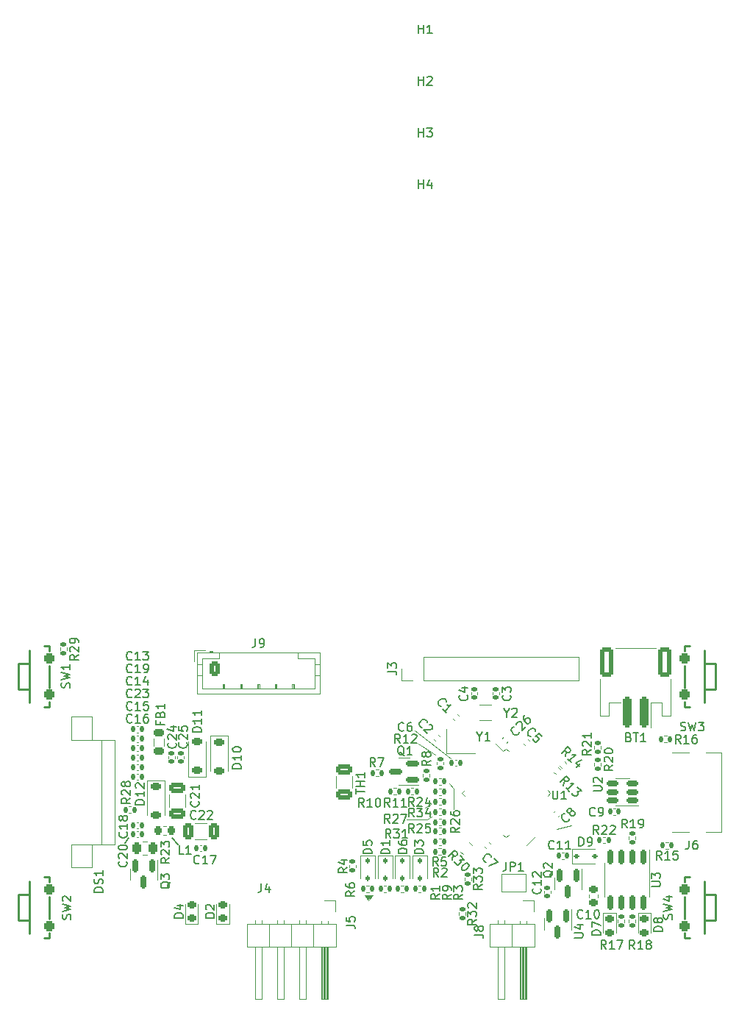
<source format=gbr>
%TF.GenerationSoftware,KiCad,Pcbnew,7.0.5*%
%TF.CreationDate,2023-10-22T09:55:20+02:00*%
%TF.ProjectId,USB E-Ink thing,55534220-452d-4496-9e6b-207468696e67,rev?*%
%TF.SameCoordinates,Original*%
%TF.FileFunction,Legend,Top*%
%TF.FilePolarity,Positive*%
%FSLAX46Y46*%
G04 Gerber Fmt 4.6, Leading zero omitted, Abs format (unit mm)*
G04 Created by KiCad (PCBNEW 7.0.5) date 2023-10-22 09:55:20*
%MOMM*%
%LPD*%
G01*
G04 APERTURE LIST*
G04 Aperture macros list*
%AMRoundRect*
0 Rectangle with rounded corners*
0 $1 Rounding radius*
0 $2 $3 $4 $5 $6 $7 $8 $9 X,Y pos of 4 corners*
0 Add a 4 corners polygon primitive as box body*
4,1,4,$2,$3,$4,$5,$6,$7,$8,$9,$2,$3,0*
0 Add four circle primitives for the rounded corners*
1,1,$1+$1,$2,$3*
1,1,$1+$1,$4,$5*
1,1,$1+$1,$6,$7*
1,1,$1+$1,$8,$9*
0 Add four rect primitives between the rounded corners*
20,1,$1+$1,$2,$3,$4,$5,0*
20,1,$1+$1,$4,$5,$6,$7,0*
20,1,$1+$1,$6,$7,$8,$9,0*
20,1,$1+$1,$8,$9,$2,$3,0*%
G04 Aperture macros list end*
%ADD10C,0.150000*%
%ADD11C,0.100000*%
%ADD12C,0.120000*%
%ADD13C,0.250000*%
%ADD14RoundRect,0.135000X0.135000X0.185000X-0.135000X0.185000X-0.135000X-0.185000X0.135000X-0.185000X0*%
%ADD15RoundRect,0.135000X-0.135000X-0.185000X0.135000X-0.185000X0.135000X0.185000X-0.135000X0.185000X0*%
%ADD16C,0.950000*%
%ADD17C,1.600000*%
%ADD18RoundRect,0.300000X-0.300000X-0.300000X0.300000X-0.300000X0.300000X0.300000X-0.300000X0.300000X0*%
%ADD19RoundRect,0.300000X0.300000X0.300000X-0.300000X0.300000X-0.300000X-0.300000X0.300000X-0.300000X0*%
%ADD20RoundRect,0.140000X-0.219203X-0.021213X-0.021213X-0.219203X0.219203X0.021213X0.021213X0.219203X0*%
%ADD21RoundRect,0.140000X-0.140000X-0.170000X0.140000X-0.170000X0.140000X0.170000X-0.140000X0.170000X0*%
%ADD22C,2.200000*%
%ADD23RoundRect,0.250000X0.650000X-0.325000X0.650000X0.325000X-0.650000X0.325000X-0.650000X-0.325000X0*%
%ADD24RoundRect,0.225000X0.375000X-0.225000X0.375000X0.225000X-0.375000X0.225000X-0.375000X-0.225000X0*%
%ADD25RoundRect,0.140000X0.219203X0.021213X0.021213X0.219203X-0.219203X-0.021213X-0.021213X-0.219203X0*%
%ADD26RoundRect,0.075000X-0.521491X0.415425X0.415425X-0.521491X0.521491X-0.415425X-0.415425X0.521491X0*%
%ADD27RoundRect,0.075000X-0.521491X-0.415425X-0.415425X-0.521491X0.521491X0.415425X0.415425X0.521491X0*%
%ADD28RoundRect,0.140000X-0.170000X0.140000X-0.170000X-0.140000X0.170000X-0.140000X0.170000X0.140000X0*%
%ADD29C,2.000000*%
%ADD30R,1.000000X1.800000*%
%ADD31RoundRect,0.150000X-0.150000X0.675000X-0.150000X-0.675000X0.150000X-0.675000X0.150000X0.675000X0*%
%ADD32C,0.800000*%
%ADD33R,3.292000X2.313000*%
%ADD34RoundRect,0.135000X-0.226274X-0.035355X-0.035355X-0.226274X0.226274X0.035355X0.035355X0.226274X0*%
%ADD35RoundRect,0.218750X-0.256250X0.218750X-0.256250X-0.218750X0.256250X-0.218750X0.256250X0.218750X0*%
%ADD36RoundRect,0.150000X0.587500X0.150000X-0.587500X0.150000X-0.587500X-0.150000X0.587500X-0.150000X0*%
%ADD37RoundRect,0.135000X0.226274X0.035355X0.035355X0.226274X-0.226274X-0.035355X-0.035355X-0.226274X0*%
%ADD38RoundRect,0.150000X-0.150000X0.587500X-0.150000X-0.587500X0.150000X-0.587500X0.150000X0.587500X0*%
%ADD39RoundRect,0.112500X-0.112500X0.187500X-0.112500X-0.187500X0.112500X-0.187500X0.112500X0.187500X0*%
%ADD40RoundRect,0.140000X0.170000X-0.140000X0.170000X0.140000X-0.170000X0.140000X-0.170000X-0.140000X0*%
%ADD41RoundRect,0.250000X0.262500X0.450000X-0.262500X0.450000X-0.262500X-0.450000X0.262500X-0.450000X0*%
%ADD42RoundRect,0.135000X0.185000X-0.135000X0.185000X0.135000X-0.185000X0.135000X-0.185000X-0.135000X0*%
%ADD43R,1.700000X1.700000*%
%ADD44O,1.700000X1.700000*%
%ADD45RoundRect,0.140000X0.140000X0.170000X-0.140000X0.170000X-0.140000X-0.170000X0.140000X-0.170000X0*%
%ADD46R,1.000000X1.500000*%
%ADD47RoundRect,0.140000X0.021213X-0.219203X0.219203X-0.021213X-0.021213X0.219203X-0.219203X0.021213X0*%
%ADD48RoundRect,0.135000X-0.185000X0.135000X-0.185000X-0.135000X0.185000X-0.135000X0.185000X0.135000X0*%
%ADD49RoundRect,0.225000X0.250000X-0.225000X0.250000X0.225000X-0.250000X0.225000X-0.250000X-0.225000X0*%
%ADD50C,0.650000*%
%ADD51R,1.240000X0.600000*%
%ADD52R,1.240000X0.300000*%
%ADD53O,2.100000X1.000000*%
%ADD54O,1.800000X1.000000*%
%ADD55RoundRect,0.250000X-0.350000X-0.625000X0.350000X-0.625000X0.350000X0.625000X-0.350000X0.625000X0*%
%ADD56O,1.200000X1.750000*%
%ADD57RoundRect,0.250000X-0.503814X-0.132583X-0.132583X-0.503814X0.503814X0.132583X0.132583X0.503814X0*%
%ADD58RoundRect,0.218750X-0.218750X-0.256250X0.218750X-0.256250X0.218750X0.256250X-0.218750X0.256250X0*%
%ADD59RoundRect,0.225000X-0.375000X0.225000X-0.375000X-0.225000X0.375000X-0.225000X0.375000X0.225000X0*%
%ADD60RoundRect,0.150000X0.512500X0.150000X-0.512500X0.150000X-0.512500X-0.150000X0.512500X-0.150000X0*%
%ADD61RoundRect,0.218750X0.256250X-0.218750X0.256250X0.218750X-0.256250X0.218750X-0.256250X-0.218750X0*%
%ADD62RoundRect,0.140000X-0.021213X0.219203X-0.219203X0.021213X0.021213X-0.219203X0.219203X-0.021213X0*%
%ADD63R,2.000000X1.800000*%
%ADD64R,1.200000X0.300000*%
%ADD65RoundRect,0.218750X0.381250X-0.218750X0.381250X0.218750X-0.381250X0.218750X-0.381250X-0.218750X0*%
%ADD66RoundRect,0.250000X0.250000X1.500000X-0.250000X1.500000X-0.250000X-1.500000X0.250000X-1.500000X0*%
%ADD67RoundRect,0.250001X0.499999X1.449999X-0.499999X1.449999X-0.499999X-1.449999X0.499999X-1.449999X0*%
%ADD68RoundRect,0.250000X-0.325000X-0.650000X0.325000X-0.650000X0.325000X0.650000X-0.325000X0.650000X0*%
%ADD69RoundRect,0.112500X-0.187500X-0.112500X0.187500X-0.112500X0.187500X0.112500X-0.187500X0.112500X0*%
%ADD70R,1.150000X1.000000*%
G04 APERTURE END LIST*
D10*
X117100000Y-123600000D02*
X117750000Y-124350000D01*
D11*
X146190000Y-120120000D02*
X146830000Y-119710000D01*
X144030000Y-121550000D02*
X146480000Y-121550000D01*
X146480000Y-121550000D02*
X146980000Y-121190000D01*
X149470000Y-117950000D02*
X148940000Y-117390000D01*
D10*
X111620000Y-124240000D02*
X112035000Y-123630000D01*
D11*
X163030000Y-122190000D02*
X161370000Y-122610000D01*
X157870000Y-124450000D02*
X158920000Y-123440000D01*
X145430000Y-112790000D02*
X147390000Y-114020000D01*
X149470000Y-120320000D02*
X149470000Y-117950000D01*
X149150000Y-114460000D02*
X144980000Y-111240000D01*
D10*
%TO.C,R24*%
X144897142Y-119984819D02*
X144563809Y-119508628D01*
X144325714Y-119984819D02*
X144325714Y-118984819D01*
X144325714Y-118984819D02*
X144706666Y-118984819D01*
X144706666Y-118984819D02*
X144801904Y-119032438D01*
X144801904Y-119032438D02*
X144849523Y-119080057D01*
X144849523Y-119080057D02*
X144897142Y-119175295D01*
X144897142Y-119175295D02*
X144897142Y-119318152D01*
X144897142Y-119318152D02*
X144849523Y-119413390D01*
X144849523Y-119413390D02*
X144801904Y-119461009D01*
X144801904Y-119461009D02*
X144706666Y-119508628D01*
X144706666Y-119508628D02*
X144325714Y-119508628D01*
X145278095Y-119080057D02*
X145325714Y-119032438D01*
X145325714Y-119032438D02*
X145420952Y-118984819D01*
X145420952Y-118984819D02*
X145659047Y-118984819D01*
X145659047Y-118984819D02*
X145754285Y-119032438D01*
X145754285Y-119032438D02*
X145801904Y-119080057D01*
X145801904Y-119080057D02*
X145849523Y-119175295D01*
X145849523Y-119175295D02*
X145849523Y-119270533D01*
X145849523Y-119270533D02*
X145801904Y-119413390D01*
X145801904Y-119413390D02*
X145230476Y-119984819D01*
X145230476Y-119984819D02*
X145849523Y-119984819D01*
X146706666Y-119318152D02*
X146706666Y-119984819D01*
X146468571Y-118937200D02*
X146230476Y-119651485D01*
X146230476Y-119651485D02*
X146849523Y-119651485D01*
%TO.C,R26*%
X150134819Y-122412857D02*
X149658628Y-122746190D01*
X150134819Y-122984285D02*
X149134819Y-122984285D01*
X149134819Y-122984285D02*
X149134819Y-122603333D01*
X149134819Y-122603333D02*
X149182438Y-122508095D01*
X149182438Y-122508095D02*
X149230057Y-122460476D01*
X149230057Y-122460476D02*
X149325295Y-122412857D01*
X149325295Y-122412857D02*
X149468152Y-122412857D01*
X149468152Y-122412857D02*
X149563390Y-122460476D01*
X149563390Y-122460476D02*
X149611009Y-122508095D01*
X149611009Y-122508095D02*
X149658628Y-122603333D01*
X149658628Y-122603333D02*
X149658628Y-122984285D01*
X149230057Y-122031904D02*
X149182438Y-121984285D01*
X149182438Y-121984285D02*
X149134819Y-121889047D01*
X149134819Y-121889047D02*
X149134819Y-121650952D01*
X149134819Y-121650952D02*
X149182438Y-121555714D01*
X149182438Y-121555714D02*
X149230057Y-121508095D01*
X149230057Y-121508095D02*
X149325295Y-121460476D01*
X149325295Y-121460476D02*
X149420533Y-121460476D01*
X149420533Y-121460476D02*
X149563390Y-121508095D01*
X149563390Y-121508095D02*
X150134819Y-122079523D01*
X150134819Y-122079523D02*
X150134819Y-121460476D01*
X149134819Y-120603333D02*
X149134819Y-120793809D01*
X149134819Y-120793809D02*
X149182438Y-120889047D01*
X149182438Y-120889047D02*
X149230057Y-120936666D01*
X149230057Y-120936666D02*
X149372914Y-121031904D01*
X149372914Y-121031904D02*
X149563390Y-121079523D01*
X149563390Y-121079523D02*
X149944342Y-121079523D01*
X149944342Y-121079523D02*
X150039580Y-121031904D01*
X150039580Y-121031904D02*
X150087200Y-120984285D01*
X150087200Y-120984285D02*
X150134819Y-120889047D01*
X150134819Y-120889047D02*
X150134819Y-120698571D01*
X150134819Y-120698571D02*
X150087200Y-120603333D01*
X150087200Y-120603333D02*
X150039580Y-120555714D01*
X150039580Y-120555714D02*
X149944342Y-120508095D01*
X149944342Y-120508095D02*
X149706247Y-120508095D01*
X149706247Y-120508095D02*
X149611009Y-120555714D01*
X149611009Y-120555714D02*
X149563390Y-120603333D01*
X149563390Y-120603333D02*
X149515771Y-120698571D01*
X149515771Y-120698571D02*
X149515771Y-120889047D01*
X149515771Y-120889047D02*
X149563390Y-120984285D01*
X149563390Y-120984285D02*
X149611009Y-121031904D01*
X149611009Y-121031904D02*
X149706247Y-121079523D01*
%TO.C,R11*%
X142137142Y-120034819D02*
X141803809Y-119558628D01*
X141565714Y-120034819D02*
X141565714Y-119034819D01*
X141565714Y-119034819D02*
X141946666Y-119034819D01*
X141946666Y-119034819D02*
X142041904Y-119082438D01*
X142041904Y-119082438D02*
X142089523Y-119130057D01*
X142089523Y-119130057D02*
X142137142Y-119225295D01*
X142137142Y-119225295D02*
X142137142Y-119368152D01*
X142137142Y-119368152D02*
X142089523Y-119463390D01*
X142089523Y-119463390D02*
X142041904Y-119511009D01*
X142041904Y-119511009D02*
X141946666Y-119558628D01*
X141946666Y-119558628D02*
X141565714Y-119558628D01*
X143089523Y-120034819D02*
X142518095Y-120034819D01*
X142803809Y-120034819D02*
X142803809Y-119034819D01*
X142803809Y-119034819D02*
X142708571Y-119177676D01*
X142708571Y-119177676D02*
X142613333Y-119272914D01*
X142613333Y-119272914D02*
X142518095Y-119320533D01*
X144041904Y-120034819D02*
X143470476Y-120034819D01*
X143756190Y-120034819D02*
X143756190Y-119034819D01*
X143756190Y-119034819D02*
X143660952Y-119177676D01*
X143660952Y-119177676D02*
X143565714Y-119272914D01*
X143565714Y-119272914D02*
X143470476Y-119320533D01*
%TO.C,SW3*%
X175616667Y-111257200D02*
X175759524Y-111304819D01*
X175759524Y-111304819D02*
X175997619Y-111304819D01*
X175997619Y-111304819D02*
X176092857Y-111257200D01*
X176092857Y-111257200D02*
X176140476Y-111209580D01*
X176140476Y-111209580D02*
X176188095Y-111114342D01*
X176188095Y-111114342D02*
X176188095Y-111019104D01*
X176188095Y-111019104D02*
X176140476Y-110923866D01*
X176140476Y-110923866D02*
X176092857Y-110876247D01*
X176092857Y-110876247D02*
X175997619Y-110828628D01*
X175997619Y-110828628D02*
X175807143Y-110781009D01*
X175807143Y-110781009D02*
X175711905Y-110733390D01*
X175711905Y-110733390D02*
X175664286Y-110685771D01*
X175664286Y-110685771D02*
X175616667Y-110590533D01*
X175616667Y-110590533D02*
X175616667Y-110495295D01*
X175616667Y-110495295D02*
X175664286Y-110400057D01*
X175664286Y-110400057D02*
X175711905Y-110352438D01*
X175711905Y-110352438D02*
X175807143Y-110304819D01*
X175807143Y-110304819D02*
X176045238Y-110304819D01*
X176045238Y-110304819D02*
X176188095Y-110352438D01*
X176521429Y-110304819D02*
X176759524Y-111304819D01*
X176759524Y-111304819D02*
X176950000Y-110590533D01*
X176950000Y-110590533D02*
X177140476Y-111304819D01*
X177140476Y-111304819D02*
X177378572Y-110304819D01*
X177664286Y-110304819D02*
X178283333Y-110304819D01*
X178283333Y-110304819D02*
X177950000Y-110685771D01*
X177950000Y-110685771D02*
X178092857Y-110685771D01*
X178092857Y-110685771D02*
X178188095Y-110733390D01*
X178188095Y-110733390D02*
X178235714Y-110781009D01*
X178235714Y-110781009D02*
X178283333Y-110876247D01*
X178283333Y-110876247D02*
X178283333Y-111114342D01*
X178283333Y-111114342D02*
X178235714Y-111209580D01*
X178235714Y-111209580D02*
X178188095Y-111257200D01*
X178188095Y-111257200D02*
X178092857Y-111304819D01*
X178092857Y-111304819D02*
X177807143Y-111304819D01*
X177807143Y-111304819D02*
X177711905Y-111257200D01*
X177711905Y-111257200D02*
X177664286Y-111209580D01*
%TO.C,R3*%
X150484819Y-130116666D02*
X150008628Y-130449999D01*
X150484819Y-130688094D02*
X149484819Y-130688094D01*
X149484819Y-130688094D02*
X149484819Y-130307142D01*
X149484819Y-130307142D02*
X149532438Y-130211904D01*
X149532438Y-130211904D02*
X149580057Y-130164285D01*
X149580057Y-130164285D02*
X149675295Y-130116666D01*
X149675295Y-130116666D02*
X149818152Y-130116666D01*
X149818152Y-130116666D02*
X149913390Y-130164285D01*
X149913390Y-130164285D02*
X149961009Y-130211904D01*
X149961009Y-130211904D02*
X150008628Y-130307142D01*
X150008628Y-130307142D02*
X150008628Y-130688094D01*
X149484819Y-129783332D02*
X149484819Y-129164285D01*
X149484819Y-129164285D02*
X149865771Y-129497618D01*
X149865771Y-129497618D02*
X149865771Y-129354761D01*
X149865771Y-129354761D02*
X149913390Y-129259523D01*
X149913390Y-129259523D02*
X149961009Y-129211904D01*
X149961009Y-129211904D02*
X150056247Y-129164285D01*
X150056247Y-129164285D02*
X150294342Y-129164285D01*
X150294342Y-129164285D02*
X150389580Y-129211904D01*
X150389580Y-129211904D02*
X150437200Y-129259523D01*
X150437200Y-129259523D02*
X150484819Y-129354761D01*
X150484819Y-129354761D02*
X150484819Y-129640475D01*
X150484819Y-129640475D02*
X150437200Y-129735713D01*
X150437200Y-129735713D02*
X150389580Y-129783332D01*
%TO.C,R15*%
X173417142Y-126124819D02*
X173083809Y-125648628D01*
X172845714Y-126124819D02*
X172845714Y-125124819D01*
X172845714Y-125124819D02*
X173226666Y-125124819D01*
X173226666Y-125124819D02*
X173321904Y-125172438D01*
X173321904Y-125172438D02*
X173369523Y-125220057D01*
X173369523Y-125220057D02*
X173417142Y-125315295D01*
X173417142Y-125315295D02*
X173417142Y-125458152D01*
X173417142Y-125458152D02*
X173369523Y-125553390D01*
X173369523Y-125553390D02*
X173321904Y-125601009D01*
X173321904Y-125601009D02*
X173226666Y-125648628D01*
X173226666Y-125648628D02*
X172845714Y-125648628D01*
X174369523Y-126124819D02*
X173798095Y-126124819D01*
X174083809Y-126124819D02*
X174083809Y-125124819D01*
X174083809Y-125124819D02*
X173988571Y-125267676D01*
X173988571Y-125267676D02*
X173893333Y-125362914D01*
X173893333Y-125362914D02*
X173798095Y-125410533D01*
X175274285Y-125124819D02*
X174798095Y-125124819D01*
X174798095Y-125124819D02*
X174750476Y-125601009D01*
X174750476Y-125601009D02*
X174798095Y-125553390D01*
X174798095Y-125553390D02*
X174893333Y-125505771D01*
X174893333Y-125505771D02*
X175131428Y-125505771D01*
X175131428Y-125505771D02*
X175226666Y-125553390D01*
X175226666Y-125553390D02*
X175274285Y-125601009D01*
X175274285Y-125601009D02*
X175321904Y-125696247D01*
X175321904Y-125696247D02*
X175321904Y-125934342D01*
X175321904Y-125934342D02*
X175274285Y-126029580D01*
X175274285Y-126029580D02*
X175226666Y-126077200D01*
X175226666Y-126077200D02*
X175131428Y-126124819D01*
X175131428Y-126124819D02*
X174893333Y-126124819D01*
X174893333Y-126124819D02*
X174798095Y-126077200D01*
X174798095Y-126077200D02*
X174750476Y-126029580D01*
%TO.C,C5*%
X158348131Y-111956167D02*
X158280787Y-111956167D01*
X158280787Y-111956167D02*
X158146100Y-111888823D01*
X158146100Y-111888823D02*
X158078757Y-111821480D01*
X158078757Y-111821480D02*
X158011413Y-111686793D01*
X158011413Y-111686793D02*
X158011413Y-111552106D01*
X158011413Y-111552106D02*
X158045085Y-111451091D01*
X158045085Y-111451091D02*
X158146100Y-111282732D01*
X158146100Y-111282732D02*
X158247115Y-111181717D01*
X158247115Y-111181717D02*
X158415474Y-111080701D01*
X158415474Y-111080701D02*
X158516489Y-111047030D01*
X158516489Y-111047030D02*
X158651176Y-111047030D01*
X158651176Y-111047030D02*
X158785863Y-111114373D01*
X158785863Y-111114373D02*
X158853207Y-111181717D01*
X158853207Y-111181717D02*
X158920550Y-111316404D01*
X158920550Y-111316404D02*
X158920550Y-111383747D01*
X159627657Y-111956167D02*
X159290940Y-111619449D01*
X159290940Y-111619449D02*
X158920550Y-111922495D01*
X158920550Y-111922495D02*
X158987894Y-111922495D01*
X158987894Y-111922495D02*
X159088909Y-111956167D01*
X159088909Y-111956167D02*
X159257268Y-112124526D01*
X159257268Y-112124526D02*
X159290940Y-112225541D01*
X159290940Y-112225541D02*
X159290940Y-112292884D01*
X159290940Y-112292884D02*
X159257268Y-112393900D01*
X159257268Y-112393900D02*
X159088909Y-112562258D01*
X159088909Y-112562258D02*
X158987894Y-112595930D01*
X158987894Y-112595930D02*
X158920550Y-112595930D01*
X158920550Y-112595930D02*
X158819535Y-112562258D01*
X158819535Y-112562258D02*
X158651176Y-112393900D01*
X158651176Y-112393900D02*
X158617505Y-112292884D01*
X158617505Y-112292884D02*
X158617505Y-112225541D01*
%TO.C,C16*%
X112427142Y-110289580D02*
X112379523Y-110337200D01*
X112379523Y-110337200D02*
X112236666Y-110384819D01*
X112236666Y-110384819D02*
X112141428Y-110384819D01*
X112141428Y-110384819D02*
X111998571Y-110337200D01*
X111998571Y-110337200D02*
X111903333Y-110241961D01*
X111903333Y-110241961D02*
X111855714Y-110146723D01*
X111855714Y-110146723D02*
X111808095Y-109956247D01*
X111808095Y-109956247D02*
X111808095Y-109813390D01*
X111808095Y-109813390D02*
X111855714Y-109622914D01*
X111855714Y-109622914D02*
X111903333Y-109527676D01*
X111903333Y-109527676D02*
X111998571Y-109432438D01*
X111998571Y-109432438D02*
X112141428Y-109384819D01*
X112141428Y-109384819D02*
X112236666Y-109384819D01*
X112236666Y-109384819D02*
X112379523Y-109432438D01*
X112379523Y-109432438D02*
X112427142Y-109480057D01*
X113379523Y-110384819D02*
X112808095Y-110384819D01*
X113093809Y-110384819D02*
X113093809Y-109384819D01*
X113093809Y-109384819D02*
X112998571Y-109527676D01*
X112998571Y-109527676D02*
X112903333Y-109622914D01*
X112903333Y-109622914D02*
X112808095Y-109670533D01*
X114236666Y-109384819D02*
X114046190Y-109384819D01*
X114046190Y-109384819D02*
X113950952Y-109432438D01*
X113950952Y-109432438D02*
X113903333Y-109480057D01*
X113903333Y-109480057D02*
X113808095Y-109622914D01*
X113808095Y-109622914D02*
X113760476Y-109813390D01*
X113760476Y-109813390D02*
X113760476Y-110194342D01*
X113760476Y-110194342D02*
X113808095Y-110289580D01*
X113808095Y-110289580D02*
X113855714Y-110337200D01*
X113855714Y-110337200D02*
X113950952Y-110384819D01*
X113950952Y-110384819D02*
X114141428Y-110384819D01*
X114141428Y-110384819D02*
X114236666Y-110337200D01*
X114236666Y-110337200D02*
X114284285Y-110289580D01*
X114284285Y-110289580D02*
X114331904Y-110194342D01*
X114331904Y-110194342D02*
X114331904Y-109956247D01*
X114331904Y-109956247D02*
X114284285Y-109861009D01*
X114284285Y-109861009D02*
X114236666Y-109813390D01*
X114236666Y-109813390D02*
X114141428Y-109765771D01*
X114141428Y-109765771D02*
X113950952Y-109765771D01*
X113950952Y-109765771D02*
X113855714Y-109813390D01*
X113855714Y-109813390D02*
X113808095Y-109861009D01*
X113808095Y-109861009D02*
X113760476Y-109956247D01*
%TO.C,H3*%
X145440595Y-42934819D02*
X145440595Y-41934819D01*
X145440595Y-42411009D02*
X146012023Y-42411009D01*
X146012023Y-42934819D02*
X146012023Y-41934819D01*
X146392976Y-41934819D02*
X147012023Y-41934819D01*
X147012023Y-41934819D02*
X146678690Y-42315771D01*
X146678690Y-42315771D02*
X146821547Y-42315771D01*
X146821547Y-42315771D02*
X146916785Y-42363390D01*
X146916785Y-42363390D02*
X146964404Y-42411009D01*
X146964404Y-42411009D02*
X147012023Y-42506247D01*
X147012023Y-42506247D02*
X147012023Y-42744342D01*
X147012023Y-42744342D02*
X146964404Y-42839580D01*
X146964404Y-42839580D02*
X146916785Y-42887200D01*
X146916785Y-42887200D02*
X146821547Y-42934819D01*
X146821547Y-42934819D02*
X146535833Y-42934819D01*
X146535833Y-42934819D02*
X146440595Y-42887200D01*
X146440595Y-42887200D02*
X146392976Y-42839580D01*
%TO.C,C6*%
X143733333Y-111259580D02*
X143685714Y-111307200D01*
X143685714Y-111307200D02*
X143542857Y-111354819D01*
X143542857Y-111354819D02*
X143447619Y-111354819D01*
X143447619Y-111354819D02*
X143304762Y-111307200D01*
X143304762Y-111307200D02*
X143209524Y-111211961D01*
X143209524Y-111211961D02*
X143161905Y-111116723D01*
X143161905Y-111116723D02*
X143114286Y-110926247D01*
X143114286Y-110926247D02*
X143114286Y-110783390D01*
X143114286Y-110783390D02*
X143161905Y-110592914D01*
X143161905Y-110592914D02*
X143209524Y-110497676D01*
X143209524Y-110497676D02*
X143304762Y-110402438D01*
X143304762Y-110402438D02*
X143447619Y-110354819D01*
X143447619Y-110354819D02*
X143542857Y-110354819D01*
X143542857Y-110354819D02*
X143685714Y-110402438D01*
X143685714Y-110402438D02*
X143733333Y-110450057D01*
X144590476Y-110354819D02*
X144400000Y-110354819D01*
X144400000Y-110354819D02*
X144304762Y-110402438D01*
X144304762Y-110402438D02*
X144257143Y-110450057D01*
X144257143Y-110450057D02*
X144161905Y-110592914D01*
X144161905Y-110592914D02*
X144114286Y-110783390D01*
X144114286Y-110783390D02*
X144114286Y-111164342D01*
X144114286Y-111164342D02*
X144161905Y-111259580D01*
X144161905Y-111259580D02*
X144209524Y-111307200D01*
X144209524Y-111307200D02*
X144304762Y-111354819D01*
X144304762Y-111354819D02*
X144495238Y-111354819D01*
X144495238Y-111354819D02*
X144590476Y-111307200D01*
X144590476Y-111307200D02*
X144638095Y-111259580D01*
X144638095Y-111259580D02*
X144685714Y-111164342D01*
X144685714Y-111164342D02*
X144685714Y-110926247D01*
X144685714Y-110926247D02*
X144638095Y-110831009D01*
X144638095Y-110831009D02*
X144590476Y-110783390D01*
X144590476Y-110783390D02*
X144495238Y-110735771D01*
X144495238Y-110735771D02*
X144304762Y-110735771D01*
X144304762Y-110735771D02*
X144209524Y-110783390D01*
X144209524Y-110783390D02*
X144161905Y-110831009D01*
X144161905Y-110831009D02*
X144114286Y-110926247D01*
%TO.C,TH1*%
X138264819Y-118565713D02*
X138264819Y-117994285D01*
X139264819Y-118279999D02*
X138264819Y-118279999D01*
X139264819Y-117660951D02*
X138264819Y-117660951D01*
X138741009Y-117660951D02*
X138741009Y-117089523D01*
X139264819Y-117089523D02*
X138264819Y-117089523D01*
X139264819Y-116089523D02*
X139264819Y-116660951D01*
X139264819Y-116375237D02*
X138264819Y-116375237D01*
X138264819Y-116375237D02*
X138407676Y-116470475D01*
X138407676Y-116470475D02*
X138502914Y-116565713D01*
X138502914Y-116565713D02*
X138550533Y-116660951D01*
%TO.C,D11*%
X120414819Y-111429285D02*
X119414819Y-111429285D01*
X119414819Y-111429285D02*
X119414819Y-111191190D01*
X119414819Y-111191190D02*
X119462438Y-111048333D01*
X119462438Y-111048333D02*
X119557676Y-110953095D01*
X119557676Y-110953095D02*
X119652914Y-110905476D01*
X119652914Y-110905476D02*
X119843390Y-110857857D01*
X119843390Y-110857857D02*
X119986247Y-110857857D01*
X119986247Y-110857857D02*
X120176723Y-110905476D01*
X120176723Y-110905476D02*
X120271961Y-110953095D01*
X120271961Y-110953095D02*
X120367200Y-111048333D01*
X120367200Y-111048333D02*
X120414819Y-111191190D01*
X120414819Y-111191190D02*
X120414819Y-111429285D01*
X120414819Y-109905476D02*
X120414819Y-110476904D01*
X120414819Y-110191190D02*
X119414819Y-110191190D01*
X119414819Y-110191190D02*
X119557676Y-110286428D01*
X119557676Y-110286428D02*
X119652914Y-110381666D01*
X119652914Y-110381666D02*
X119700533Y-110476904D01*
X120414819Y-108953095D02*
X120414819Y-109524523D01*
X120414819Y-109238809D02*
X119414819Y-109238809D01*
X119414819Y-109238809D02*
X119557676Y-109334047D01*
X119557676Y-109334047D02*
X119652914Y-109429285D01*
X119652914Y-109429285D02*
X119700533Y-109524523D01*
%TO.C,C2*%
X145837887Y-110896411D02*
X145770543Y-110896411D01*
X145770543Y-110896411D02*
X145635856Y-110829067D01*
X145635856Y-110829067D02*
X145568513Y-110761724D01*
X145568513Y-110761724D02*
X145501169Y-110627037D01*
X145501169Y-110627037D02*
X145501169Y-110492350D01*
X145501169Y-110492350D02*
X145534841Y-110391335D01*
X145534841Y-110391335D02*
X145635856Y-110222976D01*
X145635856Y-110222976D02*
X145736871Y-110121961D01*
X145736871Y-110121961D02*
X145905230Y-110020945D01*
X145905230Y-110020945D02*
X146006245Y-109987274D01*
X146006245Y-109987274D02*
X146140932Y-109987274D01*
X146140932Y-109987274D02*
X146275619Y-110054617D01*
X146275619Y-110054617D02*
X146342963Y-110121961D01*
X146342963Y-110121961D02*
X146410306Y-110256648D01*
X146410306Y-110256648D02*
X146410306Y-110323991D01*
X146679680Y-110593365D02*
X146747024Y-110593365D01*
X146747024Y-110593365D02*
X146848039Y-110627037D01*
X146848039Y-110627037D02*
X147016398Y-110795396D01*
X147016398Y-110795396D02*
X147050070Y-110896411D01*
X147050070Y-110896411D02*
X147050070Y-110963754D01*
X147050070Y-110963754D02*
X147016398Y-111064770D01*
X147016398Y-111064770D02*
X146949054Y-111132113D01*
X146949054Y-111132113D02*
X146814367Y-111199457D01*
X146814367Y-111199457D02*
X146006245Y-111199457D01*
X146006245Y-111199457D02*
X146443978Y-111637189D01*
%TO.C,U1*%
X160888095Y-118174819D02*
X160888095Y-118984342D01*
X160888095Y-118984342D02*
X160935714Y-119079580D01*
X160935714Y-119079580D02*
X160983333Y-119127200D01*
X160983333Y-119127200D02*
X161078571Y-119174819D01*
X161078571Y-119174819D02*
X161269047Y-119174819D01*
X161269047Y-119174819D02*
X161364285Y-119127200D01*
X161364285Y-119127200D02*
X161411904Y-119079580D01*
X161411904Y-119079580D02*
X161459523Y-118984342D01*
X161459523Y-118984342D02*
X161459523Y-118174819D01*
X162459523Y-119174819D02*
X161888095Y-119174819D01*
X162173809Y-119174819D02*
X162173809Y-118174819D01*
X162173809Y-118174819D02*
X162078571Y-118317676D01*
X162078571Y-118317676D02*
X161983333Y-118412914D01*
X161983333Y-118412914D02*
X161888095Y-118460533D01*
%TO.C,C25*%
X118719580Y-112652857D02*
X118767200Y-112700476D01*
X118767200Y-112700476D02*
X118814819Y-112843333D01*
X118814819Y-112843333D02*
X118814819Y-112938571D01*
X118814819Y-112938571D02*
X118767200Y-113081428D01*
X118767200Y-113081428D02*
X118671961Y-113176666D01*
X118671961Y-113176666D02*
X118576723Y-113224285D01*
X118576723Y-113224285D02*
X118386247Y-113271904D01*
X118386247Y-113271904D02*
X118243390Y-113271904D01*
X118243390Y-113271904D02*
X118052914Y-113224285D01*
X118052914Y-113224285D02*
X117957676Y-113176666D01*
X117957676Y-113176666D02*
X117862438Y-113081428D01*
X117862438Y-113081428D02*
X117814819Y-112938571D01*
X117814819Y-112938571D02*
X117814819Y-112843333D01*
X117814819Y-112843333D02*
X117862438Y-112700476D01*
X117862438Y-112700476D02*
X117910057Y-112652857D01*
X117910057Y-112271904D02*
X117862438Y-112224285D01*
X117862438Y-112224285D02*
X117814819Y-112129047D01*
X117814819Y-112129047D02*
X117814819Y-111890952D01*
X117814819Y-111890952D02*
X117862438Y-111795714D01*
X117862438Y-111795714D02*
X117910057Y-111748095D01*
X117910057Y-111748095D02*
X118005295Y-111700476D01*
X118005295Y-111700476D02*
X118100533Y-111700476D01*
X118100533Y-111700476D02*
X118243390Y-111748095D01*
X118243390Y-111748095D02*
X118814819Y-112319523D01*
X118814819Y-112319523D02*
X118814819Y-111700476D01*
X117814819Y-110795714D02*
X117814819Y-111271904D01*
X117814819Y-111271904D02*
X118291009Y-111319523D01*
X118291009Y-111319523D02*
X118243390Y-111271904D01*
X118243390Y-111271904D02*
X118195771Y-111176666D01*
X118195771Y-111176666D02*
X118195771Y-110938571D01*
X118195771Y-110938571D02*
X118243390Y-110843333D01*
X118243390Y-110843333D02*
X118291009Y-110795714D01*
X118291009Y-110795714D02*
X118386247Y-110748095D01*
X118386247Y-110748095D02*
X118624342Y-110748095D01*
X118624342Y-110748095D02*
X118719580Y-110795714D01*
X118719580Y-110795714D02*
X118767200Y-110843333D01*
X118767200Y-110843333D02*
X118814819Y-110938571D01*
X118814819Y-110938571D02*
X118814819Y-111176666D01*
X118814819Y-111176666D02*
X118767200Y-111271904D01*
X118767200Y-111271904D02*
X118719580Y-111319523D01*
%TO.C,J5*%
X137114819Y-133683333D02*
X137829104Y-133683333D01*
X137829104Y-133683333D02*
X137971961Y-133730952D01*
X137971961Y-133730952D02*
X138067200Y-133826190D01*
X138067200Y-133826190D02*
X138114819Y-133969047D01*
X138114819Y-133969047D02*
X138114819Y-134064285D01*
X137114819Y-132730952D02*
X137114819Y-133207142D01*
X137114819Y-133207142D02*
X137591009Y-133254761D01*
X137591009Y-133254761D02*
X137543390Y-133207142D01*
X137543390Y-133207142D02*
X137495771Y-133111904D01*
X137495771Y-133111904D02*
X137495771Y-132873809D01*
X137495771Y-132873809D02*
X137543390Y-132778571D01*
X137543390Y-132778571D02*
X137591009Y-132730952D01*
X137591009Y-132730952D02*
X137686247Y-132683333D01*
X137686247Y-132683333D02*
X137924342Y-132683333D01*
X137924342Y-132683333D02*
X138019580Y-132730952D01*
X138019580Y-132730952D02*
X138067200Y-132778571D01*
X138067200Y-132778571D02*
X138114819Y-132873809D01*
X138114819Y-132873809D02*
X138114819Y-133111904D01*
X138114819Y-133111904D02*
X138067200Y-133207142D01*
X138067200Y-133207142D02*
X138019580Y-133254761D01*
%TO.C,Y2*%
X155583809Y-109238628D02*
X155583809Y-109714819D01*
X155250476Y-108714819D02*
X155583809Y-109238628D01*
X155583809Y-109238628D02*
X155917142Y-108714819D01*
X156202857Y-108810057D02*
X156250476Y-108762438D01*
X156250476Y-108762438D02*
X156345714Y-108714819D01*
X156345714Y-108714819D02*
X156583809Y-108714819D01*
X156583809Y-108714819D02*
X156679047Y-108762438D01*
X156679047Y-108762438D02*
X156726666Y-108810057D01*
X156726666Y-108810057D02*
X156774285Y-108905295D01*
X156774285Y-108905295D02*
X156774285Y-109000533D01*
X156774285Y-109000533D02*
X156726666Y-109143390D01*
X156726666Y-109143390D02*
X156155238Y-109714819D01*
X156155238Y-109714819D02*
X156774285Y-109714819D01*
%TO.C,C7*%
X153227887Y-126386411D02*
X153160543Y-126386411D01*
X153160543Y-126386411D02*
X153025856Y-126319067D01*
X153025856Y-126319067D02*
X152958513Y-126251724D01*
X152958513Y-126251724D02*
X152891169Y-126117037D01*
X152891169Y-126117037D02*
X152891169Y-125982350D01*
X152891169Y-125982350D02*
X152924841Y-125881335D01*
X152924841Y-125881335D02*
X153025856Y-125712976D01*
X153025856Y-125712976D02*
X153126871Y-125611961D01*
X153126871Y-125611961D02*
X153295230Y-125510945D01*
X153295230Y-125510945D02*
X153396245Y-125477274D01*
X153396245Y-125477274D02*
X153530932Y-125477274D01*
X153530932Y-125477274D02*
X153665619Y-125544617D01*
X153665619Y-125544617D02*
X153732963Y-125611961D01*
X153732963Y-125611961D02*
X153800306Y-125746648D01*
X153800306Y-125746648D02*
X153800306Y-125813991D01*
X154103352Y-125982350D02*
X154574757Y-126453754D01*
X154574757Y-126453754D02*
X153564604Y-126857815D01*
%TO.C,U3*%
X172264819Y-129221904D02*
X173074342Y-129221904D01*
X173074342Y-129221904D02*
X173169580Y-129174285D01*
X173169580Y-129174285D02*
X173217200Y-129126666D01*
X173217200Y-129126666D02*
X173264819Y-129031428D01*
X173264819Y-129031428D02*
X173264819Y-128840952D01*
X173264819Y-128840952D02*
X173217200Y-128745714D01*
X173217200Y-128745714D02*
X173169580Y-128698095D01*
X173169580Y-128698095D02*
X173074342Y-128650476D01*
X173074342Y-128650476D02*
X172264819Y-128650476D01*
X172264819Y-128269523D02*
X172264819Y-127650476D01*
X172264819Y-127650476D02*
X172645771Y-127983809D01*
X172645771Y-127983809D02*
X172645771Y-127840952D01*
X172645771Y-127840952D02*
X172693390Y-127745714D01*
X172693390Y-127745714D02*
X172741009Y-127698095D01*
X172741009Y-127698095D02*
X172836247Y-127650476D01*
X172836247Y-127650476D02*
X173074342Y-127650476D01*
X173074342Y-127650476D02*
X173169580Y-127698095D01*
X173169580Y-127698095D02*
X173217200Y-127745714D01*
X173217200Y-127745714D02*
X173264819Y-127840952D01*
X173264819Y-127840952D02*
X173264819Y-128126666D01*
X173264819Y-128126666D02*
X173217200Y-128221904D01*
X173217200Y-128221904D02*
X173169580Y-128269523D01*
%TO.C,R14*%
X162333825Y-114257035D02*
X162434840Y-113684616D01*
X161929764Y-113852974D02*
X162636871Y-113145868D01*
X162636871Y-113145868D02*
X162906245Y-113415242D01*
X162906245Y-113415242D02*
X162939917Y-113516257D01*
X162939917Y-113516257D02*
X162939917Y-113583600D01*
X162939917Y-113583600D02*
X162906245Y-113684616D01*
X162906245Y-113684616D02*
X162805230Y-113785631D01*
X162805230Y-113785631D02*
X162704214Y-113819303D01*
X162704214Y-113819303D02*
X162636871Y-113819303D01*
X162636871Y-113819303D02*
X162535856Y-113785631D01*
X162535856Y-113785631D02*
X162266482Y-113516257D01*
X163007260Y-114930470D02*
X162603199Y-114526409D01*
X162805230Y-114728440D02*
X163512336Y-114021333D01*
X163512336Y-114021333D02*
X163343978Y-114055005D01*
X163343978Y-114055005D02*
X163209291Y-114055005D01*
X163209291Y-114055005D02*
X163108275Y-114021333D01*
X164084756Y-115065158D02*
X163613352Y-115536562D01*
X164185772Y-114627425D02*
X163512337Y-114964142D01*
X163512337Y-114964142D02*
X163950069Y-115401875D01*
%TO.C,D8*%
X173524819Y-134358094D02*
X172524819Y-134358094D01*
X172524819Y-134358094D02*
X172524819Y-134119999D01*
X172524819Y-134119999D02*
X172572438Y-133977142D01*
X172572438Y-133977142D02*
X172667676Y-133881904D01*
X172667676Y-133881904D02*
X172762914Y-133834285D01*
X172762914Y-133834285D02*
X172953390Y-133786666D01*
X172953390Y-133786666D02*
X173096247Y-133786666D01*
X173096247Y-133786666D02*
X173286723Y-133834285D01*
X173286723Y-133834285D02*
X173381961Y-133881904D01*
X173381961Y-133881904D02*
X173477200Y-133977142D01*
X173477200Y-133977142D02*
X173524819Y-134119999D01*
X173524819Y-134119999D02*
X173524819Y-134358094D01*
X172953390Y-133215237D02*
X172905771Y-133310475D01*
X172905771Y-133310475D02*
X172858152Y-133358094D01*
X172858152Y-133358094D02*
X172762914Y-133405713D01*
X172762914Y-133405713D02*
X172715295Y-133405713D01*
X172715295Y-133405713D02*
X172620057Y-133358094D01*
X172620057Y-133358094D02*
X172572438Y-133310475D01*
X172572438Y-133310475D02*
X172524819Y-133215237D01*
X172524819Y-133215237D02*
X172524819Y-133024761D01*
X172524819Y-133024761D02*
X172572438Y-132929523D01*
X172572438Y-132929523D02*
X172620057Y-132881904D01*
X172620057Y-132881904D02*
X172715295Y-132834285D01*
X172715295Y-132834285D02*
X172762914Y-132834285D01*
X172762914Y-132834285D02*
X172858152Y-132881904D01*
X172858152Y-132881904D02*
X172905771Y-132929523D01*
X172905771Y-132929523D02*
X172953390Y-133024761D01*
X172953390Y-133024761D02*
X172953390Y-133215237D01*
X172953390Y-133215237D02*
X173001009Y-133310475D01*
X173001009Y-133310475D02*
X173048628Y-133358094D01*
X173048628Y-133358094D02*
X173143866Y-133405713D01*
X173143866Y-133405713D02*
X173334342Y-133405713D01*
X173334342Y-133405713D02*
X173429580Y-133358094D01*
X173429580Y-133358094D02*
X173477200Y-133310475D01*
X173477200Y-133310475D02*
X173524819Y-133215237D01*
X173524819Y-133215237D02*
X173524819Y-133024761D01*
X173524819Y-133024761D02*
X173477200Y-132929523D01*
X173477200Y-132929523D02*
X173429580Y-132881904D01*
X173429580Y-132881904D02*
X173334342Y-132834285D01*
X173334342Y-132834285D02*
X173143866Y-132834285D01*
X173143866Y-132834285D02*
X173048628Y-132881904D01*
X173048628Y-132881904D02*
X173001009Y-132929523D01*
X173001009Y-132929523D02*
X172953390Y-133024761D01*
%TO.C,Q1*%
X143784761Y-114150057D02*
X143689523Y-114102438D01*
X143689523Y-114102438D02*
X143594285Y-114007200D01*
X143594285Y-114007200D02*
X143451428Y-113864342D01*
X143451428Y-113864342D02*
X143356190Y-113816723D01*
X143356190Y-113816723D02*
X143260952Y-113816723D01*
X143308571Y-114054819D02*
X143213333Y-114007200D01*
X143213333Y-114007200D02*
X143118095Y-113911961D01*
X143118095Y-113911961D02*
X143070476Y-113721485D01*
X143070476Y-113721485D02*
X143070476Y-113388152D01*
X143070476Y-113388152D02*
X143118095Y-113197676D01*
X143118095Y-113197676D02*
X143213333Y-113102438D01*
X143213333Y-113102438D02*
X143308571Y-113054819D01*
X143308571Y-113054819D02*
X143499047Y-113054819D01*
X143499047Y-113054819D02*
X143594285Y-113102438D01*
X143594285Y-113102438D02*
X143689523Y-113197676D01*
X143689523Y-113197676D02*
X143737142Y-113388152D01*
X143737142Y-113388152D02*
X143737142Y-113721485D01*
X143737142Y-113721485D02*
X143689523Y-113911961D01*
X143689523Y-113911961D02*
X143594285Y-114007200D01*
X143594285Y-114007200D02*
X143499047Y-114054819D01*
X143499047Y-114054819D02*
X143308571Y-114054819D01*
X144689523Y-114054819D02*
X144118095Y-114054819D01*
X144403809Y-114054819D02*
X144403809Y-113054819D01*
X144403809Y-113054819D02*
X144308571Y-113197676D01*
X144308571Y-113197676D02*
X144213333Y-113292914D01*
X144213333Y-113292914D02*
X144118095Y-113340533D01*
%TO.C,SW4*%
X174607200Y-132983332D02*
X174654819Y-132840475D01*
X174654819Y-132840475D02*
X174654819Y-132602380D01*
X174654819Y-132602380D02*
X174607200Y-132507142D01*
X174607200Y-132507142D02*
X174559580Y-132459523D01*
X174559580Y-132459523D02*
X174464342Y-132411904D01*
X174464342Y-132411904D02*
X174369104Y-132411904D01*
X174369104Y-132411904D02*
X174273866Y-132459523D01*
X174273866Y-132459523D02*
X174226247Y-132507142D01*
X174226247Y-132507142D02*
X174178628Y-132602380D01*
X174178628Y-132602380D02*
X174131009Y-132792856D01*
X174131009Y-132792856D02*
X174083390Y-132888094D01*
X174083390Y-132888094D02*
X174035771Y-132935713D01*
X174035771Y-132935713D02*
X173940533Y-132983332D01*
X173940533Y-132983332D02*
X173845295Y-132983332D01*
X173845295Y-132983332D02*
X173750057Y-132935713D01*
X173750057Y-132935713D02*
X173702438Y-132888094D01*
X173702438Y-132888094D02*
X173654819Y-132792856D01*
X173654819Y-132792856D02*
X173654819Y-132554761D01*
X173654819Y-132554761D02*
X173702438Y-132411904D01*
X173654819Y-132078570D02*
X174654819Y-131840475D01*
X174654819Y-131840475D02*
X173940533Y-131649999D01*
X173940533Y-131649999D02*
X174654819Y-131459523D01*
X174654819Y-131459523D02*
X173654819Y-131221428D01*
X173988152Y-130411904D02*
X174654819Y-130411904D01*
X173607200Y-130649999D02*
X174321485Y-130888094D01*
X174321485Y-130888094D02*
X174321485Y-130269047D01*
%TO.C,R13*%
X162133825Y-117587036D02*
X162234840Y-117014617D01*
X161729764Y-117182975D02*
X162436871Y-116475869D01*
X162436871Y-116475869D02*
X162706245Y-116745243D01*
X162706245Y-116745243D02*
X162739917Y-116846258D01*
X162739917Y-116846258D02*
X162739917Y-116913601D01*
X162739917Y-116913601D02*
X162706245Y-117014617D01*
X162706245Y-117014617D02*
X162605230Y-117115632D01*
X162605230Y-117115632D02*
X162504214Y-117149304D01*
X162504214Y-117149304D02*
X162436871Y-117149304D01*
X162436871Y-117149304D02*
X162335856Y-117115632D01*
X162335856Y-117115632D02*
X162066482Y-116846258D01*
X162807260Y-118260471D02*
X162403199Y-117856410D01*
X162605230Y-118058441D02*
X163312336Y-117351334D01*
X163312336Y-117351334D02*
X163143978Y-117385006D01*
X163143978Y-117385006D02*
X163009291Y-117385006D01*
X163009291Y-117385006D02*
X162908275Y-117351334D01*
X163750069Y-117789067D02*
X164187802Y-118226800D01*
X164187802Y-118226800D02*
X163682726Y-118260472D01*
X163682726Y-118260472D02*
X163783741Y-118361487D01*
X163783741Y-118361487D02*
X163817413Y-118462502D01*
X163817413Y-118462502D02*
X163817413Y-118529846D01*
X163817413Y-118529846D02*
X163783741Y-118630861D01*
X163783741Y-118630861D02*
X163615382Y-118799220D01*
X163615382Y-118799220D02*
X163514367Y-118832891D01*
X163514367Y-118832891D02*
X163447024Y-118832891D01*
X163447024Y-118832891D02*
X163346008Y-118799220D01*
X163346008Y-118799220D02*
X163143978Y-118597189D01*
X163143978Y-118597189D02*
X163110306Y-118496174D01*
X163110306Y-118496174D02*
X163110306Y-118428830D01*
%TO.C,U4*%
X163384819Y-135111904D02*
X164194342Y-135111904D01*
X164194342Y-135111904D02*
X164289580Y-135064285D01*
X164289580Y-135064285D02*
X164337200Y-135016666D01*
X164337200Y-135016666D02*
X164384819Y-134921428D01*
X164384819Y-134921428D02*
X164384819Y-134730952D01*
X164384819Y-134730952D02*
X164337200Y-134635714D01*
X164337200Y-134635714D02*
X164289580Y-134588095D01*
X164289580Y-134588095D02*
X164194342Y-134540476D01*
X164194342Y-134540476D02*
X163384819Y-134540476D01*
X163718152Y-133635714D02*
X164384819Y-133635714D01*
X163337200Y-133873809D02*
X164051485Y-134111904D01*
X164051485Y-134111904D02*
X164051485Y-133492857D01*
%TO.C,D6*%
X144104819Y-125398094D02*
X143104819Y-125398094D01*
X143104819Y-125398094D02*
X143104819Y-125159999D01*
X143104819Y-125159999D02*
X143152438Y-125017142D01*
X143152438Y-125017142D02*
X143247676Y-124921904D01*
X143247676Y-124921904D02*
X143342914Y-124874285D01*
X143342914Y-124874285D02*
X143533390Y-124826666D01*
X143533390Y-124826666D02*
X143676247Y-124826666D01*
X143676247Y-124826666D02*
X143866723Y-124874285D01*
X143866723Y-124874285D02*
X143961961Y-124921904D01*
X143961961Y-124921904D02*
X144057200Y-125017142D01*
X144057200Y-125017142D02*
X144104819Y-125159999D01*
X144104819Y-125159999D02*
X144104819Y-125398094D01*
X143104819Y-123969523D02*
X143104819Y-124159999D01*
X143104819Y-124159999D02*
X143152438Y-124255237D01*
X143152438Y-124255237D02*
X143200057Y-124302856D01*
X143200057Y-124302856D02*
X143342914Y-124398094D01*
X143342914Y-124398094D02*
X143533390Y-124445713D01*
X143533390Y-124445713D02*
X143914342Y-124445713D01*
X143914342Y-124445713D02*
X144009580Y-124398094D01*
X144009580Y-124398094D02*
X144057200Y-124350475D01*
X144057200Y-124350475D02*
X144104819Y-124255237D01*
X144104819Y-124255237D02*
X144104819Y-124064761D01*
X144104819Y-124064761D02*
X144057200Y-123969523D01*
X144057200Y-123969523D02*
X144009580Y-123921904D01*
X144009580Y-123921904D02*
X143914342Y-123874285D01*
X143914342Y-123874285D02*
X143676247Y-123874285D01*
X143676247Y-123874285D02*
X143581009Y-123921904D01*
X143581009Y-123921904D02*
X143533390Y-123969523D01*
X143533390Y-123969523D02*
X143485771Y-124064761D01*
X143485771Y-124064761D02*
X143485771Y-124255237D01*
X143485771Y-124255237D02*
X143533390Y-124350475D01*
X143533390Y-124350475D02*
X143581009Y-124398094D01*
X143581009Y-124398094D02*
X143676247Y-124445713D01*
%TO.C,C12*%
X159469580Y-129442857D02*
X159517200Y-129490476D01*
X159517200Y-129490476D02*
X159564819Y-129633333D01*
X159564819Y-129633333D02*
X159564819Y-129728571D01*
X159564819Y-129728571D02*
X159517200Y-129871428D01*
X159517200Y-129871428D02*
X159421961Y-129966666D01*
X159421961Y-129966666D02*
X159326723Y-130014285D01*
X159326723Y-130014285D02*
X159136247Y-130061904D01*
X159136247Y-130061904D02*
X158993390Y-130061904D01*
X158993390Y-130061904D02*
X158802914Y-130014285D01*
X158802914Y-130014285D02*
X158707676Y-129966666D01*
X158707676Y-129966666D02*
X158612438Y-129871428D01*
X158612438Y-129871428D02*
X158564819Y-129728571D01*
X158564819Y-129728571D02*
X158564819Y-129633333D01*
X158564819Y-129633333D02*
X158612438Y-129490476D01*
X158612438Y-129490476D02*
X158660057Y-129442857D01*
X159564819Y-128490476D02*
X159564819Y-129061904D01*
X159564819Y-128776190D02*
X158564819Y-128776190D01*
X158564819Y-128776190D02*
X158707676Y-128871428D01*
X158707676Y-128871428D02*
X158802914Y-128966666D01*
X158802914Y-128966666D02*
X158850533Y-129061904D01*
X158660057Y-128109523D02*
X158612438Y-128061904D01*
X158612438Y-128061904D02*
X158564819Y-127966666D01*
X158564819Y-127966666D02*
X158564819Y-127728571D01*
X158564819Y-127728571D02*
X158612438Y-127633333D01*
X158612438Y-127633333D02*
X158660057Y-127585714D01*
X158660057Y-127585714D02*
X158755295Y-127538095D01*
X158755295Y-127538095D02*
X158850533Y-127538095D01*
X158850533Y-127538095D02*
X158993390Y-127585714D01*
X158993390Y-127585714D02*
X159564819Y-128157142D01*
X159564819Y-128157142D02*
X159564819Y-127538095D01*
%TO.C,R27*%
X142137142Y-121904819D02*
X141803809Y-121428628D01*
X141565714Y-121904819D02*
X141565714Y-120904819D01*
X141565714Y-120904819D02*
X141946666Y-120904819D01*
X141946666Y-120904819D02*
X142041904Y-120952438D01*
X142041904Y-120952438D02*
X142089523Y-121000057D01*
X142089523Y-121000057D02*
X142137142Y-121095295D01*
X142137142Y-121095295D02*
X142137142Y-121238152D01*
X142137142Y-121238152D02*
X142089523Y-121333390D01*
X142089523Y-121333390D02*
X142041904Y-121381009D01*
X142041904Y-121381009D02*
X141946666Y-121428628D01*
X141946666Y-121428628D02*
X141565714Y-121428628D01*
X142518095Y-121000057D02*
X142565714Y-120952438D01*
X142565714Y-120952438D02*
X142660952Y-120904819D01*
X142660952Y-120904819D02*
X142899047Y-120904819D01*
X142899047Y-120904819D02*
X142994285Y-120952438D01*
X142994285Y-120952438D02*
X143041904Y-121000057D01*
X143041904Y-121000057D02*
X143089523Y-121095295D01*
X143089523Y-121095295D02*
X143089523Y-121190533D01*
X143089523Y-121190533D02*
X143041904Y-121333390D01*
X143041904Y-121333390D02*
X142470476Y-121904819D01*
X142470476Y-121904819D02*
X143089523Y-121904819D01*
X143422857Y-120904819D02*
X144089523Y-120904819D01*
X144089523Y-120904819D02*
X143660952Y-121904819D01*
%TO.C,R5*%
X147693333Y-126854819D02*
X147360000Y-126378628D01*
X147121905Y-126854819D02*
X147121905Y-125854819D01*
X147121905Y-125854819D02*
X147502857Y-125854819D01*
X147502857Y-125854819D02*
X147598095Y-125902438D01*
X147598095Y-125902438D02*
X147645714Y-125950057D01*
X147645714Y-125950057D02*
X147693333Y-126045295D01*
X147693333Y-126045295D02*
X147693333Y-126188152D01*
X147693333Y-126188152D02*
X147645714Y-126283390D01*
X147645714Y-126283390D02*
X147598095Y-126331009D01*
X147598095Y-126331009D02*
X147502857Y-126378628D01*
X147502857Y-126378628D02*
X147121905Y-126378628D01*
X148598095Y-125854819D02*
X148121905Y-125854819D01*
X148121905Y-125854819D02*
X148074286Y-126331009D01*
X148074286Y-126331009D02*
X148121905Y-126283390D01*
X148121905Y-126283390D02*
X148217143Y-126235771D01*
X148217143Y-126235771D02*
X148455238Y-126235771D01*
X148455238Y-126235771D02*
X148550476Y-126283390D01*
X148550476Y-126283390D02*
X148598095Y-126331009D01*
X148598095Y-126331009D02*
X148645714Y-126426247D01*
X148645714Y-126426247D02*
X148645714Y-126664342D01*
X148645714Y-126664342D02*
X148598095Y-126759580D01*
X148598095Y-126759580D02*
X148550476Y-126807200D01*
X148550476Y-126807200D02*
X148455238Y-126854819D01*
X148455238Y-126854819D02*
X148217143Y-126854819D01*
X148217143Y-126854819D02*
X148121905Y-126807200D01*
X148121905Y-126807200D02*
X148074286Y-126759580D01*
%TO.C,C4*%
X151019580Y-107206666D02*
X151067200Y-107254285D01*
X151067200Y-107254285D02*
X151114819Y-107397142D01*
X151114819Y-107397142D02*
X151114819Y-107492380D01*
X151114819Y-107492380D02*
X151067200Y-107635237D01*
X151067200Y-107635237D02*
X150971961Y-107730475D01*
X150971961Y-107730475D02*
X150876723Y-107778094D01*
X150876723Y-107778094D02*
X150686247Y-107825713D01*
X150686247Y-107825713D02*
X150543390Y-107825713D01*
X150543390Y-107825713D02*
X150352914Y-107778094D01*
X150352914Y-107778094D02*
X150257676Y-107730475D01*
X150257676Y-107730475D02*
X150162438Y-107635237D01*
X150162438Y-107635237D02*
X150114819Y-107492380D01*
X150114819Y-107492380D02*
X150114819Y-107397142D01*
X150114819Y-107397142D02*
X150162438Y-107254285D01*
X150162438Y-107254285D02*
X150210057Y-107206666D01*
X150448152Y-106349523D02*
X151114819Y-106349523D01*
X150067200Y-106587618D02*
X150781485Y-106825713D01*
X150781485Y-106825713D02*
X150781485Y-106206666D01*
%TO.C,H4*%
X145440595Y-48884819D02*
X145440595Y-47884819D01*
X145440595Y-48361009D02*
X146012023Y-48361009D01*
X146012023Y-48884819D02*
X146012023Y-47884819D01*
X146916785Y-48218152D02*
X146916785Y-48884819D01*
X146678690Y-47837200D02*
X146440595Y-48551485D01*
X146440595Y-48551485D02*
X147059642Y-48551485D01*
%TO.C,R23*%
X116754819Y-125942857D02*
X116278628Y-126276190D01*
X116754819Y-126514285D02*
X115754819Y-126514285D01*
X115754819Y-126514285D02*
X115754819Y-126133333D01*
X115754819Y-126133333D02*
X115802438Y-126038095D01*
X115802438Y-126038095D02*
X115850057Y-125990476D01*
X115850057Y-125990476D02*
X115945295Y-125942857D01*
X115945295Y-125942857D02*
X116088152Y-125942857D01*
X116088152Y-125942857D02*
X116183390Y-125990476D01*
X116183390Y-125990476D02*
X116231009Y-126038095D01*
X116231009Y-126038095D02*
X116278628Y-126133333D01*
X116278628Y-126133333D02*
X116278628Y-126514285D01*
X115850057Y-125561904D02*
X115802438Y-125514285D01*
X115802438Y-125514285D02*
X115754819Y-125419047D01*
X115754819Y-125419047D02*
X115754819Y-125180952D01*
X115754819Y-125180952D02*
X115802438Y-125085714D01*
X115802438Y-125085714D02*
X115850057Y-125038095D01*
X115850057Y-125038095D02*
X115945295Y-124990476D01*
X115945295Y-124990476D02*
X116040533Y-124990476D01*
X116040533Y-124990476D02*
X116183390Y-125038095D01*
X116183390Y-125038095D02*
X116754819Y-125609523D01*
X116754819Y-125609523D02*
X116754819Y-124990476D01*
X115754819Y-124657142D02*
X115754819Y-124038095D01*
X115754819Y-124038095D02*
X116135771Y-124371428D01*
X116135771Y-124371428D02*
X116135771Y-124228571D01*
X116135771Y-124228571D02*
X116183390Y-124133333D01*
X116183390Y-124133333D02*
X116231009Y-124085714D01*
X116231009Y-124085714D02*
X116326247Y-124038095D01*
X116326247Y-124038095D02*
X116564342Y-124038095D01*
X116564342Y-124038095D02*
X116659580Y-124085714D01*
X116659580Y-124085714D02*
X116707200Y-124133333D01*
X116707200Y-124133333D02*
X116754819Y-124228571D01*
X116754819Y-124228571D02*
X116754819Y-124514285D01*
X116754819Y-124514285D02*
X116707200Y-124609523D01*
X116707200Y-124609523D02*
X116659580Y-124657142D01*
%TO.C,R17*%
X167037142Y-136414819D02*
X166703809Y-135938628D01*
X166465714Y-136414819D02*
X166465714Y-135414819D01*
X166465714Y-135414819D02*
X166846666Y-135414819D01*
X166846666Y-135414819D02*
X166941904Y-135462438D01*
X166941904Y-135462438D02*
X166989523Y-135510057D01*
X166989523Y-135510057D02*
X167037142Y-135605295D01*
X167037142Y-135605295D02*
X167037142Y-135748152D01*
X167037142Y-135748152D02*
X166989523Y-135843390D01*
X166989523Y-135843390D02*
X166941904Y-135891009D01*
X166941904Y-135891009D02*
X166846666Y-135938628D01*
X166846666Y-135938628D02*
X166465714Y-135938628D01*
X167989523Y-136414819D02*
X167418095Y-136414819D01*
X167703809Y-136414819D02*
X167703809Y-135414819D01*
X167703809Y-135414819D02*
X167608571Y-135557676D01*
X167608571Y-135557676D02*
X167513333Y-135652914D01*
X167513333Y-135652914D02*
X167418095Y-135700533D01*
X168322857Y-135414819D02*
X168989523Y-135414819D01*
X168989523Y-135414819D02*
X168560952Y-136414819D01*
%TO.C,R29*%
X106274819Y-102562857D02*
X105798628Y-102896190D01*
X106274819Y-103134285D02*
X105274819Y-103134285D01*
X105274819Y-103134285D02*
X105274819Y-102753333D01*
X105274819Y-102753333D02*
X105322438Y-102658095D01*
X105322438Y-102658095D02*
X105370057Y-102610476D01*
X105370057Y-102610476D02*
X105465295Y-102562857D01*
X105465295Y-102562857D02*
X105608152Y-102562857D01*
X105608152Y-102562857D02*
X105703390Y-102610476D01*
X105703390Y-102610476D02*
X105751009Y-102658095D01*
X105751009Y-102658095D02*
X105798628Y-102753333D01*
X105798628Y-102753333D02*
X105798628Y-103134285D01*
X105370057Y-102181904D02*
X105322438Y-102134285D01*
X105322438Y-102134285D02*
X105274819Y-102039047D01*
X105274819Y-102039047D02*
X105274819Y-101800952D01*
X105274819Y-101800952D02*
X105322438Y-101705714D01*
X105322438Y-101705714D02*
X105370057Y-101658095D01*
X105370057Y-101658095D02*
X105465295Y-101610476D01*
X105465295Y-101610476D02*
X105560533Y-101610476D01*
X105560533Y-101610476D02*
X105703390Y-101658095D01*
X105703390Y-101658095D02*
X106274819Y-102229523D01*
X106274819Y-102229523D02*
X106274819Y-101610476D01*
X106274819Y-101134285D02*
X106274819Y-100943809D01*
X106274819Y-100943809D02*
X106227200Y-100848571D01*
X106227200Y-100848571D02*
X106179580Y-100800952D01*
X106179580Y-100800952D02*
X106036723Y-100705714D01*
X106036723Y-100705714D02*
X105846247Y-100658095D01*
X105846247Y-100658095D02*
X105465295Y-100658095D01*
X105465295Y-100658095D02*
X105370057Y-100705714D01*
X105370057Y-100705714D02*
X105322438Y-100753333D01*
X105322438Y-100753333D02*
X105274819Y-100848571D01*
X105274819Y-100848571D02*
X105274819Y-101039047D01*
X105274819Y-101039047D02*
X105322438Y-101134285D01*
X105322438Y-101134285D02*
X105370057Y-101181904D01*
X105370057Y-101181904D02*
X105465295Y-101229523D01*
X105465295Y-101229523D02*
X105703390Y-101229523D01*
X105703390Y-101229523D02*
X105798628Y-101181904D01*
X105798628Y-101181904D02*
X105846247Y-101134285D01*
X105846247Y-101134285D02*
X105893866Y-101039047D01*
X105893866Y-101039047D02*
X105893866Y-100848571D01*
X105893866Y-100848571D02*
X105846247Y-100753333D01*
X105846247Y-100753333D02*
X105798628Y-100705714D01*
X105798628Y-100705714D02*
X105703390Y-100658095D01*
%TO.C,J3*%
X141904819Y-104473333D02*
X142619104Y-104473333D01*
X142619104Y-104473333D02*
X142761961Y-104520952D01*
X142761961Y-104520952D02*
X142857200Y-104616190D01*
X142857200Y-104616190D02*
X142904819Y-104759047D01*
X142904819Y-104759047D02*
X142904819Y-104854285D01*
X141904819Y-104092380D02*
X141904819Y-103473333D01*
X141904819Y-103473333D02*
X142285771Y-103806666D01*
X142285771Y-103806666D02*
X142285771Y-103663809D01*
X142285771Y-103663809D02*
X142333390Y-103568571D01*
X142333390Y-103568571D02*
X142381009Y-103520952D01*
X142381009Y-103520952D02*
X142476247Y-103473333D01*
X142476247Y-103473333D02*
X142714342Y-103473333D01*
X142714342Y-103473333D02*
X142809580Y-103520952D01*
X142809580Y-103520952D02*
X142857200Y-103568571D01*
X142857200Y-103568571D02*
X142904819Y-103663809D01*
X142904819Y-103663809D02*
X142904819Y-103949523D01*
X142904819Y-103949523D02*
X142857200Y-104044761D01*
X142857200Y-104044761D02*
X142809580Y-104092380D01*
%TO.C,R6*%
X138074819Y-129756666D02*
X137598628Y-130089999D01*
X138074819Y-130328094D02*
X137074819Y-130328094D01*
X137074819Y-130328094D02*
X137074819Y-129947142D01*
X137074819Y-129947142D02*
X137122438Y-129851904D01*
X137122438Y-129851904D02*
X137170057Y-129804285D01*
X137170057Y-129804285D02*
X137265295Y-129756666D01*
X137265295Y-129756666D02*
X137408152Y-129756666D01*
X137408152Y-129756666D02*
X137503390Y-129804285D01*
X137503390Y-129804285D02*
X137551009Y-129851904D01*
X137551009Y-129851904D02*
X137598628Y-129947142D01*
X137598628Y-129947142D02*
X137598628Y-130328094D01*
X137074819Y-128899523D02*
X137074819Y-129089999D01*
X137074819Y-129089999D02*
X137122438Y-129185237D01*
X137122438Y-129185237D02*
X137170057Y-129232856D01*
X137170057Y-129232856D02*
X137312914Y-129328094D01*
X137312914Y-129328094D02*
X137503390Y-129375713D01*
X137503390Y-129375713D02*
X137884342Y-129375713D01*
X137884342Y-129375713D02*
X137979580Y-129328094D01*
X137979580Y-129328094D02*
X138027200Y-129280475D01*
X138027200Y-129280475D02*
X138074819Y-129185237D01*
X138074819Y-129185237D02*
X138074819Y-128994761D01*
X138074819Y-128994761D02*
X138027200Y-128899523D01*
X138027200Y-128899523D02*
X137979580Y-128851904D01*
X137979580Y-128851904D02*
X137884342Y-128804285D01*
X137884342Y-128804285D02*
X137646247Y-128804285D01*
X137646247Y-128804285D02*
X137551009Y-128851904D01*
X137551009Y-128851904D02*
X137503390Y-128899523D01*
X137503390Y-128899523D02*
X137455771Y-128994761D01*
X137455771Y-128994761D02*
X137455771Y-129185237D01*
X137455771Y-129185237D02*
X137503390Y-129280475D01*
X137503390Y-129280475D02*
X137551009Y-129328094D01*
X137551009Y-129328094D02*
X137646247Y-129375713D01*
%TO.C,C24*%
X117459580Y-112662857D02*
X117507200Y-112710476D01*
X117507200Y-112710476D02*
X117554819Y-112853333D01*
X117554819Y-112853333D02*
X117554819Y-112948571D01*
X117554819Y-112948571D02*
X117507200Y-113091428D01*
X117507200Y-113091428D02*
X117411961Y-113186666D01*
X117411961Y-113186666D02*
X117316723Y-113234285D01*
X117316723Y-113234285D02*
X117126247Y-113281904D01*
X117126247Y-113281904D02*
X116983390Y-113281904D01*
X116983390Y-113281904D02*
X116792914Y-113234285D01*
X116792914Y-113234285D02*
X116697676Y-113186666D01*
X116697676Y-113186666D02*
X116602438Y-113091428D01*
X116602438Y-113091428D02*
X116554819Y-112948571D01*
X116554819Y-112948571D02*
X116554819Y-112853333D01*
X116554819Y-112853333D02*
X116602438Y-112710476D01*
X116602438Y-112710476D02*
X116650057Y-112662857D01*
X116650057Y-112281904D02*
X116602438Y-112234285D01*
X116602438Y-112234285D02*
X116554819Y-112139047D01*
X116554819Y-112139047D02*
X116554819Y-111900952D01*
X116554819Y-111900952D02*
X116602438Y-111805714D01*
X116602438Y-111805714D02*
X116650057Y-111758095D01*
X116650057Y-111758095D02*
X116745295Y-111710476D01*
X116745295Y-111710476D02*
X116840533Y-111710476D01*
X116840533Y-111710476D02*
X116983390Y-111758095D01*
X116983390Y-111758095D02*
X117554819Y-112329523D01*
X117554819Y-112329523D02*
X117554819Y-111710476D01*
X116888152Y-110853333D02*
X117554819Y-110853333D01*
X116507200Y-111091428D02*
X117221485Y-111329523D01*
X117221485Y-111329523D02*
X117221485Y-110710476D01*
%TO.C,C3*%
X155979580Y-107196666D02*
X156027200Y-107244285D01*
X156027200Y-107244285D02*
X156074819Y-107387142D01*
X156074819Y-107387142D02*
X156074819Y-107482380D01*
X156074819Y-107482380D02*
X156027200Y-107625237D01*
X156027200Y-107625237D02*
X155931961Y-107720475D01*
X155931961Y-107720475D02*
X155836723Y-107768094D01*
X155836723Y-107768094D02*
X155646247Y-107815713D01*
X155646247Y-107815713D02*
X155503390Y-107815713D01*
X155503390Y-107815713D02*
X155312914Y-107768094D01*
X155312914Y-107768094D02*
X155217676Y-107720475D01*
X155217676Y-107720475D02*
X155122438Y-107625237D01*
X155122438Y-107625237D02*
X155074819Y-107482380D01*
X155074819Y-107482380D02*
X155074819Y-107387142D01*
X155074819Y-107387142D02*
X155122438Y-107244285D01*
X155122438Y-107244285D02*
X155170057Y-107196666D01*
X155074819Y-106863332D02*
X155074819Y-106244285D01*
X155074819Y-106244285D02*
X155455771Y-106577618D01*
X155455771Y-106577618D02*
X155455771Y-106434761D01*
X155455771Y-106434761D02*
X155503390Y-106339523D01*
X155503390Y-106339523D02*
X155551009Y-106291904D01*
X155551009Y-106291904D02*
X155646247Y-106244285D01*
X155646247Y-106244285D02*
X155884342Y-106244285D01*
X155884342Y-106244285D02*
X155979580Y-106291904D01*
X155979580Y-106291904D02*
X156027200Y-106339523D01*
X156027200Y-106339523D02*
X156074819Y-106434761D01*
X156074819Y-106434761D02*
X156074819Y-106720475D01*
X156074819Y-106720475D02*
X156027200Y-106815713D01*
X156027200Y-106815713D02*
X155979580Y-106863332D01*
%TO.C,R28*%
X112254819Y-119042857D02*
X111778628Y-119376190D01*
X112254819Y-119614285D02*
X111254819Y-119614285D01*
X111254819Y-119614285D02*
X111254819Y-119233333D01*
X111254819Y-119233333D02*
X111302438Y-119138095D01*
X111302438Y-119138095D02*
X111350057Y-119090476D01*
X111350057Y-119090476D02*
X111445295Y-119042857D01*
X111445295Y-119042857D02*
X111588152Y-119042857D01*
X111588152Y-119042857D02*
X111683390Y-119090476D01*
X111683390Y-119090476D02*
X111731009Y-119138095D01*
X111731009Y-119138095D02*
X111778628Y-119233333D01*
X111778628Y-119233333D02*
X111778628Y-119614285D01*
X111350057Y-118661904D02*
X111302438Y-118614285D01*
X111302438Y-118614285D02*
X111254819Y-118519047D01*
X111254819Y-118519047D02*
X111254819Y-118280952D01*
X111254819Y-118280952D02*
X111302438Y-118185714D01*
X111302438Y-118185714D02*
X111350057Y-118138095D01*
X111350057Y-118138095D02*
X111445295Y-118090476D01*
X111445295Y-118090476D02*
X111540533Y-118090476D01*
X111540533Y-118090476D02*
X111683390Y-118138095D01*
X111683390Y-118138095D02*
X112254819Y-118709523D01*
X112254819Y-118709523D02*
X112254819Y-118090476D01*
X111683390Y-117519047D02*
X111635771Y-117614285D01*
X111635771Y-117614285D02*
X111588152Y-117661904D01*
X111588152Y-117661904D02*
X111492914Y-117709523D01*
X111492914Y-117709523D02*
X111445295Y-117709523D01*
X111445295Y-117709523D02*
X111350057Y-117661904D01*
X111350057Y-117661904D02*
X111302438Y-117614285D01*
X111302438Y-117614285D02*
X111254819Y-117519047D01*
X111254819Y-117519047D02*
X111254819Y-117328571D01*
X111254819Y-117328571D02*
X111302438Y-117233333D01*
X111302438Y-117233333D02*
X111350057Y-117185714D01*
X111350057Y-117185714D02*
X111445295Y-117138095D01*
X111445295Y-117138095D02*
X111492914Y-117138095D01*
X111492914Y-117138095D02*
X111588152Y-117185714D01*
X111588152Y-117185714D02*
X111635771Y-117233333D01*
X111635771Y-117233333D02*
X111683390Y-117328571D01*
X111683390Y-117328571D02*
X111683390Y-117519047D01*
X111683390Y-117519047D02*
X111731009Y-117614285D01*
X111731009Y-117614285D02*
X111778628Y-117661904D01*
X111778628Y-117661904D02*
X111873866Y-117709523D01*
X111873866Y-117709523D02*
X112064342Y-117709523D01*
X112064342Y-117709523D02*
X112159580Y-117661904D01*
X112159580Y-117661904D02*
X112207200Y-117614285D01*
X112207200Y-117614285D02*
X112254819Y-117519047D01*
X112254819Y-117519047D02*
X112254819Y-117328571D01*
X112254819Y-117328571D02*
X112207200Y-117233333D01*
X112207200Y-117233333D02*
X112159580Y-117185714D01*
X112159580Y-117185714D02*
X112064342Y-117138095D01*
X112064342Y-117138095D02*
X111873866Y-117138095D01*
X111873866Y-117138095D02*
X111778628Y-117185714D01*
X111778628Y-117185714D02*
X111731009Y-117233333D01*
X111731009Y-117233333D02*
X111683390Y-117328571D01*
%TO.C,C11*%
X161037142Y-124829580D02*
X160989523Y-124877200D01*
X160989523Y-124877200D02*
X160846666Y-124924819D01*
X160846666Y-124924819D02*
X160751428Y-124924819D01*
X160751428Y-124924819D02*
X160608571Y-124877200D01*
X160608571Y-124877200D02*
X160513333Y-124781961D01*
X160513333Y-124781961D02*
X160465714Y-124686723D01*
X160465714Y-124686723D02*
X160418095Y-124496247D01*
X160418095Y-124496247D02*
X160418095Y-124353390D01*
X160418095Y-124353390D02*
X160465714Y-124162914D01*
X160465714Y-124162914D02*
X160513333Y-124067676D01*
X160513333Y-124067676D02*
X160608571Y-123972438D01*
X160608571Y-123972438D02*
X160751428Y-123924819D01*
X160751428Y-123924819D02*
X160846666Y-123924819D01*
X160846666Y-123924819D02*
X160989523Y-123972438D01*
X160989523Y-123972438D02*
X161037142Y-124020057D01*
X161989523Y-124924819D02*
X161418095Y-124924819D01*
X161703809Y-124924819D02*
X161703809Y-123924819D01*
X161703809Y-123924819D02*
X161608571Y-124067676D01*
X161608571Y-124067676D02*
X161513333Y-124162914D01*
X161513333Y-124162914D02*
X161418095Y-124210533D01*
X162941904Y-124924819D02*
X162370476Y-124924819D01*
X162656190Y-124924819D02*
X162656190Y-123924819D01*
X162656190Y-123924819D02*
X162560952Y-124067676D01*
X162560952Y-124067676D02*
X162465714Y-124162914D01*
X162465714Y-124162914D02*
X162370476Y-124210533D01*
%TO.C,SW1*%
X105257200Y-106333332D02*
X105304819Y-106190475D01*
X105304819Y-106190475D02*
X105304819Y-105952380D01*
X105304819Y-105952380D02*
X105257200Y-105857142D01*
X105257200Y-105857142D02*
X105209580Y-105809523D01*
X105209580Y-105809523D02*
X105114342Y-105761904D01*
X105114342Y-105761904D02*
X105019104Y-105761904D01*
X105019104Y-105761904D02*
X104923866Y-105809523D01*
X104923866Y-105809523D02*
X104876247Y-105857142D01*
X104876247Y-105857142D02*
X104828628Y-105952380D01*
X104828628Y-105952380D02*
X104781009Y-106142856D01*
X104781009Y-106142856D02*
X104733390Y-106238094D01*
X104733390Y-106238094D02*
X104685771Y-106285713D01*
X104685771Y-106285713D02*
X104590533Y-106333332D01*
X104590533Y-106333332D02*
X104495295Y-106333332D01*
X104495295Y-106333332D02*
X104400057Y-106285713D01*
X104400057Y-106285713D02*
X104352438Y-106238094D01*
X104352438Y-106238094D02*
X104304819Y-106142856D01*
X104304819Y-106142856D02*
X104304819Y-105904761D01*
X104304819Y-105904761D02*
X104352438Y-105761904D01*
X104304819Y-105428570D02*
X105304819Y-105190475D01*
X105304819Y-105190475D02*
X104590533Y-104999999D01*
X104590533Y-104999999D02*
X105304819Y-104809523D01*
X105304819Y-104809523D02*
X104304819Y-104571428D01*
X105304819Y-103666666D02*
X105304819Y-104238094D01*
X105304819Y-103952380D02*
X104304819Y-103952380D01*
X104304819Y-103952380D02*
X104447676Y-104047618D01*
X104447676Y-104047618D02*
X104542914Y-104142856D01*
X104542914Y-104142856D02*
X104590533Y-104238094D01*
%TO.C,C20*%
X111779580Y-126342857D02*
X111827200Y-126390476D01*
X111827200Y-126390476D02*
X111874819Y-126533333D01*
X111874819Y-126533333D02*
X111874819Y-126628571D01*
X111874819Y-126628571D02*
X111827200Y-126771428D01*
X111827200Y-126771428D02*
X111731961Y-126866666D01*
X111731961Y-126866666D02*
X111636723Y-126914285D01*
X111636723Y-126914285D02*
X111446247Y-126961904D01*
X111446247Y-126961904D02*
X111303390Y-126961904D01*
X111303390Y-126961904D02*
X111112914Y-126914285D01*
X111112914Y-126914285D02*
X111017676Y-126866666D01*
X111017676Y-126866666D02*
X110922438Y-126771428D01*
X110922438Y-126771428D02*
X110874819Y-126628571D01*
X110874819Y-126628571D02*
X110874819Y-126533333D01*
X110874819Y-126533333D02*
X110922438Y-126390476D01*
X110922438Y-126390476D02*
X110970057Y-126342857D01*
X110970057Y-125961904D02*
X110922438Y-125914285D01*
X110922438Y-125914285D02*
X110874819Y-125819047D01*
X110874819Y-125819047D02*
X110874819Y-125580952D01*
X110874819Y-125580952D02*
X110922438Y-125485714D01*
X110922438Y-125485714D02*
X110970057Y-125438095D01*
X110970057Y-125438095D02*
X111065295Y-125390476D01*
X111065295Y-125390476D02*
X111160533Y-125390476D01*
X111160533Y-125390476D02*
X111303390Y-125438095D01*
X111303390Y-125438095D02*
X111874819Y-126009523D01*
X111874819Y-126009523D02*
X111874819Y-125390476D01*
X110874819Y-124771428D02*
X110874819Y-124676190D01*
X110874819Y-124676190D02*
X110922438Y-124580952D01*
X110922438Y-124580952D02*
X110970057Y-124533333D01*
X110970057Y-124533333D02*
X111065295Y-124485714D01*
X111065295Y-124485714D02*
X111255771Y-124438095D01*
X111255771Y-124438095D02*
X111493866Y-124438095D01*
X111493866Y-124438095D02*
X111684342Y-124485714D01*
X111684342Y-124485714D02*
X111779580Y-124533333D01*
X111779580Y-124533333D02*
X111827200Y-124580952D01*
X111827200Y-124580952D02*
X111874819Y-124676190D01*
X111874819Y-124676190D02*
X111874819Y-124771428D01*
X111874819Y-124771428D02*
X111827200Y-124866666D01*
X111827200Y-124866666D02*
X111779580Y-124914285D01*
X111779580Y-124914285D02*
X111684342Y-124961904D01*
X111684342Y-124961904D02*
X111493866Y-125009523D01*
X111493866Y-125009523D02*
X111255771Y-125009523D01*
X111255771Y-125009523D02*
X111065295Y-124961904D01*
X111065295Y-124961904D02*
X110970057Y-124914285D01*
X110970057Y-124914285D02*
X110922438Y-124866666D01*
X110922438Y-124866666D02*
X110874819Y-124771428D01*
%TO.C,R16*%
X175617142Y-112754819D02*
X175283809Y-112278628D01*
X175045714Y-112754819D02*
X175045714Y-111754819D01*
X175045714Y-111754819D02*
X175426666Y-111754819D01*
X175426666Y-111754819D02*
X175521904Y-111802438D01*
X175521904Y-111802438D02*
X175569523Y-111850057D01*
X175569523Y-111850057D02*
X175617142Y-111945295D01*
X175617142Y-111945295D02*
X175617142Y-112088152D01*
X175617142Y-112088152D02*
X175569523Y-112183390D01*
X175569523Y-112183390D02*
X175521904Y-112231009D01*
X175521904Y-112231009D02*
X175426666Y-112278628D01*
X175426666Y-112278628D02*
X175045714Y-112278628D01*
X176569523Y-112754819D02*
X175998095Y-112754819D01*
X176283809Y-112754819D02*
X176283809Y-111754819D01*
X176283809Y-111754819D02*
X176188571Y-111897676D01*
X176188571Y-111897676D02*
X176093333Y-111992914D01*
X176093333Y-111992914D02*
X175998095Y-112040533D01*
X177426666Y-111754819D02*
X177236190Y-111754819D01*
X177236190Y-111754819D02*
X177140952Y-111802438D01*
X177140952Y-111802438D02*
X177093333Y-111850057D01*
X177093333Y-111850057D02*
X176998095Y-111992914D01*
X176998095Y-111992914D02*
X176950476Y-112183390D01*
X176950476Y-112183390D02*
X176950476Y-112564342D01*
X176950476Y-112564342D02*
X176998095Y-112659580D01*
X176998095Y-112659580D02*
X177045714Y-112707200D01*
X177045714Y-112707200D02*
X177140952Y-112754819D01*
X177140952Y-112754819D02*
X177331428Y-112754819D01*
X177331428Y-112754819D02*
X177426666Y-112707200D01*
X177426666Y-112707200D02*
X177474285Y-112659580D01*
X177474285Y-112659580D02*
X177521904Y-112564342D01*
X177521904Y-112564342D02*
X177521904Y-112326247D01*
X177521904Y-112326247D02*
X177474285Y-112231009D01*
X177474285Y-112231009D02*
X177426666Y-112183390D01*
X177426666Y-112183390D02*
X177331428Y-112135771D01*
X177331428Y-112135771D02*
X177140952Y-112135771D01*
X177140952Y-112135771D02*
X177045714Y-112183390D01*
X177045714Y-112183390D02*
X176998095Y-112231009D01*
X176998095Y-112231009D02*
X176950476Y-112326247D01*
%TO.C,JP1*%
X155516666Y-126424819D02*
X155516666Y-127139104D01*
X155516666Y-127139104D02*
X155469047Y-127281961D01*
X155469047Y-127281961D02*
X155373809Y-127377200D01*
X155373809Y-127377200D02*
X155230952Y-127424819D01*
X155230952Y-127424819D02*
X155135714Y-127424819D01*
X155992857Y-127424819D02*
X155992857Y-126424819D01*
X155992857Y-126424819D02*
X156373809Y-126424819D01*
X156373809Y-126424819D02*
X156469047Y-126472438D01*
X156469047Y-126472438D02*
X156516666Y-126520057D01*
X156516666Y-126520057D02*
X156564285Y-126615295D01*
X156564285Y-126615295D02*
X156564285Y-126758152D01*
X156564285Y-126758152D02*
X156516666Y-126853390D01*
X156516666Y-126853390D02*
X156469047Y-126901009D01*
X156469047Y-126901009D02*
X156373809Y-126948628D01*
X156373809Y-126948628D02*
X155992857Y-126948628D01*
X157516666Y-127424819D02*
X156945238Y-127424819D01*
X157230952Y-127424819D02*
X157230952Y-126424819D01*
X157230952Y-126424819D02*
X157135714Y-126567676D01*
X157135714Y-126567676D02*
X157040476Y-126662914D01*
X157040476Y-126662914D02*
X156945238Y-126710533D01*
%TO.C,R12*%
X143317142Y-112694819D02*
X142983809Y-112218628D01*
X142745714Y-112694819D02*
X142745714Y-111694819D01*
X142745714Y-111694819D02*
X143126666Y-111694819D01*
X143126666Y-111694819D02*
X143221904Y-111742438D01*
X143221904Y-111742438D02*
X143269523Y-111790057D01*
X143269523Y-111790057D02*
X143317142Y-111885295D01*
X143317142Y-111885295D02*
X143317142Y-112028152D01*
X143317142Y-112028152D02*
X143269523Y-112123390D01*
X143269523Y-112123390D02*
X143221904Y-112171009D01*
X143221904Y-112171009D02*
X143126666Y-112218628D01*
X143126666Y-112218628D02*
X142745714Y-112218628D01*
X144269523Y-112694819D02*
X143698095Y-112694819D01*
X143983809Y-112694819D02*
X143983809Y-111694819D01*
X143983809Y-111694819D02*
X143888571Y-111837676D01*
X143888571Y-111837676D02*
X143793333Y-111932914D01*
X143793333Y-111932914D02*
X143698095Y-111980533D01*
X144650476Y-111790057D02*
X144698095Y-111742438D01*
X144698095Y-111742438D02*
X144793333Y-111694819D01*
X144793333Y-111694819D02*
X145031428Y-111694819D01*
X145031428Y-111694819D02*
X145126666Y-111742438D01*
X145126666Y-111742438D02*
X145174285Y-111790057D01*
X145174285Y-111790057D02*
X145221904Y-111885295D01*
X145221904Y-111885295D02*
X145221904Y-111980533D01*
X145221904Y-111980533D02*
X145174285Y-112123390D01*
X145174285Y-112123390D02*
X144602857Y-112694819D01*
X144602857Y-112694819D02*
X145221904Y-112694819D01*
%TO.C,C26*%
X157019693Y-111448829D02*
X157019693Y-111516173D01*
X157019693Y-111516173D02*
X156952349Y-111650860D01*
X156952349Y-111650860D02*
X156885006Y-111718203D01*
X156885006Y-111718203D02*
X156750319Y-111785547D01*
X156750319Y-111785547D02*
X156615632Y-111785547D01*
X156615632Y-111785547D02*
X156514617Y-111751875D01*
X156514617Y-111751875D02*
X156346258Y-111650860D01*
X156346258Y-111650860D02*
X156245243Y-111549845D01*
X156245243Y-111549845D02*
X156144227Y-111381486D01*
X156144227Y-111381486D02*
X156110556Y-111280471D01*
X156110556Y-111280471D02*
X156110556Y-111145784D01*
X156110556Y-111145784D02*
X156177899Y-111011097D01*
X156177899Y-111011097D02*
X156245243Y-110943753D01*
X156245243Y-110943753D02*
X156379930Y-110876410D01*
X156379930Y-110876410D02*
X156447273Y-110876410D01*
X156716647Y-110607036D02*
X156716647Y-110539692D01*
X156716647Y-110539692D02*
X156750319Y-110438677D01*
X156750319Y-110438677D02*
X156918678Y-110270318D01*
X156918678Y-110270318D02*
X157019693Y-110236646D01*
X157019693Y-110236646D02*
X157087036Y-110236646D01*
X157087036Y-110236646D02*
X157188052Y-110270318D01*
X157188052Y-110270318D02*
X157255395Y-110337662D01*
X157255395Y-110337662D02*
X157322739Y-110472349D01*
X157322739Y-110472349D02*
X157322739Y-111280471D01*
X157322739Y-111280471D02*
X157760471Y-110842738D01*
X157659456Y-109529539D02*
X157524769Y-109664226D01*
X157524769Y-109664226D02*
X157491098Y-109765242D01*
X157491098Y-109765242D02*
X157491098Y-109832585D01*
X157491098Y-109832585D02*
X157524769Y-110000944D01*
X157524769Y-110000944D02*
X157625785Y-110169303D01*
X157625785Y-110169303D02*
X157895159Y-110438677D01*
X157895159Y-110438677D02*
X157996174Y-110472348D01*
X157996174Y-110472348D02*
X158063517Y-110472348D01*
X158063517Y-110472348D02*
X158164533Y-110438677D01*
X158164533Y-110438677D02*
X158299220Y-110303990D01*
X158299220Y-110303990D02*
X158332891Y-110202974D01*
X158332891Y-110202974D02*
X158332891Y-110135631D01*
X158332891Y-110135631D02*
X158299220Y-110034616D01*
X158299220Y-110034616D02*
X158130861Y-109866257D01*
X158130861Y-109866257D02*
X158029846Y-109832585D01*
X158029846Y-109832585D02*
X157962502Y-109832585D01*
X157962502Y-109832585D02*
X157861487Y-109866257D01*
X157861487Y-109866257D02*
X157726800Y-110000944D01*
X157726800Y-110000944D02*
X157693128Y-110101959D01*
X157693128Y-110101959D02*
X157693128Y-110169303D01*
X157693128Y-110169303D02*
X157726800Y-110270318D01*
%TO.C,C15*%
X112427142Y-108845580D02*
X112379523Y-108893200D01*
X112379523Y-108893200D02*
X112236666Y-108940819D01*
X112236666Y-108940819D02*
X112141428Y-108940819D01*
X112141428Y-108940819D02*
X111998571Y-108893200D01*
X111998571Y-108893200D02*
X111903333Y-108797961D01*
X111903333Y-108797961D02*
X111855714Y-108702723D01*
X111855714Y-108702723D02*
X111808095Y-108512247D01*
X111808095Y-108512247D02*
X111808095Y-108369390D01*
X111808095Y-108369390D02*
X111855714Y-108178914D01*
X111855714Y-108178914D02*
X111903333Y-108083676D01*
X111903333Y-108083676D02*
X111998571Y-107988438D01*
X111998571Y-107988438D02*
X112141428Y-107940819D01*
X112141428Y-107940819D02*
X112236666Y-107940819D01*
X112236666Y-107940819D02*
X112379523Y-107988438D01*
X112379523Y-107988438D02*
X112427142Y-108036057D01*
X113379523Y-108940819D02*
X112808095Y-108940819D01*
X113093809Y-108940819D02*
X113093809Y-107940819D01*
X113093809Y-107940819D02*
X112998571Y-108083676D01*
X112998571Y-108083676D02*
X112903333Y-108178914D01*
X112903333Y-108178914D02*
X112808095Y-108226533D01*
X114284285Y-107940819D02*
X113808095Y-107940819D01*
X113808095Y-107940819D02*
X113760476Y-108417009D01*
X113760476Y-108417009D02*
X113808095Y-108369390D01*
X113808095Y-108369390D02*
X113903333Y-108321771D01*
X113903333Y-108321771D02*
X114141428Y-108321771D01*
X114141428Y-108321771D02*
X114236666Y-108369390D01*
X114236666Y-108369390D02*
X114284285Y-108417009D01*
X114284285Y-108417009D02*
X114331904Y-108512247D01*
X114331904Y-108512247D02*
X114331904Y-108750342D01*
X114331904Y-108750342D02*
X114284285Y-108845580D01*
X114284285Y-108845580D02*
X114236666Y-108893200D01*
X114236666Y-108893200D02*
X114141428Y-108940819D01*
X114141428Y-108940819D02*
X113903333Y-108940819D01*
X113903333Y-108940819D02*
X113808095Y-108893200D01*
X113808095Y-108893200D02*
X113760476Y-108845580D01*
%TO.C,R25*%
X144897142Y-123014819D02*
X144563809Y-122538628D01*
X144325714Y-123014819D02*
X144325714Y-122014819D01*
X144325714Y-122014819D02*
X144706666Y-122014819D01*
X144706666Y-122014819D02*
X144801904Y-122062438D01*
X144801904Y-122062438D02*
X144849523Y-122110057D01*
X144849523Y-122110057D02*
X144897142Y-122205295D01*
X144897142Y-122205295D02*
X144897142Y-122348152D01*
X144897142Y-122348152D02*
X144849523Y-122443390D01*
X144849523Y-122443390D02*
X144801904Y-122491009D01*
X144801904Y-122491009D02*
X144706666Y-122538628D01*
X144706666Y-122538628D02*
X144325714Y-122538628D01*
X145278095Y-122110057D02*
X145325714Y-122062438D01*
X145325714Y-122062438D02*
X145420952Y-122014819D01*
X145420952Y-122014819D02*
X145659047Y-122014819D01*
X145659047Y-122014819D02*
X145754285Y-122062438D01*
X145754285Y-122062438D02*
X145801904Y-122110057D01*
X145801904Y-122110057D02*
X145849523Y-122205295D01*
X145849523Y-122205295D02*
X145849523Y-122300533D01*
X145849523Y-122300533D02*
X145801904Y-122443390D01*
X145801904Y-122443390D02*
X145230476Y-123014819D01*
X145230476Y-123014819D02*
X145849523Y-123014819D01*
X146754285Y-122014819D02*
X146278095Y-122014819D01*
X146278095Y-122014819D02*
X146230476Y-122491009D01*
X146230476Y-122491009D02*
X146278095Y-122443390D01*
X146278095Y-122443390D02*
X146373333Y-122395771D01*
X146373333Y-122395771D02*
X146611428Y-122395771D01*
X146611428Y-122395771D02*
X146706666Y-122443390D01*
X146706666Y-122443390D02*
X146754285Y-122491009D01*
X146754285Y-122491009D02*
X146801904Y-122586247D01*
X146801904Y-122586247D02*
X146801904Y-122824342D01*
X146801904Y-122824342D02*
X146754285Y-122919580D01*
X146754285Y-122919580D02*
X146706666Y-122967200D01*
X146706666Y-122967200D02*
X146611428Y-123014819D01*
X146611428Y-123014819D02*
X146373333Y-123014819D01*
X146373333Y-123014819D02*
X146278095Y-122967200D01*
X146278095Y-122967200D02*
X146230476Y-122919580D01*
%TO.C,SW2*%
X105357200Y-132983332D02*
X105404819Y-132840475D01*
X105404819Y-132840475D02*
X105404819Y-132602380D01*
X105404819Y-132602380D02*
X105357200Y-132507142D01*
X105357200Y-132507142D02*
X105309580Y-132459523D01*
X105309580Y-132459523D02*
X105214342Y-132411904D01*
X105214342Y-132411904D02*
X105119104Y-132411904D01*
X105119104Y-132411904D02*
X105023866Y-132459523D01*
X105023866Y-132459523D02*
X104976247Y-132507142D01*
X104976247Y-132507142D02*
X104928628Y-132602380D01*
X104928628Y-132602380D02*
X104881009Y-132792856D01*
X104881009Y-132792856D02*
X104833390Y-132888094D01*
X104833390Y-132888094D02*
X104785771Y-132935713D01*
X104785771Y-132935713D02*
X104690533Y-132983332D01*
X104690533Y-132983332D02*
X104595295Y-132983332D01*
X104595295Y-132983332D02*
X104500057Y-132935713D01*
X104500057Y-132935713D02*
X104452438Y-132888094D01*
X104452438Y-132888094D02*
X104404819Y-132792856D01*
X104404819Y-132792856D02*
X104404819Y-132554761D01*
X104404819Y-132554761D02*
X104452438Y-132411904D01*
X104404819Y-132078570D02*
X105404819Y-131840475D01*
X105404819Y-131840475D02*
X104690533Y-131649999D01*
X104690533Y-131649999D02*
X105404819Y-131459523D01*
X105404819Y-131459523D02*
X104404819Y-131221428D01*
X104500057Y-130888094D02*
X104452438Y-130840475D01*
X104452438Y-130840475D02*
X104404819Y-130745237D01*
X104404819Y-130745237D02*
X104404819Y-130507142D01*
X104404819Y-130507142D02*
X104452438Y-130411904D01*
X104452438Y-130411904D02*
X104500057Y-130364285D01*
X104500057Y-130364285D02*
X104595295Y-130316666D01*
X104595295Y-130316666D02*
X104690533Y-130316666D01*
X104690533Y-130316666D02*
X104833390Y-130364285D01*
X104833390Y-130364285D02*
X105404819Y-130935713D01*
X105404819Y-130935713D02*
X105404819Y-130316666D01*
%TO.C,R20*%
X167804819Y-115242857D02*
X167328628Y-115576190D01*
X167804819Y-115814285D02*
X166804819Y-115814285D01*
X166804819Y-115814285D02*
X166804819Y-115433333D01*
X166804819Y-115433333D02*
X166852438Y-115338095D01*
X166852438Y-115338095D02*
X166900057Y-115290476D01*
X166900057Y-115290476D02*
X166995295Y-115242857D01*
X166995295Y-115242857D02*
X167138152Y-115242857D01*
X167138152Y-115242857D02*
X167233390Y-115290476D01*
X167233390Y-115290476D02*
X167281009Y-115338095D01*
X167281009Y-115338095D02*
X167328628Y-115433333D01*
X167328628Y-115433333D02*
X167328628Y-115814285D01*
X166900057Y-114861904D02*
X166852438Y-114814285D01*
X166852438Y-114814285D02*
X166804819Y-114719047D01*
X166804819Y-114719047D02*
X166804819Y-114480952D01*
X166804819Y-114480952D02*
X166852438Y-114385714D01*
X166852438Y-114385714D02*
X166900057Y-114338095D01*
X166900057Y-114338095D02*
X166995295Y-114290476D01*
X166995295Y-114290476D02*
X167090533Y-114290476D01*
X167090533Y-114290476D02*
X167233390Y-114338095D01*
X167233390Y-114338095D02*
X167804819Y-114909523D01*
X167804819Y-114909523D02*
X167804819Y-114290476D01*
X166804819Y-113671428D02*
X166804819Y-113576190D01*
X166804819Y-113576190D02*
X166852438Y-113480952D01*
X166852438Y-113480952D02*
X166900057Y-113433333D01*
X166900057Y-113433333D02*
X166995295Y-113385714D01*
X166995295Y-113385714D02*
X167185771Y-113338095D01*
X167185771Y-113338095D02*
X167423866Y-113338095D01*
X167423866Y-113338095D02*
X167614342Y-113385714D01*
X167614342Y-113385714D02*
X167709580Y-113433333D01*
X167709580Y-113433333D02*
X167757200Y-113480952D01*
X167757200Y-113480952D02*
X167804819Y-113576190D01*
X167804819Y-113576190D02*
X167804819Y-113671428D01*
X167804819Y-113671428D02*
X167757200Y-113766666D01*
X167757200Y-113766666D02*
X167709580Y-113814285D01*
X167709580Y-113814285D02*
X167614342Y-113861904D01*
X167614342Y-113861904D02*
X167423866Y-113909523D01*
X167423866Y-113909523D02*
X167185771Y-113909523D01*
X167185771Y-113909523D02*
X166995295Y-113861904D01*
X166995295Y-113861904D02*
X166900057Y-113814285D01*
X166900057Y-113814285D02*
X166852438Y-113766666D01*
X166852438Y-113766666D02*
X166804819Y-113671428D01*
%TO.C,R10*%
X139137142Y-120054819D02*
X138803809Y-119578628D01*
X138565714Y-120054819D02*
X138565714Y-119054819D01*
X138565714Y-119054819D02*
X138946666Y-119054819D01*
X138946666Y-119054819D02*
X139041904Y-119102438D01*
X139041904Y-119102438D02*
X139089523Y-119150057D01*
X139089523Y-119150057D02*
X139137142Y-119245295D01*
X139137142Y-119245295D02*
X139137142Y-119388152D01*
X139137142Y-119388152D02*
X139089523Y-119483390D01*
X139089523Y-119483390D02*
X139041904Y-119531009D01*
X139041904Y-119531009D02*
X138946666Y-119578628D01*
X138946666Y-119578628D02*
X138565714Y-119578628D01*
X140089523Y-120054819D02*
X139518095Y-120054819D01*
X139803809Y-120054819D02*
X139803809Y-119054819D01*
X139803809Y-119054819D02*
X139708571Y-119197676D01*
X139708571Y-119197676D02*
X139613333Y-119292914D01*
X139613333Y-119292914D02*
X139518095Y-119340533D01*
X140708571Y-119054819D02*
X140803809Y-119054819D01*
X140803809Y-119054819D02*
X140899047Y-119102438D01*
X140899047Y-119102438D02*
X140946666Y-119150057D01*
X140946666Y-119150057D02*
X140994285Y-119245295D01*
X140994285Y-119245295D02*
X141041904Y-119435771D01*
X141041904Y-119435771D02*
X141041904Y-119673866D01*
X141041904Y-119673866D02*
X140994285Y-119864342D01*
X140994285Y-119864342D02*
X140946666Y-119959580D01*
X140946666Y-119959580D02*
X140899047Y-120007200D01*
X140899047Y-120007200D02*
X140803809Y-120054819D01*
X140803809Y-120054819D02*
X140708571Y-120054819D01*
X140708571Y-120054819D02*
X140613333Y-120007200D01*
X140613333Y-120007200D02*
X140565714Y-119959580D01*
X140565714Y-119959580D02*
X140518095Y-119864342D01*
X140518095Y-119864342D02*
X140470476Y-119673866D01*
X140470476Y-119673866D02*
X140470476Y-119435771D01*
X140470476Y-119435771D02*
X140518095Y-119245295D01*
X140518095Y-119245295D02*
X140565714Y-119150057D01*
X140565714Y-119150057D02*
X140613333Y-119102438D01*
X140613333Y-119102438D02*
X140708571Y-119054819D01*
%TO.C,R22*%
X166177142Y-123184819D02*
X165843809Y-122708628D01*
X165605714Y-123184819D02*
X165605714Y-122184819D01*
X165605714Y-122184819D02*
X165986666Y-122184819D01*
X165986666Y-122184819D02*
X166081904Y-122232438D01*
X166081904Y-122232438D02*
X166129523Y-122280057D01*
X166129523Y-122280057D02*
X166177142Y-122375295D01*
X166177142Y-122375295D02*
X166177142Y-122518152D01*
X166177142Y-122518152D02*
X166129523Y-122613390D01*
X166129523Y-122613390D02*
X166081904Y-122661009D01*
X166081904Y-122661009D02*
X165986666Y-122708628D01*
X165986666Y-122708628D02*
X165605714Y-122708628D01*
X166558095Y-122280057D02*
X166605714Y-122232438D01*
X166605714Y-122232438D02*
X166700952Y-122184819D01*
X166700952Y-122184819D02*
X166939047Y-122184819D01*
X166939047Y-122184819D02*
X167034285Y-122232438D01*
X167034285Y-122232438D02*
X167081904Y-122280057D01*
X167081904Y-122280057D02*
X167129523Y-122375295D01*
X167129523Y-122375295D02*
X167129523Y-122470533D01*
X167129523Y-122470533D02*
X167081904Y-122613390D01*
X167081904Y-122613390D02*
X166510476Y-123184819D01*
X166510476Y-123184819D02*
X167129523Y-123184819D01*
X167510476Y-122280057D02*
X167558095Y-122232438D01*
X167558095Y-122232438D02*
X167653333Y-122184819D01*
X167653333Y-122184819D02*
X167891428Y-122184819D01*
X167891428Y-122184819D02*
X167986666Y-122232438D01*
X167986666Y-122232438D02*
X168034285Y-122280057D01*
X168034285Y-122280057D02*
X168081904Y-122375295D01*
X168081904Y-122375295D02*
X168081904Y-122470533D01*
X168081904Y-122470533D02*
X168034285Y-122613390D01*
X168034285Y-122613390D02*
X167462857Y-123184819D01*
X167462857Y-123184819D02*
X168081904Y-123184819D01*
%TO.C,R7*%
X140463333Y-115424819D02*
X140130000Y-114948628D01*
X139891905Y-115424819D02*
X139891905Y-114424819D01*
X139891905Y-114424819D02*
X140272857Y-114424819D01*
X140272857Y-114424819D02*
X140368095Y-114472438D01*
X140368095Y-114472438D02*
X140415714Y-114520057D01*
X140415714Y-114520057D02*
X140463333Y-114615295D01*
X140463333Y-114615295D02*
X140463333Y-114758152D01*
X140463333Y-114758152D02*
X140415714Y-114853390D01*
X140415714Y-114853390D02*
X140368095Y-114901009D01*
X140368095Y-114901009D02*
X140272857Y-114948628D01*
X140272857Y-114948628D02*
X139891905Y-114948628D01*
X140796667Y-114424819D02*
X141463333Y-114424819D01*
X141463333Y-114424819D02*
X141034762Y-115424819D01*
%TO.C,C21*%
X120089580Y-119412857D02*
X120137200Y-119460476D01*
X120137200Y-119460476D02*
X120184819Y-119603333D01*
X120184819Y-119603333D02*
X120184819Y-119698571D01*
X120184819Y-119698571D02*
X120137200Y-119841428D01*
X120137200Y-119841428D02*
X120041961Y-119936666D01*
X120041961Y-119936666D02*
X119946723Y-119984285D01*
X119946723Y-119984285D02*
X119756247Y-120031904D01*
X119756247Y-120031904D02*
X119613390Y-120031904D01*
X119613390Y-120031904D02*
X119422914Y-119984285D01*
X119422914Y-119984285D02*
X119327676Y-119936666D01*
X119327676Y-119936666D02*
X119232438Y-119841428D01*
X119232438Y-119841428D02*
X119184819Y-119698571D01*
X119184819Y-119698571D02*
X119184819Y-119603333D01*
X119184819Y-119603333D02*
X119232438Y-119460476D01*
X119232438Y-119460476D02*
X119280057Y-119412857D01*
X119280057Y-119031904D02*
X119232438Y-118984285D01*
X119232438Y-118984285D02*
X119184819Y-118889047D01*
X119184819Y-118889047D02*
X119184819Y-118650952D01*
X119184819Y-118650952D02*
X119232438Y-118555714D01*
X119232438Y-118555714D02*
X119280057Y-118508095D01*
X119280057Y-118508095D02*
X119375295Y-118460476D01*
X119375295Y-118460476D02*
X119470533Y-118460476D01*
X119470533Y-118460476D02*
X119613390Y-118508095D01*
X119613390Y-118508095D02*
X120184819Y-119079523D01*
X120184819Y-119079523D02*
X120184819Y-118460476D01*
X120184819Y-117508095D02*
X120184819Y-118079523D01*
X120184819Y-117793809D02*
X119184819Y-117793809D01*
X119184819Y-117793809D02*
X119327676Y-117889047D01*
X119327676Y-117889047D02*
X119422914Y-117984285D01*
X119422914Y-117984285D02*
X119470533Y-118079523D01*
%TO.C,R32*%
X152094819Y-133012857D02*
X151618628Y-133346190D01*
X152094819Y-133584285D02*
X151094819Y-133584285D01*
X151094819Y-133584285D02*
X151094819Y-133203333D01*
X151094819Y-133203333D02*
X151142438Y-133108095D01*
X151142438Y-133108095D02*
X151190057Y-133060476D01*
X151190057Y-133060476D02*
X151285295Y-133012857D01*
X151285295Y-133012857D02*
X151428152Y-133012857D01*
X151428152Y-133012857D02*
X151523390Y-133060476D01*
X151523390Y-133060476D02*
X151571009Y-133108095D01*
X151571009Y-133108095D02*
X151618628Y-133203333D01*
X151618628Y-133203333D02*
X151618628Y-133584285D01*
X151094819Y-132679523D02*
X151094819Y-132060476D01*
X151094819Y-132060476D02*
X151475771Y-132393809D01*
X151475771Y-132393809D02*
X151475771Y-132250952D01*
X151475771Y-132250952D02*
X151523390Y-132155714D01*
X151523390Y-132155714D02*
X151571009Y-132108095D01*
X151571009Y-132108095D02*
X151666247Y-132060476D01*
X151666247Y-132060476D02*
X151904342Y-132060476D01*
X151904342Y-132060476D02*
X151999580Y-132108095D01*
X151999580Y-132108095D02*
X152047200Y-132155714D01*
X152047200Y-132155714D02*
X152094819Y-132250952D01*
X152094819Y-132250952D02*
X152094819Y-132536666D01*
X152094819Y-132536666D02*
X152047200Y-132631904D01*
X152047200Y-132631904D02*
X151999580Y-132679523D01*
X151190057Y-131679523D02*
X151142438Y-131631904D01*
X151142438Y-131631904D02*
X151094819Y-131536666D01*
X151094819Y-131536666D02*
X151094819Y-131298571D01*
X151094819Y-131298571D02*
X151142438Y-131203333D01*
X151142438Y-131203333D02*
X151190057Y-131155714D01*
X151190057Y-131155714D02*
X151285295Y-131108095D01*
X151285295Y-131108095D02*
X151380533Y-131108095D01*
X151380533Y-131108095D02*
X151523390Y-131155714D01*
X151523390Y-131155714D02*
X152094819Y-131727142D01*
X152094819Y-131727142D02*
X152094819Y-131108095D01*
%TO.C,R33*%
X152754819Y-129002857D02*
X152278628Y-129336190D01*
X152754819Y-129574285D02*
X151754819Y-129574285D01*
X151754819Y-129574285D02*
X151754819Y-129193333D01*
X151754819Y-129193333D02*
X151802438Y-129098095D01*
X151802438Y-129098095D02*
X151850057Y-129050476D01*
X151850057Y-129050476D02*
X151945295Y-129002857D01*
X151945295Y-129002857D02*
X152088152Y-129002857D01*
X152088152Y-129002857D02*
X152183390Y-129050476D01*
X152183390Y-129050476D02*
X152231009Y-129098095D01*
X152231009Y-129098095D02*
X152278628Y-129193333D01*
X152278628Y-129193333D02*
X152278628Y-129574285D01*
X151754819Y-128669523D02*
X151754819Y-128050476D01*
X151754819Y-128050476D02*
X152135771Y-128383809D01*
X152135771Y-128383809D02*
X152135771Y-128240952D01*
X152135771Y-128240952D02*
X152183390Y-128145714D01*
X152183390Y-128145714D02*
X152231009Y-128098095D01*
X152231009Y-128098095D02*
X152326247Y-128050476D01*
X152326247Y-128050476D02*
X152564342Y-128050476D01*
X152564342Y-128050476D02*
X152659580Y-128098095D01*
X152659580Y-128098095D02*
X152707200Y-128145714D01*
X152707200Y-128145714D02*
X152754819Y-128240952D01*
X152754819Y-128240952D02*
X152754819Y-128526666D01*
X152754819Y-128526666D02*
X152707200Y-128621904D01*
X152707200Y-128621904D02*
X152659580Y-128669523D01*
X151754819Y-127717142D02*
X151754819Y-127098095D01*
X151754819Y-127098095D02*
X152135771Y-127431428D01*
X152135771Y-127431428D02*
X152135771Y-127288571D01*
X152135771Y-127288571D02*
X152183390Y-127193333D01*
X152183390Y-127193333D02*
X152231009Y-127145714D01*
X152231009Y-127145714D02*
X152326247Y-127098095D01*
X152326247Y-127098095D02*
X152564342Y-127098095D01*
X152564342Y-127098095D02*
X152659580Y-127145714D01*
X152659580Y-127145714D02*
X152707200Y-127193333D01*
X152707200Y-127193333D02*
X152754819Y-127288571D01*
X152754819Y-127288571D02*
X152754819Y-127574285D01*
X152754819Y-127574285D02*
X152707200Y-127669523D01*
X152707200Y-127669523D02*
X152659580Y-127717142D01*
%TO.C,H2*%
X145440595Y-36984819D02*
X145440595Y-35984819D01*
X145440595Y-36461009D02*
X146012023Y-36461009D01*
X146012023Y-36984819D02*
X146012023Y-35984819D01*
X146440595Y-36080057D02*
X146488214Y-36032438D01*
X146488214Y-36032438D02*
X146583452Y-35984819D01*
X146583452Y-35984819D02*
X146821547Y-35984819D01*
X146821547Y-35984819D02*
X146916785Y-36032438D01*
X146916785Y-36032438D02*
X146964404Y-36080057D01*
X146964404Y-36080057D02*
X147012023Y-36175295D01*
X147012023Y-36175295D02*
X147012023Y-36270533D01*
X147012023Y-36270533D02*
X146964404Y-36413390D01*
X146964404Y-36413390D02*
X146392976Y-36984819D01*
X146392976Y-36984819D02*
X147012023Y-36984819D01*
%TO.C,D7*%
X166394819Y-134808094D02*
X165394819Y-134808094D01*
X165394819Y-134808094D02*
X165394819Y-134569999D01*
X165394819Y-134569999D02*
X165442438Y-134427142D01*
X165442438Y-134427142D02*
X165537676Y-134331904D01*
X165537676Y-134331904D02*
X165632914Y-134284285D01*
X165632914Y-134284285D02*
X165823390Y-134236666D01*
X165823390Y-134236666D02*
X165966247Y-134236666D01*
X165966247Y-134236666D02*
X166156723Y-134284285D01*
X166156723Y-134284285D02*
X166251961Y-134331904D01*
X166251961Y-134331904D02*
X166347200Y-134427142D01*
X166347200Y-134427142D02*
X166394819Y-134569999D01*
X166394819Y-134569999D02*
X166394819Y-134808094D01*
X165394819Y-133903332D02*
X165394819Y-133236666D01*
X165394819Y-133236666D02*
X166394819Y-133665237D01*
%TO.C,C10*%
X164327142Y-132809580D02*
X164279523Y-132857200D01*
X164279523Y-132857200D02*
X164136666Y-132904819D01*
X164136666Y-132904819D02*
X164041428Y-132904819D01*
X164041428Y-132904819D02*
X163898571Y-132857200D01*
X163898571Y-132857200D02*
X163803333Y-132761961D01*
X163803333Y-132761961D02*
X163755714Y-132666723D01*
X163755714Y-132666723D02*
X163708095Y-132476247D01*
X163708095Y-132476247D02*
X163708095Y-132333390D01*
X163708095Y-132333390D02*
X163755714Y-132142914D01*
X163755714Y-132142914D02*
X163803333Y-132047676D01*
X163803333Y-132047676D02*
X163898571Y-131952438D01*
X163898571Y-131952438D02*
X164041428Y-131904819D01*
X164041428Y-131904819D02*
X164136666Y-131904819D01*
X164136666Y-131904819D02*
X164279523Y-131952438D01*
X164279523Y-131952438D02*
X164327142Y-132000057D01*
X165279523Y-132904819D02*
X164708095Y-132904819D01*
X164993809Y-132904819D02*
X164993809Y-131904819D01*
X164993809Y-131904819D02*
X164898571Y-132047676D01*
X164898571Y-132047676D02*
X164803333Y-132142914D01*
X164803333Y-132142914D02*
X164708095Y-132190533D01*
X165898571Y-131904819D02*
X165993809Y-131904819D01*
X165993809Y-131904819D02*
X166089047Y-131952438D01*
X166089047Y-131952438D02*
X166136666Y-132000057D01*
X166136666Y-132000057D02*
X166184285Y-132095295D01*
X166184285Y-132095295D02*
X166231904Y-132285771D01*
X166231904Y-132285771D02*
X166231904Y-132523866D01*
X166231904Y-132523866D02*
X166184285Y-132714342D01*
X166184285Y-132714342D02*
X166136666Y-132809580D01*
X166136666Y-132809580D02*
X166089047Y-132857200D01*
X166089047Y-132857200D02*
X165993809Y-132904819D01*
X165993809Y-132904819D02*
X165898571Y-132904819D01*
X165898571Y-132904819D02*
X165803333Y-132857200D01*
X165803333Y-132857200D02*
X165755714Y-132809580D01*
X165755714Y-132809580D02*
X165708095Y-132714342D01*
X165708095Y-132714342D02*
X165660476Y-132523866D01*
X165660476Y-132523866D02*
X165660476Y-132285771D01*
X165660476Y-132285771D02*
X165708095Y-132095295D01*
X165708095Y-132095295D02*
X165755714Y-132000057D01*
X165755714Y-132000057D02*
X165803333Y-131952438D01*
X165803333Y-131952438D02*
X165898571Y-131904819D01*
%TO.C,J6*%
X176576666Y-123934819D02*
X176576666Y-124649104D01*
X176576666Y-124649104D02*
X176529047Y-124791961D01*
X176529047Y-124791961D02*
X176433809Y-124887200D01*
X176433809Y-124887200D02*
X176290952Y-124934819D01*
X176290952Y-124934819D02*
X176195714Y-124934819D01*
X177481428Y-123934819D02*
X177290952Y-123934819D01*
X177290952Y-123934819D02*
X177195714Y-123982438D01*
X177195714Y-123982438D02*
X177148095Y-124030057D01*
X177148095Y-124030057D02*
X177052857Y-124172914D01*
X177052857Y-124172914D02*
X177005238Y-124363390D01*
X177005238Y-124363390D02*
X177005238Y-124744342D01*
X177005238Y-124744342D02*
X177052857Y-124839580D01*
X177052857Y-124839580D02*
X177100476Y-124887200D01*
X177100476Y-124887200D02*
X177195714Y-124934819D01*
X177195714Y-124934819D02*
X177386190Y-124934819D01*
X177386190Y-124934819D02*
X177481428Y-124887200D01*
X177481428Y-124887200D02*
X177529047Y-124839580D01*
X177529047Y-124839580D02*
X177576666Y-124744342D01*
X177576666Y-124744342D02*
X177576666Y-124506247D01*
X177576666Y-124506247D02*
X177529047Y-124411009D01*
X177529047Y-124411009D02*
X177481428Y-124363390D01*
X177481428Y-124363390D02*
X177386190Y-124315771D01*
X177386190Y-124315771D02*
X177195714Y-124315771D01*
X177195714Y-124315771D02*
X177100476Y-124363390D01*
X177100476Y-124363390D02*
X177052857Y-124411009D01*
X177052857Y-124411009D02*
X177005238Y-124506247D01*
%TO.C,R1*%
X147844819Y-130096666D02*
X147368628Y-130429999D01*
X147844819Y-130668094D02*
X146844819Y-130668094D01*
X146844819Y-130668094D02*
X146844819Y-130287142D01*
X146844819Y-130287142D02*
X146892438Y-130191904D01*
X146892438Y-130191904D02*
X146940057Y-130144285D01*
X146940057Y-130144285D02*
X147035295Y-130096666D01*
X147035295Y-130096666D02*
X147178152Y-130096666D01*
X147178152Y-130096666D02*
X147273390Y-130144285D01*
X147273390Y-130144285D02*
X147321009Y-130191904D01*
X147321009Y-130191904D02*
X147368628Y-130287142D01*
X147368628Y-130287142D02*
X147368628Y-130668094D01*
X147844819Y-129144285D02*
X147844819Y-129715713D01*
X147844819Y-129429999D02*
X146844819Y-129429999D01*
X146844819Y-129429999D02*
X146987676Y-129525237D01*
X146987676Y-129525237D02*
X147082914Y-129620475D01*
X147082914Y-129620475D02*
X147130533Y-129715713D01*
%TO.C,C13*%
X112427142Y-103069580D02*
X112379523Y-103117200D01*
X112379523Y-103117200D02*
X112236666Y-103164819D01*
X112236666Y-103164819D02*
X112141428Y-103164819D01*
X112141428Y-103164819D02*
X111998571Y-103117200D01*
X111998571Y-103117200D02*
X111903333Y-103021961D01*
X111903333Y-103021961D02*
X111855714Y-102926723D01*
X111855714Y-102926723D02*
X111808095Y-102736247D01*
X111808095Y-102736247D02*
X111808095Y-102593390D01*
X111808095Y-102593390D02*
X111855714Y-102402914D01*
X111855714Y-102402914D02*
X111903333Y-102307676D01*
X111903333Y-102307676D02*
X111998571Y-102212438D01*
X111998571Y-102212438D02*
X112141428Y-102164819D01*
X112141428Y-102164819D02*
X112236666Y-102164819D01*
X112236666Y-102164819D02*
X112379523Y-102212438D01*
X112379523Y-102212438D02*
X112427142Y-102260057D01*
X113379523Y-103164819D02*
X112808095Y-103164819D01*
X113093809Y-103164819D02*
X113093809Y-102164819D01*
X113093809Y-102164819D02*
X112998571Y-102307676D01*
X112998571Y-102307676D02*
X112903333Y-102402914D01*
X112903333Y-102402914D02*
X112808095Y-102450533D01*
X113712857Y-102164819D02*
X114331904Y-102164819D01*
X114331904Y-102164819D02*
X113998571Y-102545771D01*
X113998571Y-102545771D02*
X114141428Y-102545771D01*
X114141428Y-102545771D02*
X114236666Y-102593390D01*
X114236666Y-102593390D02*
X114284285Y-102641009D01*
X114284285Y-102641009D02*
X114331904Y-102736247D01*
X114331904Y-102736247D02*
X114331904Y-102974342D01*
X114331904Y-102974342D02*
X114284285Y-103069580D01*
X114284285Y-103069580D02*
X114236666Y-103117200D01*
X114236666Y-103117200D02*
X114141428Y-103164819D01*
X114141428Y-103164819D02*
X113855714Y-103164819D01*
X113855714Y-103164819D02*
X113760476Y-103117200D01*
X113760476Y-103117200D02*
X113712857Y-103069580D01*
%TO.C,R2*%
X147743333Y-128094819D02*
X147410000Y-127618628D01*
X147171905Y-128094819D02*
X147171905Y-127094819D01*
X147171905Y-127094819D02*
X147552857Y-127094819D01*
X147552857Y-127094819D02*
X147648095Y-127142438D01*
X147648095Y-127142438D02*
X147695714Y-127190057D01*
X147695714Y-127190057D02*
X147743333Y-127285295D01*
X147743333Y-127285295D02*
X147743333Y-127428152D01*
X147743333Y-127428152D02*
X147695714Y-127523390D01*
X147695714Y-127523390D02*
X147648095Y-127571009D01*
X147648095Y-127571009D02*
X147552857Y-127618628D01*
X147552857Y-127618628D02*
X147171905Y-127618628D01*
X148124286Y-127190057D02*
X148171905Y-127142438D01*
X148171905Y-127142438D02*
X148267143Y-127094819D01*
X148267143Y-127094819D02*
X148505238Y-127094819D01*
X148505238Y-127094819D02*
X148600476Y-127142438D01*
X148600476Y-127142438D02*
X148648095Y-127190057D01*
X148648095Y-127190057D02*
X148695714Y-127285295D01*
X148695714Y-127285295D02*
X148695714Y-127380533D01*
X148695714Y-127380533D02*
X148648095Y-127523390D01*
X148648095Y-127523390D02*
X148076667Y-128094819D01*
X148076667Y-128094819D02*
X148695714Y-128094819D01*
%TO.C,Q3*%
X116850057Y-128695238D02*
X116802438Y-128790476D01*
X116802438Y-128790476D02*
X116707200Y-128885714D01*
X116707200Y-128885714D02*
X116564342Y-129028571D01*
X116564342Y-129028571D02*
X116516723Y-129123809D01*
X116516723Y-129123809D02*
X116516723Y-129219047D01*
X116754819Y-129171428D02*
X116707200Y-129266666D01*
X116707200Y-129266666D02*
X116611961Y-129361904D01*
X116611961Y-129361904D02*
X116421485Y-129409523D01*
X116421485Y-129409523D02*
X116088152Y-129409523D01*
X116088152Y-129409523D02*
X115897676Y-129361904D01*
X115897676Y-129361904D02*
X115802438Y-129266666D01*
X115802438Y-129266666D02*
X115754819Y-129171428D01*
X115754819Y-129171428D02*
X115754819Y-128980952D01*
X115754819Y-128980952D02*
X115802438Y-128885714D01*
X115802438Y-128885714D02*
X115897676Y-128790476D01*
X115897676Y-128790476D02*
X116088152Y-128742857D01*
X116088152Y-128742857D02*
X116421485Y-128742857D01*
X116421485Y-128742857D02*
X116611961Y-128790476D01*
X116611961Y-128790476D02*
X116707200Y-128885714D01*
X116707200Y-128885714D02*
X116754819Y-128980952D01*
X116754819Y-128980952D02*
X116754819Y-129171428D01*
X115754819Y-128409523D02*
X115754819Y-127790476D01*
X115754819Y-127790476D02*
X116135771Y-128123809D01*
X116135771Y-128123809D02*
X116135771Y-127980952D01*
X116135771Y-127980952D02*
X116183390Y-127885714D01*
X116183390Y-127885714D02*
X116231009Y-127838095D01*
X116231009Y-127838095D02*
X116326247Y-127790476D01*
X116326247Y-127790476D02*
X116564342Y-127790476D01*
X116564342Y-127790476D02*
X116659580Y-127838095D01*
X116659580Y-127838095D02*
X116707200Y-127885714D01*
X116707200Y-127885714D02*
X116754819Y-127980952D01*
X116754819Y-127980952D02*
X116754819Y-128266666D01*
X116754819Y-128266666D02*
X116707200Y-128361904D01*
X116707200Y-128361904D02*
X116659580Y-128409523D01*
%TO.C,D1*%
X142104819Y-125438094D02*
X141104819Y-125438094D01*
X141104819Y-125438094D02*
X141104819Y-125199999D01*
X141104819Y-125199999D02*
X141152438Y-125057142D01*
X141152438Y-125057142D02*
X141247676Y-124961904D01*
X141247676Y-124961904D02*
X141342914Y-124914285D01*
X141342914Y-124914285D02*
X141533390Y-124866666D01*
X141533390Y-124866666D02*
X141676247Y-124866666D01*
X141676247Y-124866666D02*
X141866723Y-124914285D01*
X141866723Y-124914285D02*
X141961961Y-124961904D01*
X141961961Y-124961904D02*
X142057200Y-125057142D01*
X142057200Y-125057142D02*
X142104819Y-125199999D01*
X142104819Y-125199999D02*
X142104819Y-125438094D01*
X142104819Y-123914285D02*
X142104819Y-124485713D01*
X142104819Y-124199999D02*
X141104819Y-124199999D01*
X141104819Y-124199999D02*
X141247676Y-124295237D01*
X141247676Y-124295237D02*
X141342914Y-124390475D01*
X141342914Y-124390475D02*
X141390533Y-124485713D01*
%TO.C,R21*%
X165324819Y-113462857D02*
X164848628Y-113796190D01*
X165324819Y-114034285D02*
X164324819Y-114034285D01*
X164324819Y-114034285D02*
X164324819Y-113653333D01*
X164324819Y-113653333D02*
X164372438Y-113558095D01*
X164372438Y-113558095D02*
X164420057Y-113510476D01*
X164420057Y-113510476D02*
X164515295Y-113462857D01*
X164515295Y-113462857D02*
X164658152Y-113462857D01*
X164658152Y-113462857D02*
X164753390Y-113510476D01*
X164753390Y-113510476D02*
X164801009Y-113558095D01*
X164801009Y-113558095D02*
X164848628Y-113653333D01*
X164848628Y-113653333D02*
X164848628Y-114034285D01*
X164420057Y-113081904D02*
X164372438Y-113034285D01*
X164372438Y-113034285D02*
X164324819Y-112939047D01*
X164324819Y-112939047D02*
X164324819Y-112700952D01*
X164324819Y-112700952D02*
X164372438Y-112605714D01*
X164372438Y-112605714D02*
X164420057Y-112558095D01*
X164420057Y-112558095D02*
X164515295Y-112510476D01*
X164515295Y-112510476D02*
X164610533Y-112510476D01*
X164610533Y-112510476D02*
X164753390Y-112558095D01*
X164753390Y-112558095D02*
X165324819Y-113129523D01*
X165324819Y-113129523D02*
X165324819Y-112510476D01*
X165324819Y-111558095D02*
X165324819Y-112129523D01*
X165324819Y-111843809D02*
X164324819Y-111843809D01*
X164324819Y-111843809D02*
X164467676Y-111939047D01*
X164467676Y-111939047D02*
X164562914Y-112034285D01*
X164562914Y-112034285D02*
X164610533Y-112129523D01*
%TO.C,R18*%
X170317142Y-136424819D02*
X169983809Y-135948628D01*
X169745714Y-136424819D02*
X169745714Y-135424819D01*
X169745714Y-135424819D02*
X170126666Y-135424819D01*
X170126666Y-135424819D02*
X170221904Y-135472438D01*
X170221904Y-135472438D02*
X170269523Y-135520057D01*
X170269523Y-135520057D02*
X170317142Y-135615295D01*
X170317142Y-135615295D02*
X170317142Y-135758152D01*
X170317142Y-135758152D02*
X170269523Y-135853390D01*
X170269523Y-135853390D02*
X170221904Y-135901009D01*
X170221904Y-135901009D02*
X170126666Y-135948628D01*
X170126666Y-135948628D02*
X169745714Y-135948628D01*
X171269523Y-136424819D02*
X170698095Y-136424819D01*
X170983809Y-136424819D02*
X170983809Y-135424819D01*
X170983809Y-135424819D02*
X170888571Y-135567676D01*
X170888571Y-135567676D02*
X170793333Y-135662914D01*
X170793333Y-135662914D02*
X170698095Y-135710533D01*
X171840952Y-135853390D02*
X171745714Y-135805771D01*
X171745714Y-135805771D02*
X171698095Y-135758152D01*
X171698095Y-135758152D02*
X171650476Y-135662914D01*
X171650476Y-135662914D02*
X171650476Y-135615295D01*
X171650476Y-135615295D02*
X171698095Y-135520057D01*
X171698095Y-135520057D02*
X171745714Y-135472438D01*
X171745714Y-135472438D02*
X171840952Y-135424819D01*
X171840952Y-135424819D02*
X172031428Y-135424819D01*
X172031428Y-135424819D02*
X172126666Y-135472438D01*
X172126666Y-135472438D02*
X172174285Y-135520057D01*
X172174285Y-135520057D02*
X172221904Y-135615295D01*
X172221904Y-135615295D02*
X172221904Y-135662914D01*
X172221904Y-135662914D02*
X172174285Y-135758152D01*
X172174285Y-135758152D02*
X172126666Y-135805771D01*
X172126666Y-135805771D02*
X172031428Y-135853390D01*
X172031428Y-135853390D02*
X171840952Y-135853390D01*
X171840952Y-135853390D02*
X171745714Y-135901009D01*
X171745714Y-135901009D02*
X171698095Y-135948628D01*
X171698095Y-135948628D02*
X171650476Y-136043866D01*
X171650476Y-136043866D02*
X171650476Y-136234342D01*
X171650476Y-136234342D02*
X171698095Y-136329580D01*
X171698095Y-136329580D02*
X171745714Y-136377200D01*
X171745714Y-136377200D02*
X171840952Y-136424819D01*
X171840952Y-136424819D02*
X172031428Y-136424819D01*
X172031428Y-136424819D02*
X172126666Y-136377200D01*
X172126666Y-136377200D02*
X172174285Y-136329580D01*
X172174285Y-136329580D02*
X172221904Y-136234342D01*
X172221904Y-136234342D02*
X172221904Y-136043866D01*
X172221904Y-136043866D02*
X172174285Y-135948628D01*
X172174285Y-135948628D02*
X172126666Y-135901009D01*
X172126666Y-135901009D02*
X172031428Y-135853390D01*
%TO.C,C14*%
X112427142Y-105957580D02*
X112379523Y-106005200D01*
X112379523Y-106005200D02*
X112236666Y-106052819D01*
X112236666Y-106052819D02*
X112141428Y-106052819D01*
X112141428Y-106052819D02*
X111998571Y-106005200D01*
X111998571Y-106005200D02*
X111903333Y-105909961D01*
X111903333Y-105909961D02*
X111855714Y-105814723D01*
X111855714Y-105814723D02*
X111808095Y-105624247D01*
X111808095Y-105624247D02*
X111808095Y-105481390D01*
X111808095Y-105481390D02*
X111855714Y-105290914D01*
X111855714Y-105290914D02*
X111903333Y-105195676D01*
X111903333Y-105195676D02*
X111998571Y-105100438D01*
X111998571Y-105100438D02*
X112141428Y-105052819D01*
X112141428Y-105052819D02*
X112236666Y-105052819D01*
X112236666Y-105052819D02*
X112379523Y-105100438D01*
X112379523Y-105100438D02*
X112427142Y-105148057D01*
X113379523Y-106052819D02*
X112808095Y-106052819D01*
X113093809Y-106052819D02*
X113093809Y-105052819D01*
X113093809Y-105052819D02*
X112998571Y-105195676D01*
X112998571Y-105195676D02*
X112903333Y-105290914D01*
X112903333Y-105290914D02*
X112808095Y-105338533D01*
X114236666Y-105386152D02*
X114236666Y-106052819D01*
X113998571Y-105005200D02*
X113760476Y-105719485D01*
X113760476Y-105719485D02*
X114379523Y-105719485D01*
%TO.C,J9*%
X126666666Y-100694819D02*
X126666666Y-101409104D01*
X126666666Y-101409104D02*
X126619047Y-101551961D01*
X126619047Y-101551961D02*
X126523809Y-101647200D01*
X126523809Y-101647200D02*
X126380952Y-101694819D01*
X126380952Y-101694819D02*
X126285714Y-101694819D01*
X127190476Y-101694819D02*
X127380952Y-101694819D01*
X127380952Y-101694819D02*
X127476190Y-101647200D01*
X127476190Y-101647200D02*
X127523809Y-101599580D01*
X127523809Y-101599580D02*
X127619047Y-101456723D01*
X127619047Y-101456723D02*
X127666666Y-101266247D01*
X127666666Y-101266247D02*
X127666666Y-100885295D01*
X127666666Y-100885295D02*
X127619047Y-100790057D01*
X127619047Y-100790057D02*
X127571428Y-100742438D01*
X127571428Y-100742438D02*
X127476190Y-100694819D01*
X127476190Y-100694819D02*
X127285714Y-100694819D01*
X127285714Y-100694819D02*
X127190476Y-100742438D01*
X127190476Y-100742438D02*
X127142857Y-100790057D01*
X127142857Y-100790057D02*
X127095238Y-100885295D01*
X127095238Y-100885295D02*
X127095238Y-101123390D01*
X127095238Y-101123390D02*
X127142857Y-101218628D01*
X127142857Y-101218628D02*
X127190476Y-101266247D01*
X127190476Y-101266247D02*
X127285714Y-101313866D01*
X127285714Y-101313866D02*
X127476190Y-101313866D01*
X127476190Y-101313866D02*
X127571428Y-101266247D01*
X127571428Y-101266247D02*
X127619047Y-101218628D01*
X127619047Y-101218628D02*
X127666666Y-101123390D01*
%TO.C,J8*%
X151894819Y-134773333D02*
X152609104Y-134773333D01*
X152609104Y-134773333D02*
X152751961Y-134820952D01*
X152751961Y-134820952D02*
X152847200Y-134916190D01*
X152847200Y-134916190D02*
X152894819Y-135059047D01*
X152894819Y-135059047D02*
X152894819Y-135154285D01*
X152323390Y-134154285D02*
X152275771Y-134249523D01*
X152275771Y-134249523D02*
X152228152Y-134297142D01*
X152228152Y-134297142D02*
X152132914Y-134344761D01*
X152132914Y-134344761D02*
X152085295Y-134344761D01*
X152085295Y-134344761D02*
X151990057Y-134297142D01*
X151990057Y-134297142D02*
X151942438Y-134249523D01*
X151942438Y-134249523D02*
X151894819Y-134154285D01*
X151894819Y-134154285D02*
X151894819Y-133963809D01*
X151894819Y-133963809D02*
X151942438Y-133868571D01*
X151942438Y-133868571D02*
X151990057Y-133820952D01*
X151990057Y-133820952D02*
X152085295Y-133773333D01*
X152085295Y-133773333D02*
X152132914Y-133773333D01*
X152132914Y-133773333D02*
X152228152Y-133820952D01*
X152228152Y-133820952D02*
X152275771Y-133868571D01*
X152275771Y-133868571D02*
X152323390Y-133963809D01*
X152323390Y-133963809D02*
X152323390Y-134154285D01*
X152323390Y-134154285D02*
X152371009Y-134249523D01*
X152371009Y-134249523D02*
X152418628Y-134297142D01*
X152418628Y-134297142D02*
X152513866Y-134344761D01*
X152513866Y-134344761D02*
X152704342Y-134344761D01*
X152704342Y-134344761D02*
X152799580Y-134297142D01*
X152799580Y-134297142D02*
X152847200Y-134249523D01*
X152847200Y-134249523D02*
X152894819Y-134154285D01*
X152894819Y-134154285D02*
X152894819Y-133963809D01*
X152894819Y-133963809D02*
X152847200Y-133868571D01*
X152847200Y-133868571D02*
X152799580Y-133820952D01*
X152799580Y-133820952D02*
X152704342Y-133773333D01*
X152704342Y-133773333D02*
X152513866Y-133773333D01*
X152513866Y-133773333D02*
X152418628Y-133820952D01*
X152418628Y-133820952D02*
X152371009Y-133868571D01*
X152371009Y-133868571D02*
X152323390Y-133963809D01*
%TO.C,R30*%
X149303825Y-126167036D02*
X149404840Y-125594617D01*
X148899764Y-125762975D02*
X149606871Y-125055869D01*
X149606871Y-125055869D02*
X149876245Y-125325243D01*
X149876245Y-125325243D02*
X149909917Y-125426258D01*
X149909917Y-125426258D02*
X149909917Y-125493601D01*
X149909917Y-125493601D02*
X149876245Y-125594617D01*
X149876245Y-125594617D02*
X149775230Y-125695632D01*
X149775230Y-125695632D02*
X149674214Y-125729304D01*
X149674214Y-125729304D02*
X149606871Y-125729304D01*
X149606871Y-125729304D02*
X149505856Y-125695632D01*
X149505856Y-125695632D02*
X149236482Y-125426258D01*
X150246634Y-125695632D02*
X150684367Y-126133365D01*
X150684367Y-126133365D02*
X150179291Y-126167036D01*
X150179291Y-126167036D02*
X150280306Y-126268052D01*
X150280306Y-126268052D02*
X150313978Y-126369067D01*
X150313978Y-126369067D02*
X150313978Y-126436410D01*
X150313978Y-126436410D02*
X150280306Y-126537426D01*
X150280306Y-126537426D02*
X150111947Y-126705784D01*
X150111947Y-126705784D02*
X150010932Y-126739456D01*
X150010932Y-126739456D02*
X149943588Y-126739456D01*
X149943588Y-126739456D02*
X149842573Y-126705784D01*
X149842573Y-126705784D02*
X149640543Y-126503754D01*
X149640543Y-126503754D02*
X149606871Y-126402739D01*
X149606871Y-126402739D02*
X149606871Y-126335395D01*
X151122100Y-126571098D02*
X151189443Y-126638441D01*
X151189443Y-126638441D02*
X151223115Y-126739456D01*
X151223115Y-126739456D02*
X151223115Y-126806800D01*
X151223115Y-126806800D02*
X151189443Y-126907815D01*
X151189443Y-126907815D02*
X151088428Y-127076174D01*
X151088428Y-127076174D02*
X150920069Y-127244533D01*
X150920069Y-127244533D02*
X150751711Y-127345548D01*
X150751711Y-127345548D02*
X150650695Y-127379220D01*
X150650695Y-127379220D02*
X150583352Y-127379220D01*
X150583352Y-127379220D02*
X150482337Y-127345548D01*
X150482337Y-127345548D02*
X150414993Y-127278204D01*
X150414993Y-127278204D02*
X150381321Y-127177189D01*
X150381321Y-127177189D02*
X150381321Y-127109846D01*
X150381321Y-127109846D02*
X150414993Y-127008830D01*
X150414993Y-127008830D02*
X150516008Y-126840472D01*
X150516008Y-126840472D02*
X150684367Y-126672113D01*
X150684367Y-126672113D02*
X150852726Y-126571098D01*
X150852726Y-126571098D02*
X150953741Y-126537426D01*
X150953741Y-126537426D02*
X151021085Y-126537426D01*
X151021085Y-126537426D02*
X151122100Y-126571098D01*
%TO.C,L1*%
X118383333Y-125504819D02*
X117907143Y-125504819D01*
X117907143Y-125504819D02*
X117907143Y-124504819D01*
X119240476Y-125504819D02*
X118669048Y-125504819D01*
X118954762Y-125504819D02*
X118954762Y-124504819D01*
X118954762Y-124504819D02*
X118859524Y-124647676D01*
X118859524Y-124647676D02*
X118764286Y-124742914D01*
X118764286Y-124742914D02*
X118669048Y-124790533D01*
%TO.C,D5*%
X140064819Y-125438094D02*
X139064819Y-125438094D01*
X139064819Y-125438094D02*
X139064819Y-125199999D01*
X139064819Y-125199999D02*
X139112438Y-125057142D01*
X139112438Y-125057142D02*
X139207676Y-124961904D01*
X139207676Y-124961904D02*
X139302914Y-124914285D01*
X139302914Y-124914285D02*
X139493390Y-124866666D01*
X139493390Y-124866666D02*
X139636247Y-124866666D01*
X139636247Y-124866666D02*
X139826723Y-124914285D01*
X139826723Y-124914285D02*
X139921961Y-124961904D01*
X139921961Y-124961904D02*
X140017200Y-125057142D01*
X140017200Y-125057142D02*
X140064819Y-125199999D01*
X140064819Y-125199999D02*
X140064819Y-125438094D01*
X139064819Y-123961904D02*
X139064819Y-124438094D01*
X139064819Y-124438094D02*
X139541009Y-124485713D01*
X139541009Y-124485713D02*
X139493390Y-124438094D01*
X139493390Y-124438094D02*
X139445771Y-124342856D01*
X139445771Y-124342856D02*
X139445771Y-124104761D01*
X139445771Y-124104761D02*
X139493390Y-124009523D01*
X139493390Y-124009523D02*
X139541009Y-123961904D01*
X139541009Y-123961904D02*
X139636247Y-123914285D01*
X139636247Y-123914285D02*
X139874342Y-123914285D01*
X139874342Y-123914285D02*
X139969580Y-123961904D01*
X139969580Y-123961904D02*
X140017200Y-124009523D01*
X140017200Y-124009523D02*
X140064819Y-124104761D01*
X140064819Y-124104761D02*
X140064819Y-124342856D01*
X140064819Y-124342856D02*
X140017200Y-124438094D01*
X140017200Y-124438094D02*
X139969580Y-124485713D01*
%TO.C,R19*%
X169437142Y-122474819D02*
X169103809Y-121998628D01*
X168865714Y-122474819D02*
X168865714Y-121474819D01*
X168865714Y-121474819D02*
X169246666Y-121474819D01*
X169246666Y-121474819D02*
X169341904Y-121522438D01*
X169341904Y-121522438D02*
X169389523Y-121570057D01*
X169389523Y-121570057D02*
X169437142Y-121665295D01*
X169437142Y-121665295D02*
X169437142Y-121808152D01*
X169437142Y-121808152D02*
X169389523Y-121903390D01*
X169389523Y-121903390D02*
X169341904Y-121951009D01*
X169341904Y-121951009D02*
X169246666Y-121998628D01*
X169246666Y-121998628D02*
X168865714Y-121998628D01*
X170389523Y-122474819D02*
X169818095Y-122474819D01*
X170103809Y-122474819D02*
X170103809Y-121474819D01*
X170103809Y-121474819D02*
X170008571Y-121617676D01*
X170008571Y-121617676D02*
X169913333Y-121712914D01*
X169913333Y-121712914D02*
X169818095Y-121760533D01*
X170865714Y-122474819D02*
X171056190Y-122474819D01*
X171056190Y-122474819D02*
X171151428Y-122427200D01*
X171151428Y-122427200D02*
X171199047Y-122379580D01*
X171199047Y-122379580D02*
X171294285Y-122236723D01*
X171294285Y-122236723D02*
X171341904Y-122046247D01*
X171341904Y-122046247D02*
X171341904Y-121665295D01*
X171341904Y-121665295D02*
X171294285Y-121570057D01*
X171294285Y-121570057D02*
X171246666Y-121522438D01*
X171246666Y-121522438D02*
X171151428Y-121474819D01*
X171151428Y-121474819D02*
X170960952Y-121474819D01*
X170960952Y-121474819D02*
X170865714Y-121522438D01*
X170865714Y-121522438D02*
X170818095Y-121570057D01*
X170818095Y-121570057D02*
X170770476Y-121665295D01*
X170770476Y-121665295D02*
X170770476Y-121903390D01*
X170770476Y-121903390D02*
X170818095Y-121998628D01*
X170818095Y-121998628D02*
X170865714Y-122046247D01*
X170865714Y-122046247D02*
X170960952Y-122093866D01*
X170960952Y-122093866D02*
X171151428Y-122093866D01*
X171151428Y-122093866D02*
X171246666Y-122046247D01*
X171246666Y-122046247D02*
X171294285Y-121998628D01*
X171294285Y-121998628D02*
X171341904Y-121903390D01*
%TO.C,H1*%
X145440595Y-31034819D02*
X145440595Y-30034819D01*
X145440595Y-30511009D02*
X146012023Y-30511009D01*
X146012023Y-31034819D02*
X146012023Y-30034819D01*
X147012023Y-31034819D02*
X146440595Y-31034819D01*
X146726309Y-31034819D02*
X146726309Y-30034819D01*
X146726309Y-30034819D02*
X146631071Y-30177676D01*
X146631071Y-30177676D02*
X146535833Y-30272914D01*
X146535833Y-30272914D02*
X146440595Y-30320533D01*
%TO.C,D10*%
X125014819Y-115639285D02*
X124014819Y-115639285D01*
X124014819Y-115639285D02*
X124014819Y-115401190D01*
X124014819Y-115401190D02*
X124062438Y-115258333D01*
X124062438Y-115258333D02*
X124157676Y-115163095D01*
X124157676Y-115163095D02*
X124252914Y-115115476D01*
X124252914Y-115115476D02*
X124443390Y-115067857D01*
X124443390Y-115067857D02*
X124586247Y-115067857D01*
X124586247Y-115067857D02*
X124776723Y-115115476D01*
X124776723Y-115115476D02*
X124871961Y-115163095D01*
X124871961Y-115163095D02*
X124967200Y-115258333D01*
X124967200Y-115258333D02*
X125014819Y-115401190D01*
X125014819Y-115401190D02*
X125014819Y-115639285D01*
X125014819Y-114115476D02*
X125014819Y-114686904D01*
X125014819Y-114401190D02*
X124014819Y-114401190D01*
X124014819Y-114401190D02*
X124157676Y-114496428D01*
X124157676Y-114496428D02*
X124252914Y-114591666D01*
X124252914Y-114591666D02*
X124300533Y-114686904D01*
X124014819Y-113496428D02*
X124014819Y-113401190D01*
X124014819Y-113401190D02*
X124062438Y-113305952D01*
X124062438Y-113305952D02*
X124110057Y-113258333D01*
X124110057Y-113258333D02*
X124205295Y-113210714D01*
X124205295Y-113210714D02*
X124395771Y-113163095D01*
X124395771Y-113163095D02*
X124633866Y-113163095D01*
X124633866Y-113163095D02*
X124824342Y-113210714D01*
X124824342Y-113210714D02*
X124919580Y-113258333D01*
X124919580Y-113258333D02*
X124967200Y-113305952D01*
X124967200Y-113305952D02*
X125014819Y-113401190D01*
X125014819Y-113401190D02*
X125014819Y-113496428D01*
X125014819Y-113496428D02*
X124967200Y-113591666D01*
X124967200Y-113591666D02*
X124919580Y-113639285D01*
X124919580Y-113639285D02*
X124824342Y-113686904D01*
X124824342Y-113686904D02*
X124633866Y-113734523D01*
X124633866Y-113734523D02*
X124395771Y-113734523D01*
X124395771Y-113734523D02*
X124205295Y-113686904D01*
X124205295Y-113686904D02*
X124110057Y-113639285D01*
X124110057Y-113639285D02*
X124062438Y-113591666D01*
X124062438Y-113591666D02*
X124014819Y-113496428D01*
%TO.C,C19*%
X112427142Y-104513580D02*
X112379523Y-104561200D01*
X112379523Y-104561200D02*
X112236666Y-104608819D01*
X112236666Y-104608819D02*
X112141428Y-104608819D01*
X112141428Y-104608819D02*
X111998571Y-104561200D01*
X111998571Y-104561200D02*
X111903333Y-104465961D01*
X111903333Y-104465961D02*
X111855714Y-104370723D01*
X111855714Y-104370723D02*
X111808095Y-104180247D01*
X111808095Y-104180247D02*
X111808095Y-104037390D01*
X111808095Y-104037390D02*
X111855714Y-103846914D01*
X111855714Y-103846914D02*
X111903333Y-103751676D01*
X111903333Y-103751676D02*
X111998571Y-103656438D01*
X111998571Y-103656438D02*
X112141428Y-103608819D01*
X112141428Y-103608819D02*
X112236666Y-103608819D01*
X112236666Y-103608819D02*
X112379523Y-103656438D01*
X112379523Y-103656438D02*
X112427142Y-103704057D01*
X113379523Y-104608819D02*
X112808095Y-104608819D01*
X113093809Y-104608819D02*
X113093809Y-103608819D01*
X113093809Y-103608819D02*
X112998571Y-103751676D01*
X112998571Y-103751676D02*
X112903333Y-103846914D01*
X112903333Y-103846914D02*
X112808095Y-103894533D01*
X113855714Y-104608819D02*
X114046190Y-104608819D01*
X114046190Y-104608819D02*
X114141428Y-104561200D01*
X114141428Y-104561200D02*
X114189047Y-104513580D01*
X114189047Y-104513580D02*
X114284285Y-104370723D01*
X114284285Y-104370723D02*
X114331904Y-104180247D01*
X114331904Y-104180247D02*
X114331904Y-103799295D01*
X114331904Y-103799295D02*
X114284285Y-103704057D01*
X114284285Y-103704057D02*
X114236666Y-103656438D01*
X114236666Y-103656438D02*
X114141428Y-103608819D01*
X114141428Y-103608819D02*
X113950952Y-103608819D01*
X113950952Y-103608819D02*
X113855714Y-103656438D01*
X113855714Y-103656438D02*
X113808095Y-103704057D01*
X113808095Y-103704057D02*
X113760476Y-103799295D01*
X113760476Y-103799295D02*
X113760476Y-104037390D01*
X113760476Y-104037390D02*
X113808095Y-104132628D01*
X113808095Y-104132628D02*
X113855714Y-104180247D01*
X113855714Y-104180247D02*
X113950952Y-104227866D01*
X113950952Y-104227866D02*
X114141428Y-104227866D01*
X114141428Y-104227866D02*
X114236666Y-104180247D01*
X114236666Y-104180247D02*
X114284285Y-104132628D01*
X114284285Y-104132628D02*
X114331904Y-104037390D01*
%TO.C,R9*%
X149194819Y-130106666D02*
X148718628Y-130439999D01*
X149194819Y-130678094D02*
X148194819Y-130678094D01*
X148194819Y-130678094D02*
X148194819Y-130297142D01*
X148194819Y-130297142D02*
X148242438Y-130201904D01*
X148242438Y-130201904D02*
X148290057Y-130154285D01*
X148290057Y-130154285D02*
X148385295Y-130106666D01*
X148385295Y-130106666D02*
X148528152Y-130106666D01*
X148528152Y-130106666D02*
X148623390Y-130154285D01*
X148623390Y-130154285D02*
X148671009Y-130201904D01*
X148671009Y-130201904D02*
X148718628Y-130297142D01*
X148718628Y-130297142D02*
X148718628Y-130678094D01*
X149194819Y-129630475D02*
X149194819Y-129439999D01*
X149194819Y-129439999D02*
X149147200Y-129344761D01*
X149147200Y-129344761D02*
X149099580Y-129297142D01*
X149099580Y-129297142D02*
X148956723Y-129201904D01*
X148956723Y-129201904D02*
X148766247Y-129154285D01*
X148766247Y-129154285D02*
X148385295Y-129154285D01*
X148385295Y-129154285D02*
X148290057Y-129201904D01*
X148290057Y-129201904D02*
X148242438Y-129249523D01*
X148242438Y-129249523D02*
X148194819Y-129344761D01*
X148194819Y-129344761D02*
X148194819Y-129535237D01*
X148194819Y-129535237D02*
X148242438Y-129630475D01*
X148242438Y-129630475D02*
X148290057Y-129678094D01*
X148290057Y-129678094D02*
X148385295Y-129725713D01*
X148385295Y-129725713D02*
X148623390Y-129725713D01*
X148623390Y-129725713D02*
X148718628Y-129678094D01*
X148718628Y-129678094D02*
X148766247Y-129630475D01*
X148766247Y-129630475D02*
X148813866Y-129535237D01*
X148813866Y-129535237D02*
X148813866Y-129344761D01*
X148813866Y-129344761D02*
X148766247Y-129249523D01*
X148766247Y-129249523D02*
X148718628Y-129201904D01*
X148718628Y-129201904D02*
X148623390Y-129154285D01*
%TO.C,U2*%
X165549819Y-118219404D02*
X166359342Y-118219404D01*
X166359342Y-118219404D02*
X166454580Y-118171785D01*
X166454580Y-118171785D02*
X166502200Y-118124166D01*
X166502200Y-118124166D02*
X166549819Y-118028928D01*
X166549819Y-118028928D02*
X166549819Y-117838452D01*
X166549819Y-117838452D02*
X166502200Y-117743214D01*
X166502200Y-117743214D02*
X166454580Y-117695595D01*
X166454580Y-117695595D02*
X166359342Y-117647976D01*
X166359342Y-117647976D02*
X165549819Y-117647976D01*
X165645057Y-117219404D02*
X165597438Y-117171785D01*
X165597438Y-117171785D02*
X165549819Y-117076547D01*
X165549819Y-117076547D02*
X165549819Y-116838452D01*
X165549819Y-116838452D02*
X165597438Y-116743214D01*
X165597438Y-116743214D02*
X165645057Y-116695595D01*
X165645057Y-116695595D02*
X165740295Y-116647976D01*
X165740295Y-116647976D02*
X165835533Y-116647976D01*
X165835533Y-116647976D02*
X165978390Y-116695595D01*
X165978390Y-116695595D02*
X166549819Y-117267023D01*
X166549819Y-117267023D02*
X166549819Y-116647976D01*
%TO.C,J4*%
X127346666Y-128884819D02*
X127346666Y-129599104D01*
X127346666Y-129599104D02*
X127299047Y-129741961D01*
X127299047Y-129741961D02*
X127203809Y-129837200D01*
X127203809Y-129837200D02*
X127060952Y-129884819D01*
X127060952Y-129884819D02*
X126965714Y-129884819D01*
X128251428Y-129218152D02*
X128251428Y-129884819D01*
X128013333Y-128837200D02*
X127775238Y-129551485D01*
X127775238Y-129551485D02*
X128394285Y-129551485D01*
%TO.C,D2*%
X121919819Y-132825594D02*
X120919819Y-132825594D01*
X120919819Y-132825594D02*
X120919819Y-132587499D01*
X120919819Y-132587499D02*
X120967438Y-132444642D01*
X120967438Y-132444642D02*
X121062676Y-132349404D01*
X121062676Y-132349404D02*
X121157914Y-132301785D01*
X121157914Y-132301785D02*
X121348390Y-132254166D01*
X121348390Y-132254166D02*
X121491247Y-132254166D01*
X121491247Y-132254166D02*
X121681723Y-132301785D01*
X121681723Y-132301785D02*
X121776961Y-132349404D01*
X121776961Y-132349404D02*
X121872200Y-132444642D01*
X121872200Y-132444642D02*
X121919819Y-132587499D01*
X121919819Y-132587499D02*
X121919819Y-132825594D01*
X121015057Y-131873213D02*
X120967438Y-131825594D01*
X120967438Y-131825594D02*
X120919819Y-131730356D01*
X120919819Y-131730356D02*
X120919819Y-131492261D01*
X120919819Y-131492261D02*
X120967438Y-131397023D01*
X120967438Y-131397023D02*
X121015057Y-131349404D01*
X121015057Y-131349404D02*
X121110295Y-131301785D01*
X121110295Y-131301785D02*
X121205533Y-131301785D01*
X121205533Y-131301785D02*
X121348390Y-131349404D01*
X121348390Y-131349404D02*
X121919819Y-131920832D01*
X121919819Y-131920832D02*
X121919819Y-131301785D01*
%TO.C,C8*%
X162816411Y-121422112D02*
X162816411Y-121489456D01*
X162816411Y-121489456D02*
X162749067Y-121624143D01*
X162749067Y-121624143D02*
X162681724Y-121691486D01*
X162681724Y-121691486D02*
X162547037Y-121758830D01*
X162547037Y-121758830D02*
X162412350Y-121758830D01*
X162412350Y-121758830D02*
X162311335Y-121725158D01*
X162311335Y-121725158D02*
X162142976Y-121624143D01*
X162142976Y-121624143D02*
X162041961Y-121523128D01*
X162041961Y-121523128D02*
X161940945Y-121354769D01*
X161940945Y-121354769D02*
X161907274Y-121253754D01*
X161907274Y-121253754D02*
X161907274Y-121119067D01*
X161907274Y-121119067D02*
X161974617Y-120984380D01*
X161974617Y-120984380D02*
X162041961Y-120917036D01*
X162041961Y-120917036D02*
X162176648Y-120849693D01*
X162176648Y-120849693D02*
X162243991Y-120849693D01*
X162883754Y-120681334D02*
X162782739Y-120715006D01*
X162782739Y-120715006D02*
X162715396Y-120715006D01*
X162715396Y-120715006D02*
X162614380Y-120681334D01*
X162614380Y-120681334D02*
X162580709Y-120647662D01*
X162580709Y-120647662D02*
X162547037Y-120546647D01*
X162547037Y-120546647D02*
X162547037Y-120479303D01*
X162547037Y-120479303D02*
X162580709Y-120378288D01*
X162580709Y-120378288D02*
X162715396Y-120243601D01*
X162715396Y-120243601D02*
X162816411Y-120209929D01*
X162816411Y-120209929D02*
X162883754Y-120209929D01*
X162883754Y-120209929D02*
X162984770Y-120243601D01*
X162984770Y-120243601D02*
X163018441Y-120277273D01*
X163018441Y-120277273D02*
X163052113Y-120378288D01*
X163052113Y-120378288D02*
X163052113Y-120445632D01*
X163052113Y-120445632D02*
X163018441Y-120546647D01*
X163018441Y-120546647D02*
X162883754Y-120681334D01*
X162883754Y-120681334D02*
X162850083Y-120782349D01*
X162850083Y-120782349D02*
X162850083Y-120849693D01*
X162850083Y-120849693D02*
X162883754Y-120950708D01*
X162883754Y-120950708D02*
X163018441Y-121085395D01*
X163018441Y-121085395D02*
X163119457Y-121119067D01*
X163119457Y-121119067D02*
X163186800Y-121119067D01*
X163186800Y-121119067D02*
X163287815Y-121085395D01*
X163287815Y-121085395D02*
X163422502Y-120950708D01*
X163422502Y-120950708D02*
X163456174Y-120849693D01*
X163456174Y-120849693D02*
X163456174Y-120782349D01*
X163456174Y-120782349D02*
X163422502Y-120681334D01*
X163422502Y-120681334D02*
X163287815Y-120546647D01*
X163287815Y-120546647D02*
X163186800Y-120512975D01*
X163186800Y-120512975D02*
X163119457Y-120512975D01*
X163119457Y-120512975D02*
X163018441Y-120546647D01*
%TO.C,C1*%
X148037887Y-108496411D02*
X147970543Y-108496411D01*
X147970543Y-108496411D02*
X147835856Y-108429067D01*
X147835856Y-108429067D02*
X147768513Y-108361724D01*
X147768513Y-108361724D02*
X147701169Y-108227037D01*
X147701169Y-108227037D02*
X147701169Y-108092350D01*
X147701169Y-108092350D02*
X147734841Y-107991335D01*
X147734841Y-107991335D02*
X147835856Y-107822976D01*
X147835856Y-107822976D02*
X147936871Y-107721961D01*
X147936871Y-107721961D02*
X148105230Y-107620945D01*
X148105230Y-107620945D02*
X148206245Y-107587274D01*
X148206245Y-107587274D02*
X148340932Y-107587274D01*
X148340932Y-107587274D02*
X148475619Y-107654617D01*
X148475619Y-107654617D02*
X148542963Y-107721961D01*
X148542963Y-107721961D02*
X148610306Y-107856648D01*
X148610306Y-107856648D02*
X148610306Y-107923991D01*
X148643978Y-109237189D02*
X148239917Y-108833128D01*
X148441948Y-109035159D02*
X149149054Y-108328052D01*
X149149054Y-108328052D02*
X148980696Y-108361724D01*
X148980696Y-108361724D02*
X148846009Y-108361724D01*
X148846009Y-108361724D02*
X148744993Y-108328052D01*
%TO.C,DS1*%
X109094819Y-129864285D02*
X108094819Y-129864285D01*
X108094819Y-129864285D02*
X108094819Y-129626190D01*
X108094819Y-129626190D02*
X108142438Y-129483333D01*
X108142438Y-129483333D02*
X108237676Y-129388095D01*
X108237676Y-129388095D02*
X108332914Y-129340476D01*
X108332914Y-129340476D02*
X108523390Y-129292857D01*
X108523390Y-129292857D02*
X108666247Y-129292857D01*
X108666247Y-129292857D02*
X108856723Y-129340476D01*
X108856723Y-129340476D02*
X108951961Y-129388095D01*
X108951961Y-129388095D02*
X109047200Y-129483333D01*
X109047200Y-129483333D02*
X109094819Y-129626190D01*
X109094819Y-129626190D02*
X109094819Y-129864285D01*
X109047200Y-128911904D02*
X109094819Y-128769047D01*
X109094819Y-128769047D02*
X109094819Y-128530952D01*
X109094819Y-128530952D02*
X109047200Y-128435714D01*
X109047200Y-128435714D02*
X108999580Y-128388095D01*
X108999580Y-128388095D02*
X108904342Y-128340476D01*
X108904342Y-128340476D02*
X108809104Y-128340476D01*
X108809104Y-128340476D02*
X108713866Y-128388095D01*
X108713866Y-128388095D02*
X108666247Y-128435714D01*
X108666247Y-128435714D02*
X108618628Y-128530952D01*
X108618628Y-128530952D02*
X108571009Y-128721428D01*
X108571009Y-128721428D02*
X108523390Y-128816666D01*
X108523390Y-128816666D02*
X108475771Y-128864285D01*
X108475771Y-128864285D02*
X108380533Y-128911904D01*
X108380533Y-128911904D02*
X108285295Y-128911904D01*
X108285295Y-128911904D02*
X108190057Y-128864285D01*
X108190057Y-128864285D02*
X108142438Y-128816666D01*
X108142438Y-128816666D02*
X108094819Y-128721428D01*
X108094819Y-128721428D02*
X108094819Y-128483333D01*
X108094819Y-128483333D02*
X108142438Y-128340476D01*
X109094819Y-127388095D02*
X109094819Y-127959523D01*
X109094819Y-127673809D02*
X108094819Y-127673809D01*
X108094819Y-127673809D02*
X108237676Y-127769047D01*
X108237676Y-127769047D02*
X108332914Y-127864285D01*
X108332914Y-127864285D02*
X108380533Y-127959523D01*
%TO.C,FB1*%
X115671009Y-110243333D02*
X115671009Y-110576666D01*
X116194819Y-110576666D02*
X115194819Y-110576666D01*
X115194819Y-110576666D02*
X115194819Y-110100476D01*
X115671009Y-109386190D02*
X115718628Y-109243333D01*
X115718628Y-109243333D02*
X115766247Y-109195714D01*
X115766247Y-109195714D02*
X115861485Y-109148095D01*
X115861485Y-109148095D02*
X116004342Y-109148095D01*
X116004342Y-109148095D02*
X116099580Y-109195714D01*
X116099580Y-109195714D02*
X116147200Y-109243333D01*
X116147200Y-109243333D02*
X116194819Y-109338571D01*
X116194819Y-109338571D02*
X116194819Y-109719523D01*
X116194819Y-109719523D02*
X115194819Y-109719523D01*
X115194819Y-109719523D02*
X115194819Y-109386190D01*
X115194819Y-109386190D02*
X115242438Y-109290952D01*
X115242438Y-109290952D02*
X115290057Y-109243333D01*
X115290057Y-109243333D02*
X115385295Y-109195714D01*
X115385295Y-109195714D02*
X115480533Y-109195714D01*
X115480533Y-109195714D02*
X115575771Y-109243333D01*
X115575771Y-109243333D02*
X115623390Y-109290952D01*
X115623390Y-109290952D02*
X115671009Y-109386190D01*
X115671009Y-109386190D02*
X115671009Y-109719523D01*
X116194819Y-108195714D02*
X116194819Y-108767142D01*
X116194819Y-108481428D02*
X115194819Y-108481428D01*
X115194819Y-108481428D02*
X115337676Y-108576666D01*
X115337676Y-108576666D02*
X115432914Y-108671904D01*
X115432914Y-108671904D02*
X115480533Y-108767142D01*
%TO.C,D3*%
X145974819Y-125438094D02*
X144974819Y-125438094D01*
X144974819Y-125438094D02*
X144974819Y-125199999D01*
X144974819Y-125199999D02*
X145022438Y-125057142D01*
X145022438Y-125057142D02*
X145117676Y-124961904D01*
X145117676Y-124961904D02*
X145212914Y-124914285D01*
X145212914Y-124914285D02*
X145403390Y-124866666D01*
X145403390Y-124866666D02*
X145546247Y-124866666D01*
X145546247Y-124866666D02*
X145736723Y-124914285D01*
X145736723Y-124914285D02*
X145831961Y-124961904D01*
X145831961Y-124961904D02*
X145927200Y-125057142D01*
X145927200Y-125057142D02*
X145974819Y-125199999D01*
X145974819Y-125199999D02*
X145974819Y-125438094D01*
X144974819Y-124533332D02*
X144974819Y-123914285D01*
X144974819Y-123914285D02*
X145355771Y-124247618D01*
X145355771Y-124247618D02*
X145355771Y-124104761D01*
X145355771Y-124104761D02*
X145403390Y-124009523D01*
X145403390Y-124009523D02*
X145451009Y-123961904D01*
X145451009Y-123961904D02*
X145546247Y-123914285D01*
X145546247Y-123914285D02*
X145784342Y-123914285D01*
X145784342Y-123914285D02*
X145879580Y-123961904D01*
X145879580Y-123961904D02*
X145927200Y-124009523D01*
X145927200Y-124009523D02*
X145974819Y-124104761D01*
X145974819Y-124104761D02*
X145974819Y-124390475D01*
X145974819Y-124390475D02*
X145927200Y-124485713D01*
X145927200Y-124485713D02*
X145879580Y-124533332D01*
%TO.C,C17*%
X120197142Y-126529580D02*
X120149523Y-126577200D01*
X120149523Y-126577200D02*
X120006666Y-126624819D01*
X120006666Y-126624819D02*
X119911428Y-126624819D01*
X119911428Y-126624819D02*
X119768571Y-126577200D01*
X119768571Y-126577200D02*
X119673333Y-126481961D01*
X119673333Y-126481961D02*
X119625714Y-126386723D01*
X119625714Y-126386723D02*
X119578095Y-126196247D01*
X119578095Y-126196247D02*
X119578095Y-126053390D01*
X119578095Y-126053390D02*
X119625714Y-125862914D01*
X119625714Y-125862914D02*
X119673333Y-125767676D01*
X119673333Y-125767676D02*
X119768571Y-125672438D01*
X119768571Y-125672438D02*
X119911428Y-125624819D01*
X119911428Y-125624819D02*
X120006666Y-125624819D01*
X120006666Y-125624819D02*
X120149523Y-125672438D01*
X120149523Y-125672438D02*
X120197142Y-125720057D01*
X121149523Y-126624819D02*
X120578095Y-126624819D01*
X120863809Y-126624819D02*
X120863809Y-125624819D01*
X120863809Y-125624819D02*
X120768571Y-125767676D01*
X120768571Y-125767676D02*
X120673333Y-125862914D01*
X120673333Y-125862914D02*
X120578095Y-125910533D01*
X121482857Y-125624819D02*
X122149523Y-125624819D01*
X122149523Y-125624819D02*
X121720952Y-126624819D01*
%TO.C,C18*%
X111829580Y-122972857D02*
X111877200Y-123020476D01*
X111877200Y-123020476D02*
X111924819Y-123163333D01*
X111924819Y-123163333D02*
X111924819Y-123258571D01*
X111924819Y-123258571D02*
X111877200Y-123401428D01*
X111877200Y-123401428D02*
X111781961Y-123496666D01*
X111781961Y-123496666D02*
X111686723Y-123544285D01*
X111686723Y-123544285D02*
X111496247Y-123591904D01*
X111496247Y-123591904D02*
X111353390Y-123591904D01*
X111353390Y-123591904D02*
X111162914Y-123544285D01*
X111162914Y-123544285D02*
X111067676Y-123496666D01*
X111067676Y-123496666D02*
X110972438Y-123401428D01*
X110972438Y-123401428D02*
X110924819Y-123258571D01*
X110924819Y-123258571D02*
X110924819Y-123163333D01*
X110924819Y-123163333D02*
X110972438Y-123020476D01*
X110972438Y-123020476D02*
X111020057Y-122972857D01*
X111924819Y-122020476D02*
X111924819Y-122591904D01*
X111924819Y-122306190D02*
X110924819Y-122306190D01*
X110924819Y-122306190D02*
X111067676Y-122401428D01*
X111067676Y-122401428D02*
X111162914Y-122496666D01*
X111162914Y-122496666D02*
X111210533Y-122591904D01*
X111353390Y-121449047D02*
X111305771Y-121544285D01*
X111305771Y-121544285D02*
X111258152Y-121591904D01*
X111258152Y-121591904D02*
X111162914Y-121639523D01*
X111162914Y-121639523D02*
X111115295Y-121639523D01*
X111115295Y-121639523D02*
X111020057Y-121591904D01*
X111020057Y-121591904D02*
X110972438Y-121544285D01*
X110972438Y-121544285D02*
X110924819Y-121449047D01*
X110924819Y-121449047D02*
X110924819Y-121258571D01*
X110924819Y-121258571D02*
X110972438Y-121163333D01*
X110972438Y-121163333D02*
X111020057Y-121115714D01*
X111020057Y-121115714D02*
X111115295Y-121068095D01*
X111115295Y-121068095D02*
X111162914Y-121068095D01*
X111162914Y-121068095D02*
X111258152Y-121115714D01*
X111258152Y-121115714D02*
X111305771Y-121163333D01*
X111305771Y-121163333D02*
X111353390Y-121258571D01*
X111353390Y-121258571D02*
X111353390Y-121449047D01*
X111353390Y-121449047D02*
X111401009Y-121544285D01*
X111401009Y-121544285D02*
X111448628Y-121591904D01*
X111448628Y-121591904D02*
X111543866Y-121639523D01*
X111543866Y-121639523D02*
X111734342Y-121639523D01*
X111734342Y-121639523D02*
X111829580Y-121591904D01*
X111829580Y-121591904D02*
X111877200Y-121544285D01*
X111877200Y-121544285D02*
X111924819Y-121449047D01*
X111924819Y-121449047D02*
X111924819Y-121258571D01*
X111924819Y-121258571D02*
X111877200Y-121163333D01*
X111877200Y-121163333D02*
X111829580Y-121115714D01*
X111829580Y-121115714D02*
X111734342Y-121068095D01*
X111734342Y-121068095D02*
X111543866Y-121068095D01*
X111543866Y-121068095D02*
X111448628Y-121115714D01*
X111448628Y-121115714D02*
X111401009Y-121163333D01*
X111401009Y-121163333D02*
X111353390Y-121258571D01*
%TO.C,BT1*%
X169644285Y-112031009D02*
X169787142Y-112078628D01*
X169787142Y-112078628D02*
X169834761Y-112126247D01*
X169834761Y-112126247D02*
X169882380Y-112221485D01*
X169882380Y-112221485D02*
X169882380Y-112364342D01*
X169882380Y-112364342D02*
X169834761Y-112459580D01*
X169834761Y-112459580D02*
X169787142Y-112507200D01*
X169787142Y-112507200D02*
X169691904Y-112554819D01*
X169691904Y-112554819D02*
X169310952Y-112554819D01*
X169310952Y-112554819D02*
X169310952Y-111554819D01*
X169310952Y-111554819D02*
X169644285Y-111554819D01*
X169644285Y-111554819D02*
X169739523Y-111602438D01*
X169739523Y-111602438D02*
X169787142Y-111650057D01*
X169787142Y-111650057D02*
X169834761Y-111745295D01*
X169834761Y-111745295D02*
X169834761Y-111840533D01*
X169834761Y-111840533D02*
X169787142Y-111935771D01*
X169787142Y-111935771D02*
X169739523Y-111983390D01*
X169739523Y-111983390D02*
X169644285Y-112031009D01*
X169644285Y-112031009D02*
X169310952Y-112031009D01*
X170168095Y-111554819D02*
X170739523Y-111554819D01*
X170453809Y-112554819D02*
X170453809Y-111554819D01*
X171596666Y-112554819D02*
X171025238Y-112554819D01*
X171310952Y-112554819D02*
X171310952Y-111554819D01*
X171310952Y-111554819D02*
X171215714Y-111697676D01*
X171215714Y-111697676D02*
X171120476Y-111792914D01*
X171120476Y-111792914D02*
X171025238Y-111840533D01*
%TO.C,D12*%
X113854819Y-119784285D02*
X112854819Y-119784285D01*
X112854819Y-119784285D02*
X112854819Y-119546190D01*
X112854819Y-119546190D02*
X112902438Y-119403333D01*
X112902438Y-119403333D02*
X112997676Y-119308095D01*
X112997676Y-119308095D02*
X113092914Y-119260476D01*
X113092914Y-119260476D02*
X113283390Y-119212857D01*
X113283390Y-119212857D02*
X113426247Y-119212857D01*
X113426247Y-119212857D02*
X113616723Y-119260476D01*
X113616723Y-119260476D02*
X113711961Y-119308095D01*
X113711961Y-119308095D02*
X113807200Y-119403333D01*
X113807200Y-119403333D02*
X113854819Y-119546190D01*
X113854819Y-119546190D02*
X113854819Y-119784285D01*
X113854819Y-118260476D02*
X113854819Y-118831904D01*
X113854819Y-118546190D02*
X112854819Y-118546190D01*
X112854819Y-118546190D02*
X112997676Y-118641428D01*
X112997676Y-118641428D02*
X113092914Y-118736666D01*
X113092914Y-118736666D02*
X113140533Y-118831904D01*
X112950057Y-117879523D02*
X112902438Y-117831904D01*
X112902438Y-117831904D02*
X112854819Y-117736666D01*
X112854819Y-117736666D02*
X112854819Y-117498571D01*
X112854819Y-117498571D02*
X112902438Y-117403333D01*
X112902438Y-117403333D02*
X112950057Y-117355714D01*
X112950057Y-117355714D02*
X113045295Y-117308095D01*
X113045295Y-117308095D02*
X113140533Y-117308095D01*
X113140533Y-117308095D02*
X113283390Y-117355714D01*
X113283390Y-117355714D02*
X113854819Y-117927142D01*
X113854819Y-117927142D02*
X113854819Y-117308095D01*
%TO.C,R31*%
X142247142Y-123634819D02*
X141913809Y-123158628D01*
X141675714Y-123634819D02*
X141675714Y-122634819D01*
X141675714Y-122634819D02*
X142056666Y-122634819D01*
X142056666Y-122634819D02*
X142151904Y-122682438D01*
X142151904Y-122682438D02*
X142199523Y-122730057D01*
X142199523Y-122730057D02*
X142247142Y-122825295D01*
X142247142Y-122825295D02*
X142247142Y-122968152D01*
X142247142Y-122968152D02*
X142199523Y-123063390D01*
X142199523Y-123063390D02*
X142151904Y-123111009D01*
X142151904Y-123111009D02*
X142056666Y-123158628D01*
X142056666Y-123158628D02*
X141675714Y-123158628D01*
X142580476Y-122634819D02*
X143199523Y-122634819D01*
X143199523Y-122634819D02*
X142866190Y-123015771D01*
X142866190Y-123015771D02*
X143009047Y-123015771D01*
X143009047Y-123015771D02*
X143104285Y-123063390D01*
X143104285Y-123063390D02*
X143151904Y-123111009D01*
X143151904Y-123111009D02*
X143199523Y-123206247D01*
X143199523Y-123206247D02*
X143199523Y-123444342D01*
X143199523Y-123444342D02*
X143151904Y-123539580D01*
X143151904Y-123539580D02*
X143104285Y-123587200D01*
X143104285Y-123587200D02*
X143009047Y-123634819D01*
X143009047Y-123634819D02*
X142723333Y-123634819D01*
X142723333Y-123634819D02*
X142628095Y-123587200D01*
X142628095Y-123587200D02*
X142580476Y-123539580D01*
X144151904Y-123634819D02*
X143580476Y-123634819D01*
X143866190Y-123634819D02*
X143866190Y-122634819D01*
X143866190Y-122634819D02*
X143770952Y-122777676D01*
X143770952Y-122777676D02*
X143675714Y-122872914D01*
X143675714Y-122872914D02*
X143580476Y-122920533D01*
%TO.C,Q2*%
X160910057Y-127415238D02*
X160862438Y-127510476D01*
X160862438Y-127510476D02*
X160767200Y-127605714D01*
X160767200Y-127605714D02*
X160624342Y-127748571D01*
X160624342Y-127748571D02*
X160576723Y-127843809D01*
X160576723Y-127843809D02*
X160576723Y-127939047D01*
X160814819Y-127891428D02*
X160767200Y-127986666D01*
X160767200Y-127986666D02*
X160671961Y-128081904D01*
X160671961Y-128081904D02*
X160481485Y-128129523D01*
X160481485Y-128129523D02*
X160148152Y-128129523D01*
X160148152Y-128129523D02*
X159957676Y-128081904D01*
X159957676Y-128081904D02*
X159862438Y-127986666D01*
X159862438Y-127986666D02*
X159814819Y-127891428D01*
X159814819Y-127891428D02*
X159814819Y-127700952D01*
X159814819Y-127700952D02*
X159862438Y-127605714D01*
X159862438Y-127605714D02*
X159957676Y-127510476D01*
X159957676Y-127510476D02*
X160148152Y-127462857D01*
X160148152Y-127462857D02*
X160481485Y-127462857D01*
X160481485Y-127462857D02*
X160671961Y-127510476D01*
X160671961Y-127510476D02*
X160767200Y-127605714D01*
X160767200Y-127605714D02*
X160814819Y-127700952D01*
X160814819Y-127700952D02*
X160814819Y-127891428D01*
X159910057Y-127081904D02*
X159862438Y-127034285D01*
X159862438Y-127034285D02*
X159814819Y-126939047D01*
X159814819Y-126939047D02*
X159814819Y-126700952D01*
X159814819Y-126700952D02*
X159862438Y-126605714D01*
X159862438Y-126605714D02*
X159910057Y-126558095D01*
X159910057Y-126558095D02*
X160005295Y-126510476D01*
X160005295Y-126510476D02*
X160100533Y-126510476D01*
X160100533Y-126510476D02*
X160243390Y-126558095D01*
X160243390Y-126558095D02*
X160814819Y-127129523D01*
X160814819Y-127129523D02*
X160814819Y-126510476D01*
%TO.C,C22*%
X119797142Y-121379580D02*
X119749523Y-121427200D01*
X119749523Y-121427200D02*
X119606666Y-121474819D01*
X119606666Y-121474819D02*
X119511428Y-121474819D01*
X119511428Y-121474819D02*
X119368571Y-121427200D01*
X119368571Y-121427200D02*
X119273333Y-121331961D01*
X119273333Y-121331961D02*
X119225714Y-121236723D01*
X119225714Y-121236723D02*
X119178095Y-121046247D01*
X119178095Y-121046247D02*
X119178095Y-120903390D01*
X119178095Y-120903390D02*
X119225714Y-120712914D01*
X119225714Y-120712914D02*
X119273333Y-120617676D01*
X119273333Y-120617676D02*
X119368571Y-120522438D01*
X119368571Y-120522438D02*
X119511428Y-120474819D01*
X119511428Y-120474819D02*
X119606666Y-120474819D01*
X119606666Y-120474819D02*
X119749523Y-120522438D01*
X119749523Y-120522438D02*
X119797142Y-120570057D01*
X120178095Y-120570057D02*
X120225714Y-120522438D01*
X120225714Y-120522438D02*
X120320952Y-120474819D01*
X120320952Y-120474819D02*
X120559047Y-120474819D01*
X120559047Y-120474819D02*
X120654285Y-120522438D01*
X120654285Y-120522438D02*
X120701904Y-120570057D01*
X120701904Y-120570057D02*
X120749523Y-120665295D01*
X120749523Y-120665295D02*
X120749523Y-120760533D01*
X120749523Y-120760533D02*
X120701904Y-120903390D01*
X120701904Y-120903390D02*
X120130476Y-121474819D01*
X120130476Y-121474819D02*
X120749523Y-121474819D01*
X121130476Y-120570057D02*
X121178095Y-120522438D01*
X121178095Y-120522438D02*
X121273333Y-120474819D01*
X121273333Y-120474819D02*
X121511428Y-120474819D01*
X121511428Y-120474819D02*
X121606666Y-120522438D01*
X121606666Y-120522438D02*
X121654285Y-120570057D01*
X121654285Y-120570057D02*
X121701904Y-120665295D01*
X121701904Y-120665295D02*
X121701904Y-120760533D01*
X121701904Y-120760533D02*
X121654285Y-120903390D01*
X121654285Y-120903390D02*
X121082857Y-121474819D01*
X121082857Y-121474819D02*
X121701904Y-121474819D01*
%TO.C,D9*%
X163921905Y-124544819D02*
X163921905Y-123544819D01*
X163921905Y-123544819D02*
X164160000Y-123544819D01*
X164160000Y-123544819D02*
X164302857Y-123592438D01*
X164302857Y-123592438D02*
X164398095Y-123687676D01*
X164398095Y-123687676D02*
X164445714Y-123782914D01*
X164445714Y-123782914D02*
X164493333Y-123973390D01*
X164493333Y-123973390D02*
X164493333Y-124116247D01*
X164493333Y-124116247D02*
X164445714Y-124306723D01*
X164445714Y-124306723D02*
X164398095Y-124401961D01*
X164398095Y-124401961D02*
X164302857Y-124497200D01*
X164302857Y-124497200D02*
X164160000Y-124544819D01*
X164160000Y-124544819D02*
X163921905Y-124544819D01*
X164969524Y-124544819D02*
X165160000Y-124544819D01*
X165160000Y-124544819D02*
X165255238Y-124497200D01*
X165255238Y-124497200D02*
X165302857Y-124449580D01*
X165302857Y-124449580D02*
X165398095Y-124306723D01*
X165398095Y-124306723D02*
X165445714Y-124116247D01*
X165445714Y-124116247D02*
X165445714Y-123735295D01*
X165445714Y-123735295D02*
X165398095Y-123640057D01*
X165398095Y-123640057D02*
X165350476Y-123592438D01*
X165350476Y-123592438D02*
X165255238Y-123544819D01*
X165255238Y-123544819D02*
X165064762Y-123544819D01*
X165064762Y-123544819D02*
X164969524Y-123592438D01*
X164969524Y-123592438D02*
X164921905Y-123640057D01*
X164921905Y-123640057D02*
X164874286Y-123735295D01*
X164874286Y-123735295D02*
X164874286Y-123973390D01*
X164874286Y-123973390D02*
X164921905Y-124068628D01*
X164921905Y-124068628D02*
X164969524Y-124116247D01*
X164969524Y-124116247D02*
X165064762Y-124163866D01*
X165064762Y-124163866D02*
X165255238Y-124163866D01*
X165255238Y-124163866D02*
X165350476Y-124116247D01*
X165350476Y-124116247D02*
X165398095Y-124068628D01*
X165398095Y-124068628D02*
X165445714Y-123973390D01*
%TO.C,R34*%
X144927142Y-121204819D02*
X144593809Y-120728628D01*
X144355714Y-121204819D02*
X144355714Y-120204819D01*
X144355714Y-120204819D02*
X144736666Y-120204819D01*
X144736666Y-120204819D02*
X144831904Y-120252438D01*
X144831904Y-120252438D02*
X144879523Y-120300057D01*
X144879523Y-120300057D02*
X144927142Y-120395295D01*
X144927142Y-120395295D02*
X144927142Y-120538152D01*
X144927142Y-120538152D02*
X144879523Y-120633390D01*
X144879523Y-120633390D02*
X144831904Y-120681009D01*
X144831904Y-120681009D02*
X144736666Y-120728628D01*
X144736666Y-120728628D02*
X144355714Y-120728628D01*
X145260476Y-120204819D02*
X145879523Y-120204819D01*
X145879523Y-120204819D02*
X145546190Y-120585771D01*
X145546190Y-120585771D02*
X145689047Y-120585771D01*
X145689047Y-120585771D02*
X145784285Y-120633390D01*
X145784285Y-120633390D02*
X145831904Y-120681009D01*
X145831904Y-120681009D02*
X145879523Y-120776247D01*
X145879523Y-120776247D02*
X145879523Y-121014342D01*
X145879523Y-121014342D02*
X145831904Y-121109580D01*
X145831904Y-121109580D02*
X145784285Y-121157200D01*
X145784285Y-121157200D02*
X145689047Y-121204819D01*
X145689047Y-121204819D02*
X145403333Y-121204819D01*
X145403333Y-121204819D02*
X145308095Y-121157200D01*
X145308095Y-121157200D02*
X145260476Y-121109580D01*
X146736666Y-120538152D02*
X146736666Y-121204819D01*
X146498571Y-120157200D02*
X146260476Y-120871485D01*
X146260476Y-120871485D02*
X146879523Y-120871485D01*
%TO.C,R4*%
X137234819Y-127046666D02*
X136758628Y-127379999D01*
X137234819Y-127618094D02*
X136234819Y-127618094D01*
X136234819Y-127618094D02*
X136234819Y-127237142D01*
X136234819Y-127237142D02*
X136282438Y-127141904D01*
X136282438Y-127141904D02*
X136330057Y-127094285D01*
X136330057Y-127094285D02*
X136425295Y-127046666D01*
X136425295Y-127046666D02*
X136568152Y-127046666D01*
X136568152Y-127046666D02*
X136663390Y-127094285D01*
X136663390Y-127094285D02*
X136711009Y-127141904D01*
X136711009Y-127141904D02*
X136758628Y-127237142D01*
X136758628Y-127237142D02*
X136758628Y-127618094D01*
X136568152Y-126189523D02*
X137234819Y-126189523D01*
X136187200Y-126427618D02*
X136901485Y-126665713D01*
X136901485Y-126665713D02*
X136901485Y-126046666D01*
%TO.C,D4*%
X118344819Y-132825594D02*
X117344819Y-132825594D01*
X117344819Y-132825594D02*
X117344819Y-132587499D01*
X117344819Y-132587499D02*
X117392438Y-132444642D01*
X117392438Y-132444642D02*
X117487676Y-132349404D01*
X117487676Y-132349404D02*
X117582914Y-132301785D01*
X117582914Y-132301785D02*
X117773390Y-132254166D01*
X117773390Y-132254166D02*
X117916247Y-132254166D01*
X117916247Y-132254166D02*
X118106723Y-132301785D01*
X118106723Y-132301785D02*
X118201961Y-132349404D01*
X118201961Y-132349404D02*
X118297200Y-132444642D01*
X118297200Y-132444642D02*
X118344819Y-132587499D01*
X118344819Y-132587499D02*
X118344819Y-132825594D01*
X117678152Y-131397023D02*
X118344819Y-131397023D01*
X117297200Y-131635118D02*
X118011485Y-131873213D01*
X118011485Y-131873213D02*
X118011485Y-131254166D01*
%TO.C,Y1*%
X152483809Y-111938628D02*
X152483809Y-112414819D01*
X152150476Y-111414819D02*
X152483809Y-111938628D01*
X152483809Y-111938628D02*
X152817142Y-111414819D01*
X153674285Y-112414819D02*
X153102857Y-112414819D01*
X153388571Y-112414819D02*
X153388571Y-111414819D01*
X153388571Y-111414819D02*
X153293333Y-111557676D01*
X153293333Y-111557676D02*
X153198095Y-111652914D01*
X153198095Y-111652914D02*
X153102857Y-111700533D01*
%TO.C,C23*%
X112427142Y-107401580D02*
X112379523Y-107449200D01*
X112379523Y-107449200D02*
X112236666Y-107496819D01*
X112236666Y-107496819D02*
X112141428Y-107496819D01*
X112141428Y-107496819D02*
X111998571Y-107449200D01*
X111998571Y-107449200D02*
X111903333Y-107353961D01*
X111903333Y-107353961D02*
X111855714Y-107258723D01*
X111855714Y-107258723D02*
X111808095Y-107068247D01*
X111808095Y-107068247D02*
X111808095Y-106925390D01*
X111808095Y-106925390D02*
X111855714Y-106734914D01*
X111855714Y-106734914D02*
X111903333Y-106639676D01*
X111903333Y-106639676D02*
X111998571Y-106544438D01*
X111998571Y-106544438D02*
X112141428Y-106496819D01*
X112141428Y-106496819D02*
X112236666Y-106496819D01*
X112236666Y-106496819D02*
X112379523Y-106544438D01*
X112379523Y-106544438D02*
X112427142Y-106592057D01*
X112808095Y-106592057D02*
X112855714Y-106544438D01*
X112855714Y-106544438D02*
X112950952Y-106496819D01*
X112950952Y-106496819D02*
X113189047Y-106496819D01*
X113189047Y-106496819D02*
X113284285Y-106544438D01*
X113284285Y-106544438D02*
X113331904Y-106592057D01*
X113331904Y-106592057D02*
X113379523Y-106687295D01*
X113379523Y-106687295D02*
X113379523Y-106782533D01*
X113379523Y-106782533D02*
X113331904Y-106925390D01*
X113331904Y-106925390D02*
X112760476Y-107496819D01*
X112760476Y-107496819D02*
X113379523Y-107496819D01*
X113712857Y-106496819D02*
X114331904Y-106496819D01*
X114331904Y-106496819D02*
X113998571Y-106877771D01*
X113998571Y-106877771D02*
X114141428Y-106877771D01*
X114141428Y-106877771D02*
X114236666Y-106925390D01*
X114236666Y-106925390D02*
X114284285Y-106973009D01*
X114284285Y-106973009D02*
X114331904Y-107068247D01*
X114331904Y-107068247D02*
X114331904Y-107306342D01*
X114331904Y-107306342D02*
X114284285Y-107401580D01*
X114284285Y-107401580D02*
X114236666Y-107449200D01*
X114236666Y-107449200D02*
X114141428Y-107496819D01*
X114141428Y-107496819D02*
X113855714Y-107496819D01*
X113855714Y-107496819D02*
X113760476Y-107449200D01*
X113760476Y-107449200D02*
X113712857Y-107401580D01*
%TO.C,R8*%
X146824819Y-114696666D02*
X146348628Y-115029999D01*
X146824819Y-115268094D02*
X145824819Y-115268094D01*
X145824819Y-115268094D02*
X145824819Y-114887142D01*
X145824819Y-114887142D02*
X145872438Y-114791904D01*
X145872438Y-114791904D02*
X145920057Y-114744285D01*
X145920057Y-114744285D02*
X146015295Y-114696666D01*
X146015295Y-114696666D02*
X146158152Y-114696666D01*
X146158152Y-114696666D02*
X146253390Y-114744285D01*
X146253390Y-114744285D02*
X146301009Y-114791904D01*
X146301009Y-114791904D02*
X146348628Y-114887142D01*
X146348628Y-114887142D02*
X146348628Y-115268094D01*
X146253390Y-114125237D02*
X146205771Y-114220475D01*
X146205771Y-114220475D02*
X146158152Y-114268094D01*
X146158152Y-114268094D02*
X146062914Y-114315713D01*
X146062914Y-114315713D02*
X146015295Y-114315713D01*
X146015295Y-114315713D02*
X145920057Y-114268094D01*
X145920057Y-114268094D02*
X145872438Y-114220475D01*
X145872438Y-114220475D02*
X145824819Y-114125237D01*
X145824819Y-114125237D02*
X145824819Y-113934761D01*
X145824819Y-113934761D02*
X145872438Y-113839523D01*
X145872438Y-113839523D02*
X145920057Y-113791904D01*
X145920057Y-113791904D02*
X146015295Y-113744285D01*
X146015295Y-113744285D02*
X146062914Y-113744285D01*
X146062914Y-113744285D02*
X146158152Y-113791904D01*
X146158152Y-113791904D02*
X146205771Y-113839523D01*
X146205771Y-113839523D02*
X146253390Y-113934761D01*
X146253390Y-113934761D02*
X146253390Y-114125237D01*
X146253390Y-114125237D02*
X146301009Y-114220475D01*
X146301009Y-114220475D02*
X146348628Y-114268094D01*
X146348628Y-114268094D02*
X146443866Y-114315713D01*
X146443866Y-114315713D02*
X146634342Y-114315713D01*
X146634342Y-114315713D02*
X146729580Y-114268094D01*
X146729580Y-114268094D02*
X146777200Y-114220475D01*
X146777200Y-114220475D02*
X146824819Y-114125237D01*
X146824819Y-114125237D02*
X146824819Y-113934761D01*
X146824819Y-113934761D02*
X146777200Y-113839523D01*
X146777200Y-113839523D02*
X146729580Y-113791904D01*
X146729580Y-113791904D02*
X146634342Y-113744285D01*
X146634342Y-113744285D02*
X146443866Y-113744285D01*
X146443866Y-113744285D02*
X146348628Y-113791904D01*
X146348628Y-113791904D02*
X146301009Y-113839523D01*
X146301009Y-113839523D02*
X146253390Y-113934761D01*
%TO.C,C9*%
X165753333Y-121029580D02*
X165705714Y-121077200D01*
X165705714Y-121077200D02*
X165562857Y-121124819D01*
X165562857Y-121124819D02*
X165467619Y-121124819D01*
X165467619Y-121124819D02*
X165324762Y-121077200D01*
X165324762Y-121077200D02*
X165229524Y-120981961D01*
X165229524Y-120981961D02*
X165181905Y-120886723D01*
X165181905Y-120886723D02*
X165134286Y-120696247D01*
X165134286Y-120696247D02*
X165134286Y-120553390D01*
X165134286Y-120553390D02*
X165181905Y-120362914D01*
X165181905Y-120362914D02*
X165229524Y-120267676D01*
X165229524Y-120267676D02*
X165324762Y-120172438D01*
X165324762Y-120172438D02*
X165467619Y-120124819D01*
X165467619Y-120124819D02*
X165562857Y-120124819D01*
X165562857Y-120124819D02*
X165705714Y-120172438D01*
X165705714Y-120172438D02*
X165753333Y-120220057D01*
X166229524Y-121124819D02*
X166420000Y-121124819D01*
X166420000Y-121124819D02*
X166515238Y-121077200D01*
X166515238Y-121077200D02*
X166562857Y-121029580D01*
X166562857Y-121029580D02*
X166658095Y-120886723D01*
X166658095Y-120886723D02*
X166705714Y-120696247D01*
X166705714Y-120696247D02*
X166705714Y-120315295D01*
X166705714Y-120315295D02*
X166658095Y-120220057D01*
X166658095Y-120220057D02*
X166610476Y-120172438D01*
X166610476Y-120172438D02*
X166515238Y-120124819D01*
X166515238Y-120124819D02*
X166324762Y-120124819D01*
X166324762Y-120124819D02*
X166229524Y-120172438D01*
X166229524Y-120172438D02*
X166181905Y-120220057D01*
X166181905Y-120220057D02*
X166134286Y-120315295D01*
X166134286Y-120315295D02*
X166134286Y-120553390D01*
X166134286Y-120553390D02*
X166181905Y-120648628D01*
X166181905Y-120648628D02*
X166229524Y-120696247D01*
X166229524Y-120696247D02*
X166324762Y-120743866D01*
X166324762Y-120743866D02*
X166515238Y-120743866D01*
X166515238Y-120743866D02*
X166610476Y-120696247D01*
X166610476Y-120696247D02*
X166658095Y-120648628D01*
X166658095Y-120648628D02*
X166705714Y-120553390D01*
D12*
%TO.C,R24*%
X148063641Y-118680000D02*
X147756359Y-118680000D01*
X148063641Y-117920000D02*
X147756359Y-117920000D01*
%TO.C,R26*%
X148063641Y-117510000D02*
X147756359Y-117510000D01*
X148063641Y-116750000D02*
X147756359Y-116750000D01*
%TO.C,R11*%
X144556359Y-117895000D02*
X144863641Y-117895000D01*
X144556359Y-118655000D02*
X144863641Y-118655000D01*
D13*
%TO.C,SW3*%
X176100000Y-101550000D02*
X176100000Y-102120000D01*
X176100000Y-103780000D02*
X176100000Y-106320000D01*
X176100000Y-107980000D02*
X176100000Y-108550000D01*
X176100000Y-108550000D02*
X176700000Y-108550000D01*
X176700000Y-101550000D02*
X176100000Y-101550000D01*
X178400000Y-102100000D02*
X178400000Y-102060000D01*
X178400000Y-102100000D02*
X178400000Y-103550000D01*
X178400000Y-103550000D02*
X178400000Y-106700000D01*
X178400000Y-103550000D02*
X179600000Y-103550000D01*
X178400000Y-106550000D02*
X178400000Y-108040000D01*
X179600000Y-103550000D02*
X179600000Y-106550000D01*
X179600000Y-106550000D02*
X178400000Y-106550000D01*
D12*
%TO.C,R3*%
X145406359Y-129090000D02*
X145713641Y-129090000D01*
X145406359Y-129850000D02*
X145713641Y-129850000D01*
%TO.C,R15*%
X174213641Y-124880000D02*
X173906359Y-124880000D01*
X174213641Y-124120000D02*
X173906359Y-124120000D01*
%TO.C,C5*%
X158078307Y-112309190D02*
X158230810Y-112461693D01*
X157569190Y-112818307D02*
X157721693Y-112970810D01*
%TO.C,C16*%
X112972164Y-116240000D02*
X113187836Y-116240000D01*
X112972164Y-116960000D02*
X113187836Y-116960000D01*
%TO.C,C6*%
X149622164Y-114650000D02*
X149837836Y-114650000D01*
X149622164Y-115370000D02*
X149837836Y-115370000D01*
%TO.C,TH1*%
X135970000Y-117901252D02*
X135970000Y-116478748D01*
X137790000Y-117901252D02*
X137790000Y-116478748D01*
%TO.C,D11*%
X118960000Y-116575000D02*
X120960000Y-116575000D01*
X118960000Y-116575000D02*
X118960000Y-112565000D01*
X120960000Y-116575000D02*
X120960000Y-112565000D01*
%TO.C,C2*%
X147392282Y-112451399D02*
X147239779Y-112298896D01*
X147901399Y-111942282D02*
X147748896Y-111789779D01*
%TO.C,U1*%
X155510000Y-113354689D02*
X155191802Y-113672887D01*
X155191802Y-113672887D02*
X154279634Y-112760719D01*
X150404689Y-118460000D02*
X150722887Y-118141802D01*
X155828198Y-113672887D02*
X155510000Y-113354689D01*
X150722887Y-118778198D02*
X150404689Y-118460000D01*
X160297113Y-118141802D02*
X160615311Y-118460000D01*
X155191802Y-123247113D02*
X155510000Y-123565311D01*
X160615311Y-118460000D02*
X160297113Y-118778198D01*
X155510000Y-123565311D02*
X155828198Y-123247113D01*
%TO.C,C25*%
X118400000Y-114262164D02*
X118400000Y-114477836D01*
X117680000Y-114262164D02*
X117680000Y-114477836D01*
%TO.C,J5*%
X139700000Y-130810000D02*
X139242800Y-130251200D01*
X140157200Y-130251200D01*
X139700000Y-130810000D01*
G36*
X139700000Y-130810000D02*
G01*
X139242800Y-130251200D01*
X140157200Y-130251200D01*
X139700000Y-130810000D01*
G37*
%TO.C,Y2*%
X153774411Y-110074411D02*
X152424411Y-110074411D01*
X153774411Y-108324411D02*
X152424411Y-108324411D01*
%TO.C,C7*%
X153191693Y-124780810D02*
X153039190Y-124628307D01*
X153700810Y-124271693D02*
X153548307Y-124119190D01*
%TO.C,U3*%
X171970000Y-128460000D02*
X171970000Y-125010000D01*
X171970000Y-128460000D02*
X171970000Y-130410000D01*
X166850000Y-128460000D02*
X166850000Y-126510000D01*
X166850000Y-128460000D02*
X166850000Y-130410000D01*
%TO.C,R14*%
X162240060Y-114832659D02*
X162457341Y-115049940D01*
X161702659Y-115370060D02*
X161919940Y-115587341D01*
%TO.C,D8*%
X172185000Y-132265000D02*
X170715000Y-132265000D01*
X170715000Y-132265000D02*
X170715000Y-134550000D01*
X172185000Y-134550000D02*
X172185000Y-132265000D01*
%TO.C,Q1*%
X143772500Y-117560000D02*
X145447500Y-117560000D01*
X143772500Y-117560000D02*
X143122500Y-117560000D01*
X143772500Y-114440000D02*
X144422500Y-114440000D01*
X143772500Y-114440000D02*
X143122500Y-114440000D01*
D13*
%TO.C,SW4*%
X176100000Y-128150000D02*
X176100000Y-128720000D01*
X176100000Y-130380000D02*
X176100000Y-132920000D01*
X176100000Y-134580000D02*
X176100000Y-135150000D01*
X176100000Y-135150000D02*
X176700000Y-135150000D01*
X176700000Y-128150000D02*
X176100000Y-128150000D01*
X178400000Y-128700000D02*
X178400000Y-128660000D01*
X178400000Y-128700000D02*
X178400000Y-130150000D01*
X178400000Y-130150000D02*
X178400000Y-133300000D01*
X178400000Y-130150000D02*
X179600000Y-130150000D01*
X178400000Y-133150000D02*
X178400000Y-134640000D01*
X179600000Y-130150000D02*
X179600000Y-133150000D01*
X179600000Y-133150000D02*
X178400000Y-133150000D01*
D12*
%TO.C,R13*%
X161219940Y-116267341D02*
X161002659Y-116050060D01*
X161757341Y-115729940D02*
X161540060Y-115512659D01*
%TO.C,U4*%
X163010000Y-133530000D02*
X163010000Y-131855000D01*
X163010000Y-133530000D02*
X163010000Y-134180000D01*
X159890000Y-133530000D02*
X159890000Y-132880000D01*
X159890000Y-133530000D02*
X159890000Y-134180000D01*
%TO.C,D6*%
X144420000Y-125660000D02*
X142720000Y-125660000D01*
X144420000Y-125660000D02*
X144420000Y-128320000D01*
X142720000Y-125660000D02*
X142720000Y-128320000D01*
%TO.C,C12*%
X159920000Y-129967836D02*
X159920000Y-129752164D01*
X160640000Y-129967836D02*
X160640000Y-129752164D01*
%TO.C,R27*%
X148063641Y-121020000D02*
X147756359Y-121020000D01*
X148063641Y-120260000D02*
X147756359Y-120260000D01*
%TO.C,R5*%
X148063641Y-124460000D02*
X147756359Y-124460000D01*
X148063641Y-123700000D02*
X147756359Y-123700000D01*
%TO.C,C4*%
X151489411Y-107087836D02*
X151489411Y-106872164D01*
X152209411Y-107087836D02*
X152209411Y-106872164D01*
%TO.C,R23*%
X114139564Y-125535000D02*
X113685436Y-125535000D01*
X114139564Y-124065000D02*
X113685436Y-124065000D01*
%TO.C,R17*%
X168390000Y-133343641D02*
X168390000Y-133036359D01*
X169150000Y-133343641D02*
X169150000Y-133036359D01*
%TO.C,R29*%
X104160000Y-102023641D02*
X104160000Y-101716359D01*
X104920000Y-102023641D02*
X104920000Y-101716359D01*
%TO.C,J3*%
X143450000Y-105470000D02*
X143450000Y-104140000D01*
X144780000Y-105470000D02*
X143450000Y-105470000D01*
X146050000Y-105470000D02*
X163890000Y-105470000D01*
X146050000Y-105470000D02*
X146050000Y-102810000D01*
X163890000Y-105470000D02*
X163890000Y-102810000D01*
X146050000Y-102810000D02*
X163890000Y-102810000D01*
%TO.C,R6*%
X139436359Y-129090000D02*
X139743641Y-129090000D01*
X139436359Y-129850000D02*
X139743641Y-129850000D01*
%TO.C,C24*%
X117360000Y-114262164D02*
X117360000Y-114477836D01*
X116640000Y-114262164D02*
X116640000Y-114477836D01*
%TO.C,C3*%
X153989411Y-107087836D02*
X153989411Y-106872164D01*
X154709411Y-107087836D02*
X154709411Y-106872164D01*
%TO.C,R28*%
X112046359Y-120020000D02*
X112353641Y-120020000D01*
X112046359Y-120780000D02*
X112353641Y-120780000D01*
%TO.C,C11*%
X162147836Y-126050000D02*
X161932164Y-126050000D01*
X162147836Y-125330000D02*
X161932164Y-125330000D01*
D13*
%TO.C,SW1*%
X102900000Y-108550000D02*
X102900000Y-107980000D01*
X102900000Y-106320000D02*
X102900000Y-103780000D01*
X102900000Y-102120000D02*
X102900000Y-101550000D01*
X102900000Y-101550000D02*
X102300000Y-101550000D01*
X102300000Y-108550000D02*
X102900000Y-108550000D01*
X100600000Y-108000000D02*
X100600000Y-108040000D01*
X100600000Y-108000000D02*
X100600000Y-106550000D01*
X100600000Y-106550000D02*
X100600000Y-103400000D01*
X100600000Y-106550000D02*
X99400000Y-106550000D01*
X100600000Y-103550000D02*
X100600000Y-102060000D01*
X99400000Y-106550000D02*
X99400000Y-103550000D01*
X99400000Y-103550000D02*
X100600000Y-103550000D01*
D12*
%TO.C,C20*%
X112972164Y-122840000D02*
X113187836Y-122840000D01*
X112972164Y-123560000D02*
X113187836Y-123560000D01*
%TO.C,R16*%
X174003641Y-112650000D02*
X173696359Y-112650000D01*
X174003641Y-111890000D02*
X173696359Y-111890000D01*
%TO.C,JP1*%
X157770000Y-129790000D02*
X154970000Y-129790000D01*
X157770000Y-127790000D02*
X157770000Y-129790000D01*
X154970000Y-129790000D02*
X154970000Y-127790000D01*
X154970000Y-127790000D02*
X157770000Y-127790000D01*
%TO.C,R12*%
X147550000Y-115193641D02*
X147550000Y-114886359D01*
X148310000Y-115193641D02*
X148310000Y-114886359D01*
%TO.C,C26*%
X155038601Y-112202282D02*
X155191104Y-112049779D01*
X155547718Y-112711399D02*
X155700221Y-112558896D01*
%TO.C,C15*%
X112972164Y-115146000D02*
X113187836Y-115146000D01*
X112972164Y-115866000D02*
X113187836Y-115866000D01*
%TO.C,R25*%
X148063641Y-122190000D02*
X147756359Y-122190000D01*
X148063641Y-121430000D02*
X147756359Y-121430000D01*
D13*
%TO.C,SW2*%
X102900000Y-135150000D02*
X102900000Y-134580000D01*
X102900000Y-132920000D02*
X102900000Y-130380000D01*
X102900000Y-128720000D02*
X102900000Y-128150000D01*
X102900000Y-128150000D02*
X102300000Y-128150000D01*
X102300000Y-135150000D02*
X102900000Y-135150000D01*
X100600000Y-134600000D02*
X100600000Y-134640000D01*
X100600000Y-134600000D02*
X100600000Y-133150000D01*
X100600000Y-133150000D02*
X100600000Y-130000000D01*
X100600000Y-133150000D02*
X99400000Y-133150000D01*
X100600000Y-130150000D02*
X100600000Y-128660000D01*
X99400000Y-133150000D02*
X99400000Y-130150000D01*
X99400000Y-130150000D02*
X100600000Y-130150000D01*
D12*
%TO.C,R20*%
X165680000Y-115303641D02*
X165680000Y-114996359D01*
X166440000Y-115303641D02*
X166440000Y-114996359D01*
%TO.C,R10*%
X142581359Y-117895000D02*
X142888641Y-117895000D01*
X142581359Y-118655000D02*
X142888641Y-118655000D01*
%TO.C,R22*%
X166953641Y-124260000D02*
X166646359Y-124260000D01*
X166953641Y-123500000D02*
X166646359Y-123500000D01*
%TO.C,R7*%
X140506359Y-115790000D02*
X140813641Y-115790000D01*
X140506359Y-116550000D02*
X140813641Y-116550000D01*
%TO.C,C21*%
X116730000Y-120096252D02*
X116730000Y-118673748D01*
X118550000Y-120096252D02*
X118550000Y-118673748D01*
%TO.C,R32*%
X150850000Y-132216359D02*
X150850000Y-132523641D01*
X150090000Y-132216359D02*
X150090000Y-132523641D01*
%TO.C,R33*%
X151510000Y-128206359D02*
X151510000Y-128513641D01*
X150750000Y-128206359D02*
X150750000Y-128513641D01*
%TO.C,D7*%
X168165000Y-132285000D02*
X166695000Y-132285000D01*
X166695000Y-132285000D02*
X166695000Y-134570000D01*
X168165000Y-134570000D02*
X168165000Y-132285000D01*
%TO.C,C10*%
X165060000Y-130455580D02*
X165060000Y-130174420D01*
X166080000Y-130455580D02*
X166080000Y-130174420D01*
%TO.C,J6*%
X174640000Y-122930000D02*
X176560000Y-122930000D01*
X180275000Y-122930000D02*
X178570000Y-122930000D01*
X176560000Y-113770000D02*
X174640000Y-113770000D01*
X178570000Y-113770000D02*
X180275000Y-113770000D01*
X180275000Y-113770000D02*
X180275000Y-122930000D01*
%TO.C,R1*%
X141426359Y-129090000D02*
X141733641Y-129090000D01*
X141426359Y-129850000D02*
X141733641Y-129850000D01*
%TO.C,C13*%
X112962164Y-110770000D02*
X113177836Y-110770000D01*
X112962164Y-111490000D02*
X113177836Y-111490000D01*
%TO.C,R2*%
X148043641Y-125610000D02*
X147736359Y-125610000D01*
X148043641Y-124850000D02*
X147736359Y-124850000D01*
%TO.C,Q3*%
X115360000Y-127800000D02*
X115360000Y-126125000D01*
X115360000Y-127800000D02*
X115360000Y-128450000D01*
X112240000Y-127800000D02*
X112240000Y-127150000D01*
X112240000Y-127800000D02*
X112240000Y-128450000D01*
%TO.C,D1*%
X142430000Y-125660000D02*
X140730000Y-125660000D01*
X142430000Y-125660000D02*
X142430000Y-128320000D01*
X140730000Y-125660000D02*
X140730000Y-128320000D01*
%TO.C,R21*%
X165680000Y-113363641D02*
X165680000Y-113056359D01*
X166440000Y-113363641D02*
X166440000Y-113056359D01*
%TO.C,R18*%
X169670000Y-133363641D02*
X169670000Y-133056359D01*
X170430000Y-133363641D02*
X170430000Y-133056359D01*
%TO.C,C14*%
X112972164Y-112958000D02*
X113187836Y-112958000D01*
X112972164Y-113678000D02*
X113187836Y-113678000D01*
%TO.C,J9*%
X119640000Y-102030000D02*
X119640000Y-103280000D01*
X119940000Y-102330000D02*
X119940000Y-107050000D01*
X119940000Y-103640000D02*
X120550000Y-103640000D01*
X119940000Y-104940000D02*
X120550000Y-104940000D01*
X119940000Y-107050000D02*
X134060000Y-107050000D01*
X120550000Y-102940000D02*
X120550000Y-106440000D01*
X120550000Y-106440000D02*
X133450000Y-106440000D01*
X120890000Y-102030000D02*
X119640000Y-102030000D01*
X121400000Y-102130000D02*
X121400000Y-102330000D01*
X121700000Y-102130000D02*
X121400000Y-102130000D01*
X121700000Y-102230000D02*
X121400000Y-102230000D01*
X121700000Y-102330000D02*
X121700000Y-102130000D01*
X122500000Y-102330000D02*
X122500000Y-102940000D01*
X122500000Y-102940000D02*
X120550000Y-102940000D01*
X122900000Y-105940000D02*
X123100000Y-105940000D01*
X122900000Y-106440000D02*
X122900000Y-105940000D01*
X123000000Y-106440000D02*
X123000000Y-105940000D01*
X123100000Y-105940000D02*
X123100000Y-106440000D01*
X124900000Y-105940000D02*
X125100000Y-105940000D01*
X124900000Y-106440000D02*
X124900000Y-105940000D01*
X125000000Y-106440000D02*
X125000000Y-105940000D01*
X125100000Y-105940000D02*
X125100000Y-106440000D01*
X126900000Y-105940000D02*
X127100000Y-105940000D01*
X126900000Y-106440000D02*
X126900000Y-105940000D01*
X127000000Y-106440000D02*
X127000000Y-105940000D01*
X127100000Y-105940000D02*
X127100000Y-106440000D01*
X128900000Y-105940000D02*
X129100000Y-105940000D01*
X128900000Y-106440000D02*
X128900000Y-105940000D01*
X129000000Y-106440000D02*
X129000000Y-105940000D01*
X129100000Y-105940000D02*
X129100000Y-106440000D01*
X130900000Y-105940000D02*
X131100000Y-105940000D01*
X130900000Y-106440000D02*
X130900000Y-105940000D01*
X131000000Y-106440000D02*
X131000000Y-105940000D01*
X131100000Y-105940000D02*
X131100000Y-106440000D01*
X131500000Y-102940000D02*
X131500000Y-102330000D01*
X133450000Y-102940000D02*
X131500000Y-102940000D01*
X133450000Y-106440000D02*
X133450000Y-102940000D01*
X134060000Y-102330000D02*
X119940000Y-102330000D01*
X134060000Y-103640000D02*
X133450000Y-103640000D01*
X134060000Y-104940000D02*
X133450000Y-104940000D01*
X134060000Y-107050000D02*
X134060000Y-102330000D01*
%TO.C,J8*%
X158750000Y-130810000D02*
X158750000Y-132080000D01*
X157480000Y-130810000D02*
X158750000Y-130810000D01*
X155320000Y-133122929D02*
X155320000Y-133520000D01*
X154560000Y-133122929D02*
X154560000Y-133520000D01*
X157860000Y-133190000D02*
X157860000Y-133520000D01*
X157100000Y-133190000D02*
X157100000Y-133520000D01*
X158810000Y-133520000D02*
X153610000Y-133520000D01*
X156210000Y-133520000D02*
X156210000Y-136180000D01*
X153610000Y-133520000D02*
X153610000Y-136180000D01*
X158810000Y-136180000D02*
X158810000Y-133520000D01*
X157860000Y-136180000D02*
X157860000Y-142180000D01*
X157800000Y-136180000D02*
X157800000Y-142180000D01*
X157680000Y-136180000D02*
X157680000Y-142180000D01*
X157560000Y-136180000D02*
X157560000Y-142180000D01*
X157440000Y-136180000D02*
X157440000Y-142180000D01*
X157320000Y-136180000D02*
X157320000Y-142180000D01*
X157200000Y-136180000D02*
X157200000Y-142180000D01*
X155320000Y-136180000D02*
X155320000Y-142180000D01*
X153610000Y-136180000D02*
X158810000Y-136180000D01*
X157860000Y-142180000D02*
X157100000Y-142180000D01*
X157100000Y-142180000D02*
X157100000Y-136180000D01*
X155320000Y-142180000D02*
X154560000Y-142180000D01*
X154560000Y-142180000D02*
X154560000Y-136180000D01*
%TO.C,R30*%
X151289165Y-124159718D02*
X151610282Y-124480835D01*
X150249718Y-125199165D02*
X150570835Y-125520282D01*
%TO.C,L1*%
X116037221Y-122290000D02*
X116362779Y-122290000D01*
X116037221Y-123310000D02*
X116362779Y-123310000D01*
%TO.C,D5*%
X140440000Y-125660000D02*
X138740000Y-125660000D01*
X140440000Y-125660000D02*
X140440000Y-128320000D01*
X138740000Y-125660000D02*
X138740000Y-128320000D01*
%TO.C,R19*%
X169660000Y-123803641D02*
X169660000Y-123496359D01*
X170420000Y-123803641D02*
X170420000Y-123496359D01*
%TO.C,D10*%
X123470000Y-111900000D02*
X121470000Y-111900000D01*
X123470000Y-111900000D02*
X123470000Y-115910000D01*
X121470000Y-111900000D02*
X121470000Y-115910000D01*
%TO.C,C19*%
X112972164Y-111864000D02*
X113187836Y-111864000D01*
X112972164Y-112584000D02*
X113187836Y-112584000D01*
%TO.C,R9*%
X143416359Y-129090000D02*
X143723641Y-129090000D01*
X143416359Y-129850000D02*
X143723641Y-129850000D01*
%TO.C,U2*%
X168902500Y-119910000D02*
X170702500Y-119910000D01*
X168902500Y-119910000D02*
X168102500Y-119910000D01*
X168902500Y-116790000D02*
X169702500Y-116790000D01*
X168902500Y-116790000D02*
X168102500Y-116790000D01*
%TO.C,J4*%
X135890000Y-130810000D02*
X135890000Y-132080000D01*
X134620000Y-130810000D02*
X135890000Y-130810000D01*
X132460000Y-133122929D02*
X132460000Y-133520000D01*
X131700000Y-133122929D02*
X131700000Y-133520000D01*
X129920000Y-133122929D02*
X129920000Y-133520000D01*
X129160000Y-133122929D02*
X129160000Y-133520000D01*
X127380000Y-133122929D02*
X127380000Y-133520000D01*
X126620000Y-133122929D02*
X126620000Y-133520000D01*
X135000000Y-133190000D02*
X135000000Y-133520000D01*
X134240000Y-133190000D02*
X134240000Y-133520000D01*
X135950000Y-133520000D02*
X125670000Y-133520000D01*
X133350000Y-133520000D02*
X133350000Y-136180000D01*
X130810000Y-133520000D02*
X130810000Y-136180000D01*
X128270000Y-133520000D02*
X128270000Y-136180000D01*
X125670000Y-133520000D02*
X125670000Y-136180000D01*
X135950000Y-136180000D02*
X135950000Y-133520000D01*
X135000000Y-136180000D02*
X135000000Y-142180000D01*
X134940000Y-136180000D02*
X134940000Y-142180000D01*
X134820000Y-136180000D02*
X134820000Y-142180000D01*
X134700000Y-136180000D02*
X134700000Y-142180000D01*
X134580000Y-136180000D02*
X134580000Y-142180000D01*
X134460000Y-136180000D02*
X134460000Y-142180000D01*
X134340000Y-136180000D02*
X134340000Y-142180000D01*
X132460000Y-136180000D02*
X132460000Y-142180000D01*
X129920000Y-136180000D02*
X129920000Y-142180000D01*
X127380000Y-136180000D02*
X127380000Y-142180000D01*
X125670000Y-136180000D02*
X135950000Y-136180000D01*
X135000000Y-142180000D02*
X134240000Y-142180000D01*
X134240000Y-142180000D02*
X134240000Y-136180000D01*
X132460000Y-142180000D02*
X131700000Y-142180000D01*
X131700000Y-142180000D02*
X131700000Y-136180000D01*
X129920000Y-142180000D02*
X129160000Y-142180000D01*
X129160000Y-142180000D02*
X129160000Y-136180000D01*
X127380000Y-142180000D02*
X126620000Y-142180000D01*
X126620000Y-142180000D02*
X126620000Y-136180000D01*
%TO.C,D2*%
X122160000Y-133572500D02*
X123630000Y-133572500D01*
X123630000Y-133572500D02*
X123630000Y-131287500D01*
X122160000Y-131287500D02*
X122160000Y-133572500D01*
%TO.C,C8*%
X161661399Y-121007718D02*
X161508896Y-121160221D01*
X161152282Y-120498601D02*
X160999779Y-120651104D01*
%TO.C,C1*%
X149592282Y-110051399D02*
X149439779Y-109898896D01*
X150101399Y-109542282D02*
X149948896Y-109389779D01*
%TO.C,DS1*%
X107790000Y-109690000D02*
X107790000Y-112350000D01*
X105430000Y-109690000D02*
X107790000Y-109690000D01*
X110480000Y-112350000D02*
X110480000Y-124350000D01*
X108920000Y-112350000D02*
X105430000Y-112350000D01*
X108920000Y-112350000D02*
X108920000Y-124350000D01*
X107790000Y-112350000D02*
X110480000Y-112350000D01*
X105430000Y-112350000D02*
X105430000Y-109690000D01*
X108920000Y-124350000D02*
X105430000Y-124350000D01*
X107790000Y-124350000D02*
X110480000Y-124350000D01*
X105430000Y-124350000D02*
X105430000Y-127010000D01*
X107790000Y-127010000D02*
X107790000Y-124350000D01*
X105430000Y-127010000D02*
X107790000Y-127010000D01*
%TO.C,FB1*%
X114980000Y-113012122D02*
X114980000Y-112212878D01*
X116100000Y-113012122D02*
X116100000Y-112212878D01*
%TO.C,D3*%
X146410000Y-125660000D02*
X144710000Y-125660000D01*
X146410000Y-125660000D02*
X146410000Y-128320000D01*
X144710000Y-125660000D02*
X144710000Y-128320000D01*
%TO.C,C17*%
X120252164Y-124440000D02*
X120467836Y-124440000D01*
X120252164Y-125160000D02*
X120467836Y-125160000D01*
%TO.C,C18*%
X112972164Y-121840000D02*
X113187836Y-121840000D01*
X112972164Y-122560000D02*
X113187836Y-122560000D01*
%TO.C,BT1*%
X174490000Y-109610000D02*
X173470000Y-109610000D01*
X174490000Y-105360000D02*
X174490000Y-109610000D01*
X173470000Y-109610000D02*
X173470000Y-108010000D01*
X173470000Y-108010000D02*
X172190000Y-108010000D01*
X172770000Y-101790000D02*
X168090000Y-101790000D01*
X172190000Y-108010000D02*
X172190000Y-110900000D01*
X167390000Y-109610000D02*
X167390000Y-108010000D01*
X167390000Y-108010000D02*
X168670000Y-108010000D01*
X166370000Y-109610000D02*
X167390000Y-109610000D01*
X166370000Y-105360000D02*
X166370000Y-109610000D01*
%TO.C,D12*%
X116220000Y-117000000D02*
X114220000Y-117000000D01*
X116220000Y-117000000D02*
X116220000Y-121010000D01*
X114220000Y-117000000D02*
X114220000Y-121010000D01*
%TO.C,R31*%
X148063641Y-123230000D02*
X147756359Y-123230000D01*
X148063641Y-122470000D02*
X147756359Y-122470000D01*
%TO.C,Q2*%
X164200709Y-128889000D02*
X164200709Y-127214000D01*
X164200709Y-128889000D02*
X164200709Y-129539000D01*
X161080709Y-128889000D02*
X161080709Y-128239000D01*
X161080709Y-128889000D02*
X161080709Y-129539000D01*
%TO.C,C22*%
X119658748Y-121950000D02*
X121081252Y-121950000D01*
X119658748Y-123770000D02*
X121081252Y-123770000D01*
%TO.C,D9*%
X163100000Y-124860000D02*
X163100000Y-126560000D01*
X163100000Y-124860000D02*
X165760000Y-124860000D01*
X163100000Y-126560000D02*
X165760000Y-126560000D01*
%TO.C,R34*%
X148063641Y-119850000D02*
X147756359Y-119850000D01*
X148063641Y-119090000D02*
X147756359Y-119090000D01*
%TO.C,R4*%
X138220000Y-126726359D02*
X138220000Y-127033641D01*
X137460000Y-126726359D02*
X137460000Y-127033641D01*
%TO.C,D4*%
X118585000Y-133572500D02*
X120055000Y-133572500D01*
X120055000Y-133572500D02*
X120055000Y-131287500D01*
X118585000Y-131287500D02*
X118585000Y-133572500D01*
%TO.C,Y1*%
X148660000Y-111060000D02*
X148660000Y-113860000D01*
X148660000Y-113860000D02*
X151960000Y-113860000D01*
%TO.C,C23*%
X112972164Y-114052000D02*
X113187836Y-114052000D01*
X112972164Y-114772000D02*
X113187836Y-114772000D01*
%TO.C,R8*%
X145955000Y-116603641D02*
X145955000Y-116296359D01*
X146715000Y-116603641D02*
X146715000Y-116296359D01*
%TO.C,C9*%
X168097836Y-120980000D02*
X167882164Y-120980000D01*
X168097836Y-120260000D02*
X167882164Y-120260000D01*
%TD*%
%LPC*%
D14*
%TO.C,R24*%
X148420000Y-118300000D03*
X147400000Y-118300000D03*
%TD*%
%TO.C,R26*%
X148420000Y-117130000D03*
X147400000Y-117130000D03*
%TD*%
D15*
%TO.C,R11*%
X144200000Y-118275000D03*
X145220000Y-118275000D03*
%TD*%
D16*
%TO.C,SW3*%
X177400000Y-103900000D03*
X177400000Y-106200000D03*
D17*
X177700000Y-101300000D03*
X177700000Y-108800000D03*
D18*
X176100000Y-107150000D03*
D19*
X176100000Y-102950000D03*
%TD*%
D15*
%TO.C,R3*%
X145050000Y-129470000D03*
X146070000Y-129470000D03*
%TD*%
D14*
%TO.C,R15*%
X174570000Y-124500000D03*
X173550000Y-124500000D03*
%TD*%
D20*
%TO.C,C5*%
X157560589Y-112300589D03*
X158239411Y-112979411D03*
%TD*%
D21*
%TO.C,C16*%
X112600000Y-116600000D03*
X113560000Y-116600000D03*
%TD*%
D22*
%TO.C,H3*%
X146202500Y-45680000D03*
%TD*%
D21*
%TO.C,C6*%
X149250000Y-115010000D03*
X150210000Y-115010000D03*
%TD*%
D23*
%TO.C,TH1*%
X136880000Y-118665000D03*
X136880000Y-115715000D03*
%TD*%
D24*
%TO.C,D11*%
X119960000Y-115865000D03*
X119960000Y-112565000D03*
%TD*%
D25*
%TO.C,C2*%
X147910000Y-112460000D03*
X147231178Y-111781178D03*
%TD*%
D26*
%TO.C,U1*%
X154511212Y-113572124D03*
X154157658Y-113925678D03*
X153804105Y-114279231D03*
X153450551Y-114632785D03*
X153096998Y-114986338D03*
X152743445Y-115339891D03*
X152389891Y-115693445D03*
X152036338Y-116046998D03*
X151682785Y-116400551D03*
X151329231Y-116754105D03*
X150975678Y-117107658D03*
X150622124Y-117461212D03*
D27*
X150622124Y-119458788D03*
X150975678Y-119812342D03*
X151329231Y-120165895D03*
X151682785Y-120519449D03*
X152036338Y-120873002D03*
X152389891Y-121226555D03*
X152743445Y-121580109D03*
X153096998Y-121933662D03*
X153450551Y-122287215D03*
X153804105Y-122640769D03*
X154157658Y-122994322D03*
X154511212Y-123347876D03*
D26*
X156508788Y-123347876D03*
X156862342Y-122994322D03*
X157215895Y-122640769D03*
X157569449Y-122287215D03*
X157923002Y-121933662D03*
X158276555Y-121580109D03*
X158630109Y-121226555D03*
X158983662Y-120873002D03*
X159337215Y-120519449D03*
X159690769Y-120165895D03*
X160044322Y-119812342D03*
X160397876Y-119458788D03*
D27*
X160397876Y-117461212D03*
X160044322Y-117107658D03*
X159690769Y-116754105D03*
X159337215Y-116400551D03*
X158983662Y-116046998D03*
X158630109Y-115693445D03*
X158276555Y-115339891D03*
X157923002Y-114986338D03*
X157569449Y-114632785D03*
X157215895Y-114279231D03*
X156862342Y-113925678D03*
X156508788Y-113572124D03*
%TD*%
D28*
%TO.C,C25*%
X118040000Y-113890000D03*
X118040000Y-114850000D03*
%TD*%
D29*
%TO.C,J5*%
X139700000Y-132080000D03*
X142240000Y-132080000D03*
X144780000Y-132080000D03*
X144780000Y-134620000D03*
X142240000Y-134620000D03*
X139700000Y-134620000D03*
%TD*%
D30*
%TO.C,Y2*%
X151849411Y-109199411D03*
X154349411Y-109199411D03*
%TD*%
D25*
%TO.C,C7*%
X153709411Y-124789411D03*
X153030589Y-124110589D03*
%TD*%
D31*
%TO.C,U3*%
X171315000Y-125835000D03*
X170045000Y-125835000D03*
X168775000Y-125835000D03*
X167505000Y-125835000D03*
X167505000Y-131085000D03*
X168775000Y-131085000D03*
X170045000Y-131085000D03*
X171315000Y-131085000D03*
D32*
X170410000Y-127960000D03*
X169410000Y-127960000D03*
X168410000Y-127960000D03*
D33*
X169410000Y-128460000D03*
X169410000Y-128460000D03*
D32*
X170410000Y-128960000D03*
X169410000Y-128960000D03*
X168410000Y-128960000D03*
%TD*%
D34*
%TO.C,R14*%
X161719376Y-114849376D03*
X162440624Y-115570624D03*
%TD*%
D35*
%TO.C,D8*%
X171450000Y-132962500D03*
X171450000Y-134537500D03*
%TD*%
D36*
%TO.C,Q1*%
X144710000Y-116950000D03*
X144710000Y-115050000D03*
X142835000Y-116000000D03*
%TD*%
D16*
%TO.C,SW4*%
X177400000Y-130500000D03*
X177400000Y-132800000D03*
D17*
X177700000Y-127900000D03*
X177700000Y-135400000D03*
D18*
X176100000Y-133750000D03*
D19*
X176100000Y-129550000D03*
%TD*%
D37*
%TO.C,R13*%
X161740624Y-116250624D03*
X161019376Y-115529376D03*
%TD*%
D38*
%TO.C,U4*%
X162400000Y-132592500D03*
X160500000Y-132592500D03*
X161450000Y-134467500D03*
%TD*%
D39*
%TO.C,D6*%
X143570000Y-126220000D03*
X143570000Y-128320000D03*
%TD*%
D40*
%TO.C,C12*%
X160280000Y-130340000D03*
X160280000Y-129380000D03*
%TD*%
D14*
%TO.C,R27*%
X148420000Y-120640000D03*
X147400000Y-120640000D03*
%TD*%
%TO.C,R5*%
X148420000Y-124080000D03*
X147400000Y-124080000D03*
%TD*%
D40*
%TO.C,C4*%
X151849411Y-107460000D03*
X151849411Y-106500000D03*
%TD*%
D22*
%TO.C,H4*%
X146202500Y-51630000D03*
%TD*%
D41*
%TO.C,R23*%
X114825000Y-124800000D03*
X113000000Y-124800000D03*
%TD*%
D42*
%TO.C,R17*%
X168770000Y-133700000D03*
X168770000Y-132680000D03*
%TD*%
%TO.C,R29*%
X104540000Y-102380000D03*
X104540000Y-101360000D03*
%TD*%
D43*
%TO.C,J3*%
X144780000Y-104140000D03*
D44*
X147320000Y-104140000D03*
X149860000Y-104140000D03*
X152400000Y-104140000D03*
X154940000Y-104140000D03*
X157480000Y-104140000D03*
X160020000Y-104140000D03*
X162560000Y-104140000D03*
%TD*%
D15*
%TO.C,R6*%
X139080000Y-129470000D03*
X140100000Y-129470000D03*
%TD*%
D28*
%TO.C,C24*%
X117000000Y-113890000D03*
X117000000Y-114850000D03*
%TD*%
D40*
%TO.C,C3*%
X154349411Y-107460000D03*
X154349411Y-106500000D03*
%TD*%
D15*
%TO.C,R28*%
X111690000Y-120400000D03*
X112710000Y-120400000D03*
%TD*%
D45*
%TO.C,C11*%
X162520000Y-125690000D03*
X161560000Y-125690000D03*
%TD*%
D16*
%TO.C,SW1*%
X101600000Y-106200000D03*
X101600000Y-103900000D03*
D17*
X101300000Y-108800000D03*
X101300000Y-101300000D03*
D19*
X102900000Y-102950000D03*
D18*
X102900000Y-107150000D03*
%TD*%
D21*
%TO.C,C20*%
X112600000Y-123200000D03*
X113560000Y-123200000D03*
%TD*%
D14*
%TO.C,R16*%
X174360000Y-112270000D03*
X173340000Y-112270000D03*
%TD*%
D46*
%TO.C,JP1*%
X157020000Y-128790000D03*
X155720000Y-128790000D03*
%TD*%
D42*
%TO.C,R12*%
X147930000Y-115550000D03*
X147930000Y-114530000D03*
%TD*%
D47*
%TO.C,C26*%
X155030000Y-112720000D03*
X155708822Y-112041178D03*
%TD*%
D21*
%TO.C,C15*%
X112600000Y-115506000D03*
X113560000Y-115506000D03*
%TD*%
D14*
%TO.C,R25*%
X148420000Y-121810000D03*
X147400000Y-121810000D03*
%TD*%
D16*
%TO.C,SW2*%
X101600000Y-132800000D03*
X101600000Y-130500000D03*
D17*
X101300000Y-135400000D03*
X101300000Y-127900000D03*
D19*
X102900000Y-129550000D03*
D18*
X102900000Y-133750000D03*
%TD*%
D42*
%TO.C,R20*%
X166060000Y-115660000D03*
X166060000Y-114640000D03*
%TD*%
D15*
%TO.C,R10*%
X142225000Y-118275000D03*
X143245000Y-118275000D03*
%TD*%
D14*
%TO.C,R22*%
X167310000Y-123880000D03*
X166290000Y-123880000D03*
%TD*%
D15*
%TO.C,R7*%
X140150000Y-116170000D03*
X141170000Y-116170000D03*
%TD*%
D23*
%TO.C,C21*%
X117640000Y-120860000D03*
X117640000Y-117910000D03*
%TD*%
D48*
%TO.C,R32*%
X150470000Y-131860000D03*
X150470000Y-132880000D03*
%TD*%
%TO.C,R33*%
X151130000Y-127850000D03*
X151130000Y-128870000D03*
%TD*%
D22*
%TO.C,H2*%
X146202500Y-39730000D03*
%TD*%
D35*
%TO.C,D7*%
X167430000Y-132982500D03*
X167430000Y-134557500D03*
%TD*%
D49*
%TO.C,C10*%
X165570000Y-131090000D03*
X165570000Y-129540000D03*
%TD*%
D50*
%TO.C,J6*%
X173885000Y-121240000D03*
X173885000Y-115460000D03*
D51*
X172765000Y-121550000D03*
X172765000Y-120750000D03*
D52*
X172765000Y-119600000D03*
X172765000Y-118600000D03*
X172765000Y-118100000D03*
X172765000Y-117100000D03*
D51*
X172765000Y-115950000D03*
X172765000Y-115150000D03*
X172765000Y-115150000D03*
X172765000Y-115950000D03*
D52*
X172765000Y-116600000D03*
X172765000Y-117600000D03*
X172765000Y-119100000D03*
X172765000Y-120100000D03*
D51*
X172765000Y-120750000D03*
X172765000Y-121550000D03*
D53*
X173365000Y-122670000D03*
D54*
X177565000Y-122670000D03*
D53*
X173365000Y-114030000D03*
D54*
X177565000Y-114030000D03*
%TD*%
D15*
%TO.C,R1*%
X141070000Y-129470000D03*
X142090000Y-129470000D03*
%TD*%
D21*
%TO.C,C13*%
X112590000Y-111130000D03*
X113550000Y-111130000D03*
%TD*%
D14*
%TO.C,R2*%
X148400000Y-125230000D03*
X147380000Y-125230000D03*
%TD*%
D38*
%TO.C,Q3*%
X114750000Y-126862500D03*
X112850000Y-126862500D03*
X113800000Y-128737500D03*
%TD*%
D39*
%TO.C,D1*%
X141580000Y-126220000D03*
X141580000Y-128320000D03*
%TD*%
D42*
%TO.C,R21*%
X166060000Y-113720000D03*
X166060000Y-112700000D03*
%TD*%
%TO.C,R18*%
X170050000Y-133720000D03*
X170050000Y-132700000D03*
%TD*%
D21*
%TO.C,C14*%
X112600000Y-113318000D03*
X113560000Y-113318000D03*
%TD*%
D55*
%TO.C,J9*%
X122000000Y-104140000D03*
D56*
X124000000Y-104140000D03*
X126000000Y-104140000D03*
X128000000Y-104140000D03*
X130000000Y-104140000D03*
X132000000Y-104140000D03*
%TD*%
D43*
%TO.C,J8*%
X157480000Y-132080000D03*
D44*
X154940000Y-132080000D03*
%TD*%
D57*
%TO.C,R30*%
X150284765Y-124194765D03*
X151575235Y-125485235D03*
%TD*%
D58*
%TO.C,L1*%
X115412500Y-122800000D03*
X116987500Y-122800000D03*
%TD*%
D39*
%TO.C,D5*%
X139590000Y-126220000D03*
X139590000Y-128320000D03*
%TD*%
D42*
%TO.C,R19*%
X170040000Y-124160000D03*
X170040000Y-123140000D03*
%TD*%
D22*
%TO.C,H1*%
X146202500Y-33780000D03*
%TD*%
D59*
%TO.C,D10*%
X122470000Y-112610000D03*
X122470000Y-115910000D03*
%TD*%
D21*
%TO.C,C19*%
X112600000Y-112224000D03*
X113560000Y-112224000D03*
%TD*%
D15*
%TO.C,R9*%
X143060000Y-129470000D03*
X144080000Y-129470000D03*
%TD*%
D60*
%TO.C,U2*%
X170040000Y-119300000D03*
X170040000Y-118350000D03*
X170040000Y-117400000D03*
X167765000Y-117400000D03*
X167765000Y-118350000D03*
X167765000Y-119300000D03*
%TD*%
D43*
%TO.C,J4*%
X134620000Y-132080000D03*
D44*
X132080000Y-132080000D03*
X129540000Y-132080000D03*
X127000000Y-132080000D03*
%TD*%
D61*
%TO.C,D2*%
X122895000Y-132875000D03*
X122895000Y-131300000D03*
%TD*%
D62*
%TO.C,C8*%
X161670000Y-120490000D03*
X160991178Y-121168822D03*
%TD*%
D25*
%TO.C,C1*%
X150110000Y-110060000D03*
X149431178Y-109381178D03*
%TD*%
D63*
%TO.C,DS1*%
X106550000Y-110950000D03*
X106550000Y-125750000D03*
D64*
X109700000Y-124100000D03*
X109700000Y-123600000D03*
X109700000Y-123100000D03*
X109700000Y-122600000D03*
X109700000Y-122100000D03*
X109700000Y-121600000D03*
X109700000Y-121100000D03*
X109700000Y-120600000D03*
X109700000Y-120100000D03*
X109700000Y-119600000D03*
X109700000Y-119100000D03*
X109700000Y-118600000D03*
X109700000Y-118100000D03*
X109700000Y-117600000D03*
X109700000Y-117100000D03*
X109700000Y-116600000D03*
X109700000Y-116100000D03*
X109700000Y-115600000D03*
X109700000Y-115100000D03*
X109700000Y-114600000D03*
X109700000Y-114100000D03*
X109700000Y-113600000D03*
X109700000Y-113100000D03*
X109700000Y-112600000D03*
%TD*%
D65*
%TO.C,FB1*%
X115540000Y-113675000D03*
X115540000Y-111550000D03*
%TD*%
D39*
%TO.C,D3*%
X145560000Y-126220000D03*
X145560000Y-128320000D03*
%TD*%
D21*
%TO.C,C17*%
X119880000Y-124800000D03*
X120840000Y-124800000D03*
%TD*%
%TO.C,C18*%
X112600000Y-122200000D03*
X113560000Y-122200000D03*
%TD*%
D66*
%TO.C,BT1*%
X171430000Y-109150000D03*
X169430000Y-109150000D03*
D67*
X173780000Y-103400000D03*
X167080000Y-103400000D03*
%TD*%
D59*
%TO.C,D12*%
X115220000Y-117710000D03*
X115220000Y-121010000D03*
%TD*%
D14*
%TO.C,R31*%
X148420000Y-122850000D03*
X147400000Y-122850000D03*
%TD*%
D38*
%TO.C,Q2*%
X163590709Y-127951500D03*
X161690709Y-127951500D03*
X162640709Y-129826500D03*
%TD*%
D68*
%TO.C,C22*%
X118895000Y-122860000D03*
X121845000Y-122860000D03*
%TD*%
D69*
%TO.C,D9*%
X163660000Y-125710000D03*
X165760000Y-125710000D03*
%TD*%
D14*
%TO.C,R34*%
X148420000Y-119470000D03*
X147400000Y-119470000D03*
%TD*%
D48*
%TO.C,R4*%
X137840000Y-126370000D03*
X137840000Y-127390000D03*
%TD*%
D61*
%TO.C,D4*%
X119320000Y-132875000D03*
X119320000Y-131300000D03*
%TD*%
D70*
%TO.C,Y1*%
X149435000Y-113160000D03*
X151185000Y-113160000D03*
X151185000Y-111760000D03*
X149435000Y-111760000D03*
%TD*%
D21*
%TO.C,C23*%
X112600000Y-114412000D03*
X113560000Y-114412000D03*
%TD*%
D42*
%TO.C,R8*%
X146335000Y-116960000D03*
X146335000Y-115940000D03*
%TD*%
D45*
%TO.C,C9*%
X168470000Y-120620000D03*
X167510000Y-120620000D03*
%TD*%
%LPD*%
M02*

</source>
